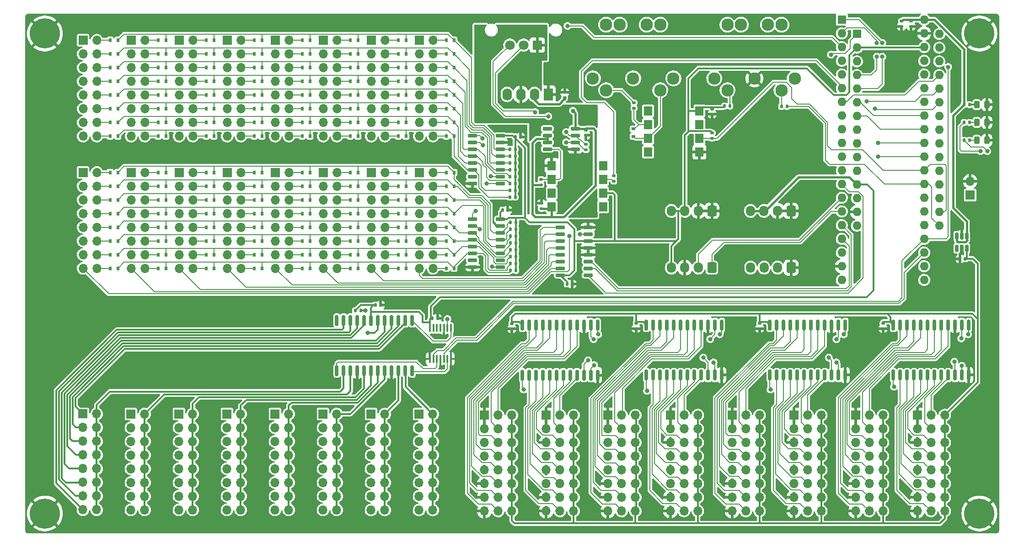
<source format=gtl>
G04 #@! TF.GenerationSoftware,KiCad,Pcbnew,6.0.4*
G04 #@! TF.CreationDate,2022-06-03T16:07:39+02:00*
G04 #@! TF.ProjectId,OpenDeck-r3.0.1,4f70656e-4465-4636-9b2d-72332e302e31,rev?*
G04 #@! TF.SameCoordinates,Original*
G04 #@! TF.FileFunction,Copper,L1,Top*
G04 #@! TF.FilePolarity,Positive*
%FSLAX46Y46*%
G04 Gerber Fmt 4.6, Leading zero omitted, Abs format (unit mm)*
G04 Created by KiCad (PCBNEW 6.0.4) date 2022-06-03 16:07:39*
%MOMM*%
%LPD*%
G01*
G04 APERTURE LIST*
G04 Aperture macros list*
%AMRoundRect*
0 Rectangle with rounded corners*
0 $1 Rounding radius*
0 $2 $3 $4 $5 $6 $7 $8 $9 X,Y pos of 4 corners*
0 Add a 4 corners polygon primitive as box body*
4,1,4,$2,$3,$4,$5,$6,$7,$8,$9,$2,$3,0*
0 Add four circle primitives for the rounded corners*
1,1,$1+$1,$2,$3*
1,1,$1+$1,$4,$5*
1,1,$1+$1,$6,$7*
1,1,$1+$1,$8,$9*
0 Add four rect primitives between the rounded corners*
20,1,$1+$1,$2,$3,$4,$5,0*
20,1,$1+$1,$4,$5,$6,$7,0*
20,1,$1+$1,$6,$7,$8,$9,0*
20,1,$1+$1,$8,$9,$2,$3,0*%
G04 Aperture macros list end*
G04 #@! TA.AperFunction,SMDPad,CuDef*
%ADD10R,0.600000X0.700000*%
G04 #@! TD*
G04 #@! TA.AperFunction,ComponentPad*
%ADD11R,1.700000X1.700000*%
G04 #@! TD*
G04 #@! TA.AperFunction,ComponentPad*
%ADD12O,1.700000X1.700000*%
G04 #@! TD*
G04 #@! TA.AperFunction,SMDPad,CuDef*
%ADD13RoundRect,0.243750X0.243750X0.456250X-0.243750X0.456250X-0.243750X-0.456250X0.243750X-0.456250X0*%
G04 #@! TD*
G04 #@! TA.AperFunction,SMDPad,CuDef*
%ADD14RoundRect,0.135000X-0.135000X-0.185000X0.135000X-0.185000X0.135000X0.185000X-0.135000X0.185000X0*%
G04 #@! TD*
G04 #@! TA.AperFunction,ComponentPad*
%ADD15C,5.600000*%
G04 #@! TD*
G04 #@! TA.AperFunction,SMDPad,CuDef*
%ADD16RoundRect,0.135000X-0.185000X0.135000X-0.185000X-0.135000X0.185000X-0.135000X0.185000X0.135000X0*%
G04 #@! TD*
G04 #@! TA.AperFunction,ComponentPad*
%ADD17RoundRect,0.250000X0.600000X0.725000X-0.600000X0.725000X-0.600000X-0.725000X0.600000X-0.725000X0*%
G04 #@! TD*
G04 #@! TA.AperFunction,ComponentPad*
%ADD18O,1.700000X1.950000*%
G04 #@! TD*
G04 #@! TA.AperFunction,ComponentPad*
%ADD19C,2.300000*%
G04 #@! TD*
G04 #@! TA.AperFunction,SMDPad,CuDef*
%ADD20RoundRect,0.140000X0.170000X-0.140000X0.170000X0.140000X-0.170000X0.140000X-0.170000X-0.140000X0*%
G04 #@! TD*
G04 #@! TA.AperFunction,ComponentPad*
%ADD21R,1.600000X1.600000*%
G04 #@! TD*
G04 #@! TA.AperFunction,ComponentPad*
%ADD22O,1.600000X1.600000*%
G04 #@! TD*
G04 #@! TA.AperFunction,SMDPad,CuDef*
%ADD23RoundRect,0.150000X-0.725000X-0.150000X0.725000X-0.150000X0.725000X0.150000X-0.725000X0.150000X0*%
G04 #@! TD*
G04 #@! TA.AperFunction,SMDPad,CuDef*
%ADD24RoundRect,0.140000X0.140000X0.170000X-0.140000X0.170000X-0.140000X-0.170000X0.140000X-0.170000X0*%
G04 #@! TD*
G04 #@! TA.AperFunction,ComponentPad*
%ADD25R,1.750000X2.250000*%
G04 #@! TD*
G04 #@! TA.AperFunction,ComponentPad*
%ADD26O,1.750000X2.250000*%
G04 #@! TD*
G04 #@! TA.AperFunction,SMDPad,CuDef*
%ADD27R,1.520000X1.780000*%
G04 #@! TD*
G04 #@! TA.AperFunction,SMDPad,CuDef*
%ADD28R,1.520000X1.750000*%
G04 #@! TD*
G04 #@! TA.AperFunction,SMDPad,CuDef*
%ADD29RoundRect,0.140000X-0.170000X0.140000X-0.170000X-0.140000X0.170000X-0.140000X0.170000X0.140000X0*%
G04 #@! TD*
G04 #@! TA.AperFunction,SMDPad,CuDef*
%ADD30RoundRect,0.150000X-0.150000X0.512500X-0.150000X-0.512500X0.150000X-0.512500X0.150000X0.512500X0*%
G04 #@! TD*
G04 #@! TA.AperFunction,SMDPad,CuDef*
%ADD31R,0.700000X0.600000*%
G04 #@! TD*
G04 #@! TA.AperFunction,SMDPad,CuDef*
%ADD32RoundRect,0.100000X0.100000X-0.637500X0.100000X0.637500X-0.100000X0.637500X-0.100000X-0.637500X0*%
G04 #@! TD*
G04 #@! TA.AperFunction,SMDPad,CuDef*
%ADD33RoundRect,0.150000X0.150000X-0.875000X0.150000X0.875000X-0.150000X0.875000X-0.150000X-0.875000X0*%
G04 #@! TD*
G04 #@! TA.AperFunction,SMDPad,CuDef*
%ADD34RoundRect,0.135000X0.185000X-0.135000X0.185000X0.135000X-0.185000X0.135000X-0.185000X-0.135000X0*%
G04 #@! TD*
G04 #@! TA.AperFunction,SMDPad,CuDef*
%ADD35RoundRect,0.150000X0.725000X0.150000X-0.725000X0.150000X-0.725000X-0.150000X0.725000X-0.150000X0*%
G04 #@! TD*
G04 #@! TA.AperFunction,ComponentPad*
%ADD36R,1.800000X1.800000*%
G04 #@! TD*
G04 #@! TA.AperFunction,ComponentPad*
%ADD37C,1.800000*%
G04 #@! TD*
G04 #@! TA.AperFunction,SMDPad,CuDef*
%ADD38RoundRect,0.135000X0.135000X0.185000X-0.135000X0.185000X-0.135000X-0.185000X0.135000X-0.185000X0*%
G04 #@! TD*
G04 #@! TA.AperFunction,SMDPad,CuDef*
%ADD39RoundRect,0.140000X-0.140000X-0.170000X0.140000X-0.170000X0.140000X0.170000X-0.140000X0.170000X0*%
G04 #@! TD*
G04 #@! TA.AperFunction,ViaPad*
%ADD40C,0.800000*%
G04 #@! TD*
G04 #@! TA.AperFunction,Conductor*
%ADD41C,0.406400*%
G04 #@! TD*
G04 #@! TA.AperFunction,Conductor*
%ADD42C,0.304800*%
G04 #@! TD*
G04 #@! TA.AperFunction,Conductor*
%ADD43C,0.203200*%
G04 #@! TD*
G04 #@! TA.AperFunction,Conductor*
%ADD44C,0.200000*%
G04 #@! TD*
G04 APERTURE END LIST*
D10*
X141540000Y-36322000D03*
X142940000Y-36322000D03*
X132650000Y-36322000D03*
X134050000Y-36322000D03*
X123760000Y-46482000D03*
X125160000Y-46482000D03*
X114870000Y-46482000D03*
X116270000Y-46482000D03*
D11*
X166365000Y-100775000D03*
D12*
X166365000Y-103315000D03*
X166365000Y-105855000D03*
X166365000Y-108395000D03*
X166365000Y-110935000D03*
X166365000Y-113475000D03*
X166365000Y-116015000D03*
X166365000Y-118555000D03*
X168905000Y-100775000D03*
X168905000Y-103315000D03*
X168905000Y-105855000D03*
X168905000Y-108395000D03*
X168905000Y-110935000D03*
X168905000Y-113475000D03*
X168905000Y-116015000D03*
X168905000Y-118555000D03*
X171445000Y-100775000D03*
X171445000Y-103315000D03*
X171445000Y-105855000D03*
X171445000Y-108395000D03*
X171445000Y-110935000D03*
X171445000Y-113475000D03*
X171445000Y-116015000D03*
X171445000Y-118555000D03*
D10*
X132650000Y-65913000D03*
X134050000Y-65913000D03*
D13*
X259382500Y-43180000D03*
X257507500Y-43180000D03*
D14*
X171194000Y-68834000D03*
X172214000Y-68834000D03*
D15*
X258000000Y-30000000D03*
D10*
X141540000Y-31242000D03*
X142940000Y-31242000D03*
X105980000Y-46482000D03*
X107380000Y-46482000D03*
X159320000Y-33782000D03*
X160720000Y-33782000D03*
D16*
X185166000Y-50544000D03*
X185166000Y-51564000D03*
D17*
X208474000Y-73406000D03*
D18*
X205974000Y-73406000D03*
X203474000Y-73406000D03*
X200974000Y-73406000D03*
D14*
X171194000Y-67564000D03*
X172214000Y-67564000D03*
D11*
X256286000Y-59944000D03*
D12*
X256286000Y-57404000D03*
D14*
X171067000Y-59065640D03*
X172087000Y-59065640D03*
D10*
X159320000Y-38862000D03*
X160720000Y-38862000D03*
X123760000Y-36322000D03*
X125160000Y-36322000D03*
D14*
X171067000Y-57795640D03*
X172087000Y-57795640D03*
D10*
X97090000Y-73533000D03*
X98490000Y-73533000D03*
D16*
X208534000Y-48398000D03*
X208534000Y-49418000D03*
D10*
X105980000Y-31242000D03*
X107380000Y-31242000D03*
D17*
X223123000Y-62882000D03*
D18*
X220623000Y-62882000D03*
X218123000Y-62882000D03*
X215623000Y-62882000D03*
D10*
X105980000Y-70993000D03*
X107380000Y-70993000D03*
D19*
X208908000Y-38313000D03*
X216358000Y-38313000D03*
X223808000Y-38313000D03*
X211358000Y-40513000D03*
X221358000Y-40513000D03*
X221358000Y-28363000D03*
X211358000Y-28363000D03*
X213858000Y-28363000D03*
X218858000Y-28363000D03*
D10*
X97090000Y-70993000D03*
X98490000Y-70993000D03*
X159320000Y-65913000D03*
X160720000Y-65913000D03*
X105980000Y-43942000D03*
X107380000Y-43942000D03*
X105980000Y-36322000D03*
X107380000Y-36322000D03*
D20*
X243586000Y-28674000D03*
X243586000Y-27714000D03*
D10*
X132650000Y-41402000D03*
X134050000Y-41402000D03*
D21*
X235331000Y-30084000D03*
D22*
X235331000Y-32624000D03*
X235331000Y-35164000D03*
X235331000Y-37704000D03*
X235331000Y-40244000D03*
X235331000Y-42784000D03*
X235331000Y-45324000D03*
X235331000Y-47864000D03*
X235331000Y-50404000D03*
X235331000Y-52944000D03*
X235331000Y-55484000D03*
X235331000Y-58024000D03*
X235331000Y-60564000D03*
X235331000Y-63104000D03*
X235331000Y-65644000D03*
X250571000Y-65644000D03*
X250571000Y-63104000D03*
X250571000Y-60564000D03*
X250571000Y-58024000D03*
X250571000Y-55484000D03*
X250571000Y-52944000D03*
X250571000Y-50404000D03*
X250571000Y-47864000D03*
X250571000Y-45324000D03*
X250571000Y-42784000D03*
X250571000Y-40244000D03*
X250571000Y-37704000D03*
X250571000Y-35164000D03*
X250571000Y-32624000D03*
X250571000Y-30084000D03*
D11*
X223652000Y-100745000D03*
D12*
X223652000Y-103285000D03*
X223652000Y-105825000D03*
X223652000Y-108365000D03*
X223652000Y-110905000D03*
X223652000Y-113445000D03*
X223652000Y-115985000D03*
X223652000Y-118525000D03*
X226192000Y-100745000D03*
X226192000Y-103285000D03*
X226192000Y-105825000D03*
X226192000Y-108365000D03*
X226192000Y-110905000D03*
X226192000Y-113445000D03*
X226192000Y-115985000D03*
X226192000Y-118525000D03*
X228732000Y-100745000D03*
X228732000Y-103285000D03*
X228732000Y-105825000D03*
X228732000Y-108365000D03*
X228732000Y-110905000D03*
X228732000Y-113445000D03*
X228732000Y-115985000D03*
X228732000Y-118525000D03*
D11*
X100930596Y-100545916D03*
D12*
X103470596Y-100545916D03*
X100930596Y-103085916D03*
X103470596Y-103085916D03*
X100930596Y-105625916D03*
X103470596Y-105625916D03*
X100930596Y-108165916D03*
X103470596Y-108165916D03*
X100930596Y-110705916D03*
X103470596Y-110705916D03*
X100930596Y-113245916D03*
X103470596Y-113245916D03*
X100930596Y-115785916D03*
X103470596Y-115785916D03*
X100930596Y-118325916D03*
X103470596Y-118325916D03*
D14*
X171067000Y-53985640D03*
X172087000Y-53985640D03*
D10*
X123760000Y-33782000D03*
X125160000Y-33782000D03*
D17*
X223139000Y-73406000D03*
D18*
X220639000Y-73406000D03*
X218139000Y-73406000D03*
X215639000Y-73406000D03*
D23*
X178019000Y-47625000D03*
X178019000Y-48895000D03*
X178019000Y-50165000D03*
X178019000Y-51435000D03*
X183169000Y-51435000D03*
X183169000Y-50165000D03*
X183169000Y-48895000D03*
X183169000Y-47625000D03*
D10*
X150430000Y-68453000D03*
X151830000Y-68453000D03*
D24*
X173073000Y-49159640D03*
X172113000Y-49159640D03*
D25*
X178181000Y-41275000D03*
D26*
X175641000Y-41275000D03*
X173101000Y-41275000D03*
X170561000Y-41275000D03*
D11*
X92075000Y-55753000D03*
D12*
X94615000Y-55753000D03*
X92075000Y-58293000D03*
X94615000Y-58293000D03*
X92075000Y-60833000D03*
X94615000Y-60833000D03*
X92075000Y-63373000D03*
X94615000Y-63373000D03*
X92075000Y-65913000D03*
X94615000Y-65913000D03*
X92075000Y-68453000D03*
X94615000Y-68453000D03*
X92075000Y-70993000D03*
X94615000Y-70993000D03*
X92075000Y-73533000D03*
X94615000Y-73533000D03*
D10*
X132650000Y-58293000D03*
X134050000Y-58293000D03*
D14*
X171067000Y-55255640D03*
X172087000Y-55255640D03*
D11*
X109855000Y-55753000D03*
D12*
X112395000Y-55753000D03*
X109855000Y-58293000D03*
X112395000Y-58293000D03*
X109855000Y-60833000D03*
X112395000Y-60833000D03*
X109855000Y-63373000D03*
X112395000Y-63373000D03*
X109855000Y-65913000D03*
X112395000Y-65913000D03*
X109855000Y-68453000D03*
X112395000Y-68453000D03*
X109855000Y-70993000D03*
X112395000Y-70993000D03*
X109855000Y-73533000D03*
X112395000Y-73533000D03*
D10*
X132650000Y-55753000D03*
X134050000Y-55753000D03*
D14*
X171067000Y-52715640D03*
X172087000Y-52715640D03*
D10*
X150430000Y-36322000D03*
X151830000Y-36322000D03*
X97090000Y-49022000D03*
X98490000Y-49022000D03*
X97090000Y-31242000D03*
X98490000Y-31242000D03*
D27*
X188340989Y-62103000D03*
D28*
X188340989Y-59563000D03*
D27*
X188340989Y-57023000D03*
X188340989Y-54483000D03*
X178820989Y-54483000D03*
X178820989Y-57023000D03*
X178820989Y-59563000D03*
X178820989Y-62103000D03*
D10*
X114870000Y-70993000D03*
X116270000Y-70993000D03*
D11*
X136525000Y-31242000D03*
D12*
X139065000Y-31242000D03*
X136525000Y-33782000D03*
X139065000Y-33782000D03*
X136525000Y-36322000D03*
X139065000Y-36322000D03*
X136525000Y-38862000D03*
X139065000Y-38862000D03*
X136525000Y-41402000D03*
X139065000Y-41402000D03*
X136525000Y-43942000D03*
X139065000Y-43942000D03*
X136525000Y-46482000D03*
X139065000Y-46482000D03*
X136525000Y-49022000D03*
X139065000Y-49022000D03*
D14*
X171194000Y-70104000D03*
X172214000Y-70104000D03*
D29*
X176911000Y-61496000D03*
X176911000Y-62456000D03*
D11*
X109855000Y-31242000D03*
D12*
X112395000Y-31242000D03*
X109855000Y-33782000D03*
X112395000Y-33782000D03*
X109855000Y-36322000D03*
X112395000Y-36322000D03*
X109855000Y-38862000D03*
X112395000Y-38862000D03*
X109855000Y-41402000D03*
X112395000Y-41402000D03*
X109855000Y-43942000D03*
X112395000Y-43942000D03*
X109855000Y-46482000D03*
X112395000Y-46482000D03*
X109855000Y-49022000D03*
X112395000Y-49022000D03*
D15*
X258000000Y-119000000D03*
D10*
X97090000Y-41402000D03*
X98490000Y-41402000D03*
X159320000Y-63373000D03*
X160720000Y-63373000D03*
D13*
X259382500Y-49784000D03*
X257507500Y-49784000D03*
D10*
X105980000Y-73533000D03*
X107380000Y-73533000D03*
X114870000Y-73533000D03*
X116270000Y-73533000D03*
X123760000Y-60833000D03*
X125160000Y-60833000D03*
X159320000Y-60833000D03*
X160720000Y-60833000D03*
D11*
X100965000Y-55753000D03*
D12*
X103505000Y-55753000D03*
X100965000Y-58293000D03*
X103505000Y-58293000D03*
X100965000Y-60833000D03*
X103505000Y-60833000D03*
X100965000Y-63373000D03*
X103505000Y-63373000D03*
X100965000Y-65913000D03*
X103505000Y-65913000D03*
X100965000Y-68453000D03*
X103505000Y-68453000D03*
X100965000Y-70993000D03*
X103505000Y-70993000D03*
X100965000Y-73533000D03*
X103505000Y-73533000D03*
D23*
X164176000Y-64389000D03*
X164176000Y-65659000D03*
X164176000Y-66929000D03*
X164176000Y-68199000D03*
X164176000Y-69469000D03*
X164176000Y-70739000D03*
X164176000Y-72009000D03*
X164176000Y-73279000D03*
X169326000Y-73279000D03*
X169326000Y-72009000D03*
X169326000Y-70739000D03*
X169326000Y-69469000D03*
X169326000Y-68199000D03*
X169326000Y-66929000D03*
X169326000Y-65659000D03*
X169326000Y-64389000D03*
D14*
X171067000Y-51445640D03*
X172087000Y-51445640D03*
D10*
X150430000Y-41402000D03*
X151830000Y-41402000D03*
X123760000Y-55753000D03*
X125160000Y-55753000D03*
D30*
X255699000Y-67564000D03*
X254749000Y-67564000D03*
X253799000Y-67564000D03*
X253799000Y-69839000D03*
X255699000Y-69839000D03*
D24*
X182598000Y-76454000D03*
X181638000Y-76454000D03*
D10*
X105980000Y-33782000D03*
X107380000Y-33782000D03*
D11*
X136490596Y-100545916D03*
D12*
X139030596Y-100545916D03*
X136490596Y-103085916D03*
X139030596Y-103085916D03*
X136490596Y-105625916D03*
X139030596Y-105625916D03*
X136490596Y-108165916D03*
X139030596Y-108165916D03*
X136490596Y-110705916D03*
X139030596Y-110705916D03*
X136490596Y-113245916D03*
X139030596Y-113245916D03*
X136490596Y-115785916D03*
X139030596Y-115785916D03*
X136490596Y-118325916D03*
X139030596Y-118325916D03*
D24*
X157676000Y-82765916D03*
X156716000Y-82765916D03*
D10*
X123760000Y-41402000D03*
X125160000Y-41402000D03*
D11*
X92075000Y-31242000D03*
D12*
X94615000Y-31242000D03*
X92075000Y-33782000D03*
X94615000Y-33782000D03*
X92075000Y-36322000D03*
X94615000Y-36322000D03*
X92075000Y-38862000D03*
X94615000Y-38862000D03*
X92075000Y-41402000D03*
X94615000Y-41402000D03*
X92075000Y-43942000D03*
X94615000Y-43942000D03*
X92075000Y-46482000D03*
X94615000Y-46482000D03*
X92075000Y-49022000D03*
X94615000Y-49022000D03*
D11*
X92040596Y-100530916D03*
D12*
X94580596Y-100530916D03*
X92040596Y-103070916D03*
X94580596Y-103070916D03*
X92040596Y-105610916D03*
X94580596Y-105610916D03*
X92040596Y-108150916D03*
X94580596Y-108150916D03*
X92040596Y-110690916D03*
X94580596Y-110690916D03*
X92040596Y-113230916D03*
X94580596Y-113230916D03*
X92040596Y-115770916D03*
X94580596Y-115770916D03*
X92040596Y-118310916D03*
X94580596Y-118310916D03*
D14*
X171194000Y-66294000D03*
X172214000Y-66294000D03*
D10*
X132650000Y-73533000D03*
X134050000Y-73533000D03*
D14*
X171194000Y-73914000D03*
X172214000Y-73914000D03*
D13*
X259382500Y-46482000D03*
X257507500Y-46482000D03*
D10*
X114870000Y-65913000D03*
X116270000Y-65913000D03*
X159320000Y-41402000D03*
X160720000Y-41402000D03*
D31*
X193929000Y-47687000D03*
X193929000Y-49087000D03*
D14*
X171194000Y-71374000D03*
X172214000Y-71374000D03*
D32*
X156262000Y-90327416D03*
X156912000Y-90327416D03*
X157562000Y-90327416D03*
X158212000Y-90327416D03*
X158862000Y-90327416D03*
X159512000Y-90327416D03*
X160162000Y-90327416D03*
X160162000Y-84602416D03*
X159512000Y-84602416D03*
X158862000Y-84602416D03*
X158212000Y-84602416D03*
X157562000Y-84602416D03*
X156912000Y-84602416D03*
X156262000Y-84602416D03*
D10*
X97090000Y-63373000D03*
X98490000Y-63373000D03*
X150430000Y-60833000D03*
X151830000Y-60833000D03*
X105980000Y-38862000D03*
X107380000Y-38862000D03*
X150430000Y-58293000D03*
X151830000Y-58293000D03*
X159320000Y-58293000D03*
X160720000Y-58293000D03*
X114870000Y-33782000D03*
X116270000Y-33782000D03*
X159320000Y-36322000D03*
X160720000Y-36322000D03*
D21*
X232537000Y-27432000D03*
D22*
X232537000Y-29972000D03*
X232537000Y-32512000D03*
X232537000Y-35052000D03*
X232537000Y-37592000D03*
X232537000Y-40132000D03*
X232537000Y-42672000D03*
X232537000Y-45212000D03*
X232537000Y-47752000D03*
X232537000Y-50292000D03*
X232537000Y-52832000D03*
X232537000Y-55372000D03*
X232537000Y-57912000D03*
X232537000Y-60452000D03*
X232537000Y-62992000D03*
X232537000Y-65532000D03*
X232537000Y-68072000D03*
X232537000Y-70612000D03*
X232537000Y-73152000D03*
X232537000Y-75692000D03*
X247777000Y-75692000D03*
X247777000Y-73152000D03*
X247777000Y-70612000D03*
X247777000Y-68072000D03*
X247777000Y-65532000D03*
X247777000Y-62992000D03*
X247777000Y-60452000D03*
X247777000Y-57912000D03*
X247777000Y-55372000D03*
X247777000Y-52832000D03*
X247777000Y-50292000D03*
X247777000Y-47752000D03*
X247777000Y-45212000D03*
X247777000Y-42672000D03*
X247777000Y-40132000D03*
X247777000Y-37592000D03*
X247777000Y-35052000D03*
X247777000Y-32512000D03*
X247777000Y-29972000D03*
X247777000Y-27432000D03*
D10*
X123760000Y-43942000D03*
X125160000Y-43942000D03*
X105980000Y-63373000D03*
X107380000Y-63373000D03*
D20*
X185166000Y-48867000D03*
X185166000Y-47907000D03*
D10*
X132650000Y-43942000D03*
X134050000Y-43942000D03*
X159320000Y-55753000D03*
X160720000Y-55753000D03*
D33*
X242062000Y-93330000D03*
X243332000Y-93330000D03*
X244602000Y-93330000D03*
X245872000Y-93330000D03*
X247142000Y-93330000D03*
X248412000Y-93330000D03*
X249682000Y-93330000D03*
X250952000Y-93330000D03*
X252222000Y-93330000D03*
X253492000Y-93330000D03*
X254762000Y-93330000D03*
X256032000Y-93330000D03*
X256032000Y-84030000D03*
X254762000Y-84030000D03*
X253492000Y-84030000D03*
X252222000Y-84030000D03*
X250952000Y-84030000D03*
X249682000Y-84030000D03*
X248412000Y-84030000D03*
X247142000Y-84030000D03*
X245872000Y-84030000D03*
X244602000Y-84030000D03*
X243332000Y-84030000D03*
X242062000Y-84030000D03*
X139035000Y-92495916D03*
X140305000Y-92495916D03*
X141575000Y-92495916D03*
X142845000Y-92495916D03*
X144115000Y-92495916D03*
X145385000Y-92495916D03*
X146655000Y-92495916D03*
X147925000Y-92495916D03*
X149195000Y-92495916D03*
X150465000Y-92495916D03*
X151735000Y-92495916D03*
X153005000Y-92495916D03*
X153005000Y-83195916D03*
X151735000Y-83195916D03*
X150465000Y-83195916D03*
X149195000Y-83195916D03*
X147925000Y-83195916D03*
X146655000Y-83195916D03*
X145385000Y-83195916D03*
X144115000Y-83195916D03*
X142845000Y-83195916D03*
X141575000Y-83195916D03*
X140305000Y-83195916D03*
X139035000Y-83195916D03*
D10*
X141540000Y-38862000D03*
X142940000Y-38862000D03*
D17*
X208474000Y-62882000D03*
D18*
X205974000Y-62882000D03*
X203474000Y-62882000D03*
X200974000Y-62882000D03*
D10*
X114870000Y-68453000D03*
X116270000Y-68453000D03*
D14*
X221352000Y-43520000D03*
X222372000Y-43520000D03*
D20*
X240157000Y-84715000D03*
X240157000Y-83755000D03*
D11*
X246507000Y-100745000D03*
D12*
X246507000Y-103285000D03*
X246507000Y-105825000D03*
X246507000Y-108365000D03*
X246507000Y-110905000D03*
X246507000Y-113445000D03*
X246507000Y-115985000D03*
X246507000Y-118525000D03*
X249047000Y-100745000D03*
X249047000Y-103285000D03*
X249047000Y-105825000D03*
X249047000Y-108365000D03*
X249047000Y-110905000D03*
X249047000Y-113445000D03*
X249047000Y-115985000D03*
X249047000Y-118525000D03*
X251587000Y-100745000D03*
X251587000Y-103285000D03*
X251587000Y-105825000D03*
X251587000Y-108365000D03*
X251587000Y-110905000D03*
X251587000Y-113445000D03*
X251587000Y-115985000D03*
X251587000Y-118525000D03*
D10*
X114870000Y-31242000D03*
X116270000Y-31242000D03*
X150430000Y-31242000D03*
X151830000Y-31242000D03*
X114870000Y-55753000D03*
X116270000Y-55753000D03*
X105980000Y-55753000D03*
X107380000Y-55753000D03*
X132650000Y-70993000D03*
X134050000Y-70993000D03*
D33*
X196347000Y-93330000D03*
X197617000Y-93330000D03*
X198887000Y-93330000D03*
X200157000Y-93330000D03*
X201427000Y-93330000D03*
X202697000Y-93330000D03*
X203967000Y-93330000D03*
X205237000Y-93330000D03*
X206507000Y-93330000D03*
X207777000Y-93330000D03*
X209047000Y-93330000D03*
X210317000Y-93330000D03*
X210317000Y-84030000D03*
X209047000Y-84030000D03*
X207777000Y-84030000D03*
X206507000Y-84030000D03*
X205237000Y-84030000D03*
X203967000Y-84030000D03*
X202697000Y-84030000D03*
X201427000Y-84030000D03*
X200157000Y-84030000D03*
X198887000Y-84030000D03*
X197617000Y-84030000D03*
X196347000Y-84030000D03*
D11*
X136525000Y-55753000D03*
D12*
X139065000Y-55753000D03*
X136525000Y-58293000D03*
X139065000Y-58293000D03*
X136525000Y-60833000D03*
X139065000Y-60833000D03*
X136525000Y-63373000D03*
X139065000Y-63373000D03*
X136525000Y-65913000D03*
X139065000Y-65913000D03*
X136525000Y-68453000D03*
X139065000Y-68453000D03*
X136525000Y-70993000D03*
X139065000Y-70993000D03*
X136525000Y-73533000D03*
X139065000Y-73533000D03*
D10*
X150430000Y-38862000D03*
X151830000Y-38862000D03*
X114870000Y-38862000D03*
X116270000Y-38862000D03*
X141540000Y-49022000D03*
X142940000Y-49022000D03*
X141540000Y-41402000D03*
X142940000Y-41402000D03*
X132650000Y-60833000D03*
X134050000Y-60833000D03*
X150430000Y-73533000D03*
X151830000Y-73533000D03*
X123760000Y-31242000D03*
X125160000Y-31242000D03*
D11*
X145415000Y-31242000D03*
D12*
X147955000Y-31242000D03*
X145415000Y-33782000D03*
X147955000Y-33782000D03*
X145415000Y-36322000D03*
X147955000Y-36322000D03*
X145415000Y-38862000D03*
X147955000Y-38862000D03*
X145415000Y-41402000D03*
X147955000Y-41402000D03*
X145415000Y-43942000D03*
X147955000Y-43942000D03*
X145415000Y-46482000D03*
X147955000Y-46482000D03*
X145415000Y-49022000D03*
X147955000Y-49022000D03*
D33*
X219207000Y-93330000D03*
X220477000Y-93330000D03*
X221747000Y-93330000D03*
X223017000Y-93330000D03*
X224287000Y-93330000D03*
X225557000Y-93330000D03*
X226827000Y-93330000D03*
X228097000Y-93330000D03*
X229367000Y-93330000D03*
X230637000Y-93330000D03*
X231907000Y-93330000D03*
X233177000Y-93330000D03*
X233177000Y-84030000D03*
X231907000Y-84030000D03*
X230637000Y-84030000D03*
X229367000Y-84030000D03*
X228097000Y-84030000D03*
X226827000Y-84030000D03*
X225557000Y-84030000D03*
X224287000Y-84030000D03*
X223017000Y-84030000D03*
X221747000Y-84030000D03*
X220477000Y-84030000D03*
X219207000Y-84030000D03*
D10*
X159320000Y-46482000D03*
X160720000Y-46482000D03*
X141540000Y-70993000D03*
X142940000Y-70993000D03*
X114870000Y-49022000D03*
X116270000Y-49022000D03*
X97090000Y-46482000D03*
X98490000Y-46482000D03*
D20*
X208534000Y-44943000D03*
X208534000Y-43983000D03*
D34*
X176850000Y-58041000D03*
X176850000Y-57021000D03*
D11*
X127635000Y-31242000D03*
D12*
X130175000Y-31242000D03*
X127635000Y-33782000D03*
X130175000Y-33782000D03*
X127635000Y-36322000D03*
X130175000Y-36322000D03*
X127635000Y-38862000D03*
X130175000Y-38862000D03*
X127635000Y-41402000D03*
X130175000Y-41402000D03*
X127635000Y-43942000D03*
X130175000Y-43942000D03*
X127635000Y-46482000D03*
X130175000Y-46482000D03*
X127635000Y-49022000D03*
X130175000Y-49022000D03*
D19*
X186458000Y-38313000D03*
X193908000Y-38313000D03*
X201358000Y-38313000D03*
X188908000Y-40513000D03*
X198908000Y-40513000D03*
X198908000Y-28363000D03*
X188908000Y-28363000D03*
X191408000Y-28363000D03*
X196408000Y-28363000D03*
D23*
X164176000Y-48905640D03*
X164176000Y-50175640D03*
X164176000Y-51445640D03*
X164176000Y-52715640D03*
X164176000Y-53985640D03*
X164176000Y-55255640D03*
X164176000Y-56525640D03*
X164176000Y-57795640D03*
X169326000Y-57795640D03*
X169326000Y-56525640D03*
X169326000Y-55255640D03*
X169326000Y-53985640D03*
X169326000Y-52715640D03*
X169326000Y-51445640D03*
X169326000Y-50175640D03*
X169326000Y-48905640D03*
D10*
X132650000Y-68453000D03*
X134050000Y-68453000D03*
X97090000Y-60833000D03*
X98490000Y-60833000D03*
D16*
X190312000Y-56386000D03*
X190312000Y-57406000D03*
D10*
X132650000Y-38862000D03*
X134050000Y-38862000D03*
X141540000Y-33782000D03*
X142940000Y-33782000D03*
D11*
X145415000Y-55753000D03*
D12*
X147955000Y-55753000D03*
X145415000Y-58293000D03*
X147955000Y-58293000D03*
X145415000Y-60833000D03*
X147955000Y-60833000D03*
X145415000Y-63373000D03*
X147955000Y-63373000D03*
X145415000Y-65913000D03*
X147955000Y-65913000D03*
X145415000Y-68453000D03*
X147955000Y-68453000D03*
X145415000Y-70993000D03*
X147955000Y-70993000D03*
X145415000Y-73533000D03*
X147955000Y-73533000D03*
D10*
X123760000Y-49022000D03*
X125160000Y-49022000D03*
X141540000Y-46482000D03*
X142940000Y-46482000D03*
D11*
X109820596Y-100545916D03*
D12*
X112360596Y-100545916D03*
X109820596Y-103085916D03*
X112360596Y-103085916D03*
X109820596Y-105625916D03*
X112360596Y-105625916D03*
X109820596Y-108165916D03*
X112360596Y-108165916D03*
X109820596Y-110705916D03*
X112360596Y-110705916D03*
X109820596Y-113245916D03*
X112360596Y-113245916D03*
X109820596Y-115785916D03*
X112360596Y-115785916D03*
X109820596Y-118325916D03*
X112360596Y-118325916D03*
D33*
X173355000Y-93345000D03*
X174625000Y-93345000D03*
X175895000Y-93345000D03*
X177165000Y-93345000D03*
X178435000Y-93345000D03*
X179705000Y-93345000D03*
X180975000Y-93345000D03*
X182245000Y-93345000D03*
X183515000Y-93345000D03*
X184785000Y-93345000D03*
X186055000Y-93345000D03*
X187325000Y-93345000D03*
X187325000Y-84045000D03*
X186055000Y-84045000D03*
X184785000Y-84045000D03*
X183515000Y-84045000D03*
X182245000Y-84045000D03*
X180975000Y-84045000D03*
X179705000Y-84045000D03*
X178435000Y-84045000D03*
X177165000Y-84045000D03*
X175895000Y-84045000D03*
X174625000Y-84045000D03*
X173355000Y-84045000D03*
D10*
X150430000Y-49022000D03*
X151830000Y-49022000D03*
D14*
X142464000Y-81353916D03*
X143484000Y-81353916D03*
D11*
X118745000Y-31242000D03*
D12*
X121285000Y-31242000D03*
X118745000Y-33782000D03*
X121285000Y-33782000D03*
X118745000Y-36322000D03*
X121285000Y-36322000D03*
X118745000Y-38862000D03*
X121285000Y-38862000D03*
X118745000Y-41402000D03*
X121285000Y-41402000D03*
X118745000Y-43942000D03*
X121285000Y-43942000D03*
X118745000Y-46482000D03*
X121285000Y-46482000D03*
X118745000Y-49022000D03*
X121285000Y-49022000D03*
D10*
X141540000Y-68453000D03*
X142940000Y-68453000D03*
D14*
X255141000Y-49784000D03*
X256161000Y-49784000D03*
D10*
X123760000Y-70993000D03*
X125160000Y-70993000D03*
X97090000Y-33782000D03*
X98490000Y-33782000D03*
X132650000Y-33782000D03*
X134050000Y-33782000D03*
X150430000Y-33782000D03*
X151830000Y-33782000D03*
D14*
X255141000Y-46482000D03*
X256161000Y-46482000D03*
D10*
X150430000Y-65913000D03*
X151830000Y-65913000D03*
X105980000Y-60833000D03*
X107380000Y-60833000D03*
X114870000Y-60833000D03*
X116270000Y-60833000D03*
X97090000Y-38862000D03*
X98490000Y-38862000D03*
D14*
X255141000Y-43180000D03*
X256161000Y-43180000D03*
D35*
X185582000Y-74803000D03*
X185582000Y-73533000D03*
X185582000Y-72263000D03*
X185582000Y-70993000D03*
X185582000Y-69723000D03*
X185582000Y-68453000D03*
X185582000Y-67183000D03*
X185582000Y-65913000D03*
X180432000Y-65913000D03*
X180432000Y-67183000D03*
X180432000Y-68453000D03*
X180432000Y-69723000D03*
X180432000Y-70993000D03*
X180432000Y-72263000D03*
X180432000Y-73533000D03*
X180432000Y-74803000D03*
D10*
X132650000Y-31242000D03*
X134050000Y-31242000D03*
X150430000Y-46482000D03*
X151830000Y-46482000D03*
D11*
X127635000Y-55753000D03*
D12*
X130175000Y-55753000D03*
X127635000Y-58293000D03*
X130175000Y-58293000D03*
X127635000Y-60833000D03*
X130175000Y-60833000D03*
X127635000Y-63373000D03*
X130175000Y-63373000D03*
X127635000Y-65913000D03*
X130175000Y-65913000D03*
X127635000Y-68453000D03*
X130175000Y-68453000D03*
X127635000Y-70993000D03*
X130175000Y-70993000D03*
X127635000Y-73533000D03*
X130175000Y-73533000D03*
D11*
X127600596Y-100545916D03*
D12*
X130140596Y-100545916D03*
X127600596Y-103085916D03*
X130140596Y-103085916D03*
X127600596Y-105625916D03*
X130140596Y-105625916D03*
X127600596Y-108165916D03*
X130140596Y-108165916D03*
X127600596Y-110705916D03*
X130140596Y-110705916D03*
X127600596Y-113245916D03*
X130140596Y-113245916D03*
X127600596Y-115785916D03*
X130140596Y-115785916D03*
X127600596Y-118325916D03*
X130140596Y-118325916D03*
D10*
X141540000Y-63373000D03*
X142940000Y-63373000D03*
X159320000Y-70993000D03*
X160720000Y-70993000D03*
D11*
X200792000Y-100745000D03*
D12*
X200792000Y-103285000D03*
X200792000Y-105825000D03*
X200792000Y-108365000D03*
X200792000Y-110905000D03*
X200792000Y-113445000D03*
X200792000Y-115985000D03*
X200792000Y-118525000D03*
X203332000Y-100745000D03*
X203332000Y-103285000D03*
X203332000Y-105825000D03*
X203332000Y-108365000D03*
X203332000Y-110905000D03*
X203332000Y-113445000D03*
X203332000Y-115985000D03*
X203332000Y-118525000D03*
X205872000Y-100745000D03*
X205872000Y-103285000D03*
X205872000Y-105825000D03*
X205872000Y-108365000D03*
X205872000Y-110905000D03*
X205872000Y-113445000D03*
X205872000Y-115985000D03*
X205872000Y-118525000D03*
D10*
X150430000Y-63373000D03*
X151830000Y-63373000D03*
D15*
X85000000Y-119000000D03*
D10*
X141540000Y-43942000D03*
X142940000Y-43942000D03*
D14*
X171194000Y-72644000D03*
X172214000Y-72644000D03*
D11*
X177800000Y-100760000D03*
D12*
X177800000Y-103300000D03*
X177800000Y-105840000D03*
X177800000Y-108380000D03*
X177800000Y-110920000D03*
X177800000Y-113460000D03*
X177800000Y-116000000D03*
X177800000Y-118540000D03*
X180340000Y-100760000D03*
X180340000Y-103300000D03*
X180340000Y-105840000D03*
X180340000Y-108380000D03*
X180340000Y-110920000D03*
X180340000Y-113460000D03*
X180340000Y-116000000D03*
X180340000Y-118540000D03*
X182880000Y-100760000D03*
X182880000Y-103300000D03*
X182880000Y-105840000D03*
X182880000Y-108380000D03*
X182880000Y-110920000D03*
X182880000Y-113460000D03*
X182880000Y-116000000D03*
X182880000Y-118540000D03*
D10*
X141540000Y-65913000D03*
X142940000Y-65913000D03*
X132650000Y-49022000D03*
X134050000Y-49022000D03*
X123760000Y-73533000D03*
X125160000Y-73533000D03*
X123760000Y-38862000D03*
X125160000Y-38862000D03*
X150430000Y-43942000D03*
X151830000Y-43942000D03*
D15*
X85000000Y-30000000D03*
D10*
X97090000Y-58293000D03*
X98490000Y-58293000D03*
X105980000Y-58293000D03*
X107380000Y-58293000D03*
X97090000Y-43942000D03*
X98490000Y-43942000D03*
X150430000Y-55753000D03*
X151830000Y-55753000D03*
D14*
X171067000Y-56525640D03*
X172087000Y-56525640D03*
D10*
X159320000Y-43942000D03*
X160720000Y-43942000D03*
X150430000Y-70993000D03*
X151830000Y-70993000D03*
X114870000Y-41402000D03*
X116270000Y-41402000D03*
D11*
X154305000Y-55753000D03*
D12*
X156845000Y-55753000D03*
X154305000Y-58293000D03*
X156845000Y-58293000D03*
X154305000Y-60833000D03*
X156845000Y-60833000D03*
X154305000Y-63373000D03*
X156845000Y-63373000D03*
X154305000Y-65913000D03*
X156845000Y-65913000D03*
X154305000Y-68453000D03*
X156845000Y-68453000D03*
X154305000Y-70993000D03*
X156845000Y-70993000D03*
X154305000Y-73533000D03*
X156845000Y-73533000D03*
D16*
X194056000Y-42810000D03*
X194056000Y-43830000D03*
D11*
X189230000Y-100760000D03*
D12*
X189230000Y-103300000D03*
X189230000Y-105840000D03*
X189230000Y-108380000D03*
X189230000Y-110920000D03*
X189230000Y-113460000D03*
X189230000Y-116000000D03*
X189230000Y-118540000D03*
X191770000Y-100760000D03*
X191770000Y-103300000D03*
X191770000Y-105840000D03*
X191770000Y-108380000D03*
X191770000Y-110920000D03*
X191770000Y-113460000D03*
X191770000Y-116000000D03*
X191770000Y-118540000D03*
X194310000Y-100760000D03*
X194310000Y-103300000D03*
X194310000Y-105840000D03*
X194310000Y-108380000D03*
X194310000Y-110920000D03*
X194310000Y-113460000D03*
X194310000Y-116000000D03*
X194310000Y-118540000D03*
D14*
X171067000Y-60335640D03*
X172087000Y-60335640D03*
D10*
X123760000Y-63373000D03*
X125160000Y-63373000D03*
D36*
X176149000Y-32131000D03*
D37*
X173609000Y-32131000D03*
X171069000Y-32131000D03*
D10*
X141540000Y-73533000D03*
X142940000Y-73533000D03*
D20*
X217302000Y-84715000D03*
X217302000Y-83755000D03*
D29*
X181229000Y-40922000D03*
X181229000Y-41882000D03*
D10*
X105980000Y-49022000D03*
X107380000Y-49022000D03*
D20*
X245364000Y-28674000D03*
X245364000Y-27714000D03*
D10*
X123760000Y-65913000D03*
X125160000Y-65913000D03*
X132650000Y-46482000D03*
X134050000Y-46482000D03*
D11*
X154265596Y-100560916D03*
D12*
X156805596Y-100560916D03*
X154265596Y-103100916D03*
X156805596Y-103100916D03*
X154265596Y-105640916D03*
X156805596Y-105640916D03*
X154265596Y-108180916D03*
X156805596Y-108180916D03*
X154265596Y-110720916D03*
X156805596Y-110720916D03*
X154265596Y-113260916D03*
X156805596Y-113260916D03*
X154265596Y-115800916D03*
X156805596Y-115800916D03*
X154265596Y-118340916D03*
X156805596Y-118340916D03*
D10*
X123760000Y-58293000D03*
X125160000Y-58293000D03*
D20*
X194442000Y-84715000D03*
X194442000Y-83755000D03*
D11*
X154305000Y-31242000D03*
D12*
X156845000Y-31242000D03*
X154305000Y-33782000D03*
X156845000Y-33782000D03*
X154305000Y-36322000D03*
X156845000Y-36322000D03*
X154305000Y-38862000D03*
X156845000Y-38862000D03*
X154305000Y-41402000D03*
X156845000Y-41402000D03*
X154305000Y-43942000D03*
X156845000Y-43942000D03*
X154305000Y-46482000D03*
X156845000Y-46482000D03*
X154305000Y-49022000D03*
X156845000Y-49022000D03*
D10*
X105980000Y-41402000D03*
X107380000Y-41402000D03*
D11*
X212217000Y-100760000D03*
D12*
X212217000Y-103300000D03*
X212217000Y-105840000D03*
X212217000Y-108380000D03*
X212217000Y-110920000D03*
X212217000Y-113460000D03*
X212217000Y-116000000D03*
X212217000Y-118540000D03*
X214757000Y-100760000D03*
X214757000Y-103300000D03*
X214757000Y-105840000D03*
X214757000Y-108380000D03*
X214757000Y-110920000D03*
X214757000Y-113460000D03*
X214757000Y-116000000D03*
X214757000Y-118540000D03*
X217297000Y-100760000D03*
X217297000Y-103300000D03*
X217297000Y-105840000D03*
X217297000Y-108380000D03*
X217297000Y-110920000D03*
X217297000Y-113460000D03*
X217297000Y-116000000D03*
X217297000Y-118540000D03*
D10*
X141540000Y-55753000D03*
X142940000Y-55753000D03*
D24*
X170660000Y-62738000D03*
X169700000Y-62738000D03*
D11*
X145380596Y-100560916D03*
D12*
X147920596Y-100560916D03*
X145380596Y-103100916D03*
X147920596Y-103100916D03*
X145380596Y-105640916D03*
X147920596Y-105640916D03*
X145380596Y-108180916D03*
X147920596Y-108180916D03*
X145380596Y-110720916D03*
X147920596Y-110720916D03*
X145380596Y-113260916D03*
X147920596Y-113260916D03*
X145380596Y-115800916D03*
X147920596Y-115800916D03*
X145380596Y-118340916D03*
X147920596Y-118340916D03*
D10*
X97090000Y-65913000D03*
X98490000Y-65913000D03*
X114870000Y-58293000D03*
X116270000Y-58293000D03*
X132650000Y-63373000D03*
X134050000Y-63373000D03*
X114870000Y-43942000D03*
X116270000Y-43942000D03*
D20*
X171450000Y-84730000D03*
X171450000Y-83770000D03*
D11*
X118710596Y-100545916D03*
D12*
X121250596Y-100545916D03*
X118710596Y-103085916D03*
X121250596Y-103085916D03*
X118710596Y-105625916D03*
X121250596Y-105625916D03*
X118710596Y-108165916D03*
X121250596Y-108165916D03*
X118710596Y-110705916D03*
X121250596Y-110705916D03*
X118710596Y-113245916D03*
X121250596Y-113245916D03*
X118710596Y-115785916D03*
X121250596Y-115785916D03*
X118710596Y-118325916D03*
X121250596Y-118325916D03*
D24*
X147135000Y-80337916D03*
X146175000Y-80337916D03*
D10*
X159320000Y-73533000D03*
X160720000Y-73533000D03*
D11*
X100965000Y-31242000D03*
D12*
X103505000Y-31242000D03*
X100965000Y-33782000D03*
X103505000Y-33782000D03*
X100965000Y-36322000D03*
X103505000Y-36322000D03*
X100965000Y-38862000D03*
X103505000Y-38862000D03*
X100965000Y-41402000D03*
X103505000Y-41402000D03*
X100965000Y-43942000D03*
X103505000Y-43942000D03*
X100965000Y-46482000D03*
X103505000Y-46482000D03*
X100965000Y-49022000D03*
X103505000Y-49022000D03*
D10*
X114870000Y-63373000D03*
X116270000Y-63373000D03*
D38*
X211838000Y-43434000D03*
X210818000Y-43434000D03*
D10*
X105980000Y-68453000D03*
X107380000Y-68453000D03*
D11*
X235072000Y-100760000D03*
D12*
X235072000Y-103300000D03*
X235072000Y-105840000D03*
X235072000Y-108380000D03*
X235072000Y-110920000D03*
X235072000Y-113460000D03*
X235072000Y-116000000D03*
X235072000Y-118540000D03*
X237612000Y-100760000D03*
X237612000Y-103300000D03*
X237612000Y-105840000D03*
X237612000Y-108380000D03*
X237612000Y-110920000D03*
X237612000Y-113460000D03*
X237612000Y-116000000D03*
X237612000Y-118540000D03*
X240152000Y-100760000D03*
X240152000Y-103300000D03*
X240152000Y-105840000D03*
X240152000Y-108380000D03*
X240152000Y-110920000D03*
X240152000Y-113460000D03*
X240152000Y-116000000D03*
X240152000Y-118540000D03*
D10*
X97090000Y-36322000D03*
X98490000Y-36322000D03*
X114870000Y-36322000D03*
X116270000Y-36322000D03*
X97090000Y-55753000D03*
X98490000Y-55753000D03*
X105980000Y-65913000D03*
X107380000Y-65913000D03*
X141540000Y-60833000D03*
X142940000Y-60833000D03*
X141540000Y-58293000D03*
X142940000Y-58293000D03*
X97090000Y-68453000D03*
X98490000Y-68453000D03*
D11*
X118745000Y-55753000D03*
D12*
X121285000Y-55753000D03*
X118745000Y-58293000D03*
X121285000Y-58293000D03*
X118745000Y-60833000D03*
X121285000Y-60833000D03*
X118745000Y-63373000D03*
X121285000Y-63373000D03*
X118745000Y-65913000D03*
X121285000Y-65913000D03*
X118745000Y-68453000D03*
X121285000Y-68453000D03*
X118745000Y-70993000D03*
X121285000Y-70993000D03*
X118745000Y-73533000D03*
X121285000Y-73533000D03*
D39*
X254409000Y-71755000D03*
X255369000Y-71755000D03*
D14*
X171194000Y-65024000D03*
X172214000Y-65024000D03*
D10*
X159320000Y-49022000D03*
X160720000Y-49022000D03*
D27*
X196662000Y-44336000D03*
D28*
X196662000Y-46876000D03*
D27*
X196662000Y-49416000D03*
X196662000Y-51956000D03*
X206182000Y-51956000D03*
X206182000Y-49416000D03*
X206182000Y-46876000D03*
X206182000Y-44336000D03*
D10*
X159320000Y-31242000D03*
X160720000Y-31242000D03*
X123760000Y-68453000D03*
X125160000Y-68453000D03*
X159320000Y-68453000D03*
X160720000Y-68453000D03*
D40*
X215138000Y-84836000D03*
X171826000Y-97077000D03*
X259842000Y-48133000D03*
X190119000Y-72136000D03*
X192659000Y-34036000D03*
X125857000Y-27432000D03*
X135860000Y-92910916D03*
X192532000Y-84836000D03*
X158623000Y-82042000D03*
X98171000Y-52451000D03*
X182626000Y-98298000D03*
X87884000Y-51435000D03*
X196850000Y-71120000D03*
X149195000Y-96266000D03*
X259080000Y-69723000D03*
X107442000Y-27686000D03*
X134112000Y-52451000D03*
X193929000Y-61341000D03*
X162433000Y-84582000D03*
X254000000Y-43180000D03*
X187579000Y-65913000D03*
X213863000Y-88441000D03*
X164211000Y-59182000D03*
X254762000Y-65913000D03*
X170307000Y-85979000D03*
X210312000Y-91694000D03*
X205867000Y-98171000D03*
X158847000Y-86179916D03*
X187452000Y-32639000D03*
X86741000Y-77597000D03*
X115824000Y-52451000D03*
X125222000Y-52705000D03*
X184912000Y-76454000D03*
X252603000Y-71755000D03*
X177927000Y-77216000D03*
X220599000Y-32893000D03*
X188971000Y-93140000D03*
X158496000Y-52578000D03*
X162306000Y-73279000D03*
X257937000Y-65024000D03*
X199898000Y-33274000D03*
X173736000Y-48133000D03*
X236850000Y-88187000D03*
X212471000Y-56769000D03*
X171704000Y-62738000D03*
X190876000Y-88314000D03*
X150495000Y-52451000D03*
X254000000Y-38354000D03*
X251714000Y-98298000D03*
X233167000Y-91694000D03*
X148941000Y-80337916D03*
X218821000Y-98171000D03*
X142367000Y-96266000D03*
X230251000Y-98171000D03*
X212471000Y-33401000D03*
X241554000Y-98298000D03*
X171196000Y-50419000D03*
X175387000Y-66294000D03*
X106553000Y-52578000D03*
X160401000Y-110109000D03*
X238125000Y-84963000D03*
X259842000Y-44831000D03*
X260731000Y-54864000D03*
X158369000Y-91948000D03*
X142113000Y-52451000D03*
X254635000Y-89408000D03*
X132080000Y-27813000D03*
X86233000Y-39624000D03*
X167767000Y-80518000D03*
X86741000Y-62230000D03*
X196215000Y-98552000D03*
X166878000Y-44958000D03*
X183388000Y-54610000D03*
X177000000Y-53594000D03*
X185166000Y-62103000D03*
X176784000Y-59944000D03*
X182753000Y-44323000D03*
X159512000Y-82931000D03*
X239014000Y-31750000D03*
X165481000Y-66294000D03*
X239014000Y-34290000D03*
X166055100Y-50673000D03*
X173609000Y-96012000D03*
X239268000Y-52832000D03*
X144369000Y-81353916D03*
X144750000Y-85544916D03*
X175768000Y-44577000D03*
X181483000Y-48260000D03*
X181483000Y-50165000D03*
X178181000Y-45339000D03*
X184023000Y-67183000D03*
X182118000Y-67564000D03*
X167564253Y-56463747D03*
X167767000Y-73212900D03*
X239268000Y-50292000D03*
X196469000Y-96266000D03*
X242189000Y-95504000D03*
X219329000Y-96012000D03*
X253360000Y-90854000D03*
X206878000Y-90092000D03*
X185542000Y-90600000D03*
X230119000Y-90092000D03*
X186685000Y-91489000D03*
X254757000Y-91616000D03*
X208783000Y-90981000D03*
X231516000Y-90981000D03*
X255900000Y-85774000D03*
X187447000Y-85774000D03*
X209926000Y-85774000D03*
X232913000Y-85774000D03*
X231516000Y-86663000D03*
X208148000Y-86663000D03*
X186558000Y-86663000D03*
X254630000Y-86536000D03*
X237109000Y-42545000D03*
X166756200Y-57785000D03*
X181737000Y-28575000D03*
X238633000Y-43942000D03*
X240030000Y-31750000D03*
X240030000Y-34290000D03*
X165989000Y-49403000D03*
X164719000Y-62865000D03*
X230505000Y-33909000D03*
X252222000Y-36195000D03*
X258191000Y-51816000D03*
X259461000Y-51816000D03*
D41*
X169326000Y-65659000D02*
X168656000Y-65659000D01*
X168656000Y-65659000D02*
X168021000Y-65024000D01*
D42*
X171564000Y-48905640D02*
X169326000Y-48905640D01*
X206182000Y-44336000D02*
X204116000Y-44336000D01*
X233934000Y-40894000D02*
X233934000Y-34021000D01*
X190500000Y-59944000D02*
X190119000Y-59563000D01*
X190119000Y-59563000D02*
X188340989Y-59563000D01*
X208253911Y-48117911D02*
X204231089Y-48117911D01*
X204109000Y-48240000D02*
X204109000Y-44343000D01*
X206830000Y-43688000D02*
X206182000Y-44336000D01*
X172212000Y-64135000D02*
X172214000Y-64137000D01*
X170561000Y-64389000D02*
X169326000Y-64389000D01*
X208534000Y-48398000D02*
X208253911Y-48117911D01*
X169326000Y-63112000D02*
X169700000Y-62738000D01*
X202201000Y-62882000D02*
X203474000Y-62882000D01*
X204109000Y-44343000D02*
X204109000Y-38334000D01*
X208534000Y-43688000D02*
X206830000Y-43688000D01*
X173863000Y-51204640D02*
X173863000Y-64135000D01*
X201930000Y-68453000D02*
X202120500Y-68262500D01*
X204231089Y-48117911D02*
X204109000Y-48240000D01*
X235331000Y-32624000D02*
X247665000Y-32624000D01*
X171818000Y-49159640D02*
X173863000Y-51204640D01*
X203474000Y-48875000D02*
X203474000Y-62882000D01*
X233426000Y-41402000D02*
X233934000Y-40894000D01*
X185582000Y-68453000D02*
X183007000Y-68453000D01*
X172087000Y-53985640D02*
X172087000Y-51445640D01*
X210564000Y-43688000D02*
X210818000Y-43434000D01*
X205994000Y-36449000D02*
X226060000Y-36449000D01*
X171818000Y-49159640D02*
X171564000Y-48905640D01*
X183007000Y-66294000D02*
X183007000Y-68453000D01*
X170815000Y-64135000D02*
X172212000Y-64135000D01*
X172087000Y-51445640D02*
X172087000Y-49428640D01*
X247665000Y-32624000D02*
X247777000Y-32512000D01*
X173861000Y-64137000D02*
X173863000Y-64135000D01*
X204109000Y-38334000D02*
X205994000Y-36449000D01*
X185582000Y-68453000D02*
X190500000Y-68453000D01*
X231013000Y-41402000D02*
X233426000Y-41402000D01*
X233934000Y-34021000D02*
X235331000Y-32624000D01*
X173863000Y-64135000D02*
X174752000Y-65024000D01*
X200974000Y-69409000D02*
X202120500Y-68262500D01*
X208534000Y-43688000D02*
X210564000Y-43688000D01*
X190500000Y-67691000D02*
X190500000Y-59944000D01*
X204109000Y-48240000D02*
X203474000Y-48875000D01*
X172214000Y-73914000D02*
X172214000Y-67564000D01*
X170561000Y-64389000D02*
X170815000Y-64135000D01*
X202120500Y-68262500D02*
X202265000Y-68118000D01*
X172214000Y-64137000D02*
X172214000Y-65024000D01*
X181638000Y-76009000D02*
X180432000Y-74803000D01*
X181638000Y-76454000D02*
X181638000Y-76009000D01*
X174752000Y-65024000D02*
X181737000Y-65024000D01*
X200974000Y-62882000D02*
X202201000Y-62882000D01*
X172087000Y-49428640D02*
X171818000Y-49159640D01*
X204116000Y-44336000D02*
X204109000Y-44343000D01*
X172087000Y-60335640D02*
X172087000Y-53985640D01*
X180432000Y-74803000D02*
X182118000Y-74803000D01*
X190500000Y-68453000D02*
X201930000Y-68453000D01*
X202265000Y-68118000D02*
X202265000Y-62946000D01*
X202265000Y-62946000D02*
X202201000Y-62882000D01*
X181737000Y-65024000D02*
X183007000Y-66294000D01*
X172214000Y-64137000D02*
X173861000Y-64137000D01*
X190500000Y-67691000D02*
X190500000Y-68453000D01*
X183007000Y-73914000D02*
X183007000Y-68453000D01*
X169326000Y-64389000D02*
X169326000Y-63112000D01*
X200974000Y-73406000D02*
X200974000Y-69409000D01*
X226060000Y-36449000D02*
X231013000Y-41402000D01*
X182118000Y-74803000D02*
X183007000Y-73914000D01*
X172214000Y-67564000D02*
X172214000Y-65024000D01*
X156262000Y-83572916D02*
X156262000Y-82924916D01*
X145385000Y-81622916D02*
X145385000Y-80832916D01*
D41*
X255734500Y-68326000D02*
X255431280Y-68629220D01*
X176403000Y-43053000D02*
X180226000Y-43053000D01*
X180226000Y-43053000D02*
X181102000Y-42177000D01*
D42*
X145385000Y-81622916D02*
X154275000Y-81622916D01*
X156262000Y-82924916D02*
X156421000Y-82765916D01*
D41*
X253799000Y-68427500D02*
X254000720Y-68629220D01*
X255699000Y-67564000D02*
X255699000Y-64881500D01*
D42*
X143480000Y-80337916D02*
X142464000Y-81353916D01*
X154910000Y-82257916D02*
X154910000Y-83527916D01*
X156421000Y-80561000D02*
X158115000Y-78867000D01*
X154955000Y-83572916D02*
X156262000Y-83572916D01*
D41*
X255431280Y-68629220D02*
X255699000Y-68361500D01*
X255699000Y-64881500D02*
X253111000Y-62293500D01*
X243868000Y-27432000D02*
X243586000Y-27714000D01*
X254000720Y-68629220D02*
X255431280Y-68629220D01*
X255699000Y-68361500D02*
X255699000Y-67564000D01*
D42*
X238379000Y-77597000D02*
X238379000Y-59182000D01*
X158115000Y-78867000D02*
X237109000Y-78867000D01*
D41*
X235331000Y-58024000D02*
X233949000Y-56642000D01*
D42*
X237109000Y-78867000D02*
X238379000Y-77597000D01*
X237221000Y-58024000D02*
X235331000Y-58024000D01*
D41*
X253799000Y-67564000D02*
X253799000Y-68427500D01*
D42*
X154275000Y-81622916D02*
X154910000Y-82257916D01*
X156421000Y-82765916D02*
X156421000Y-80561000D01*
D41*
X249682000Y-27432000D02*
X247777000Y-27432000D01*
X175641000Y-42291000D02*
X176403000Y-43053000D01*
X224536000Y-56642000D02*
X218296000Y-62882000D01*
X218296000Y-62882000D02*
X215623000Y-62882000D01*
X255141000Y-43180000D02*
X255141000Y-32891000D01*
D42*
X145880000Y-80337916D02*
X143480000Y-80337916D01*
X154910000Y-83527916D02*
X154955000Y-83572916D01*
D41*
X175641000Y-41275000D02*
X175641000Y-42291000D01*
X253111000Y-62293500D02*
X253111000Y-45210000D01*
X247777000Y-27432000D02*
X243868000Y-27432000D01*
D42*
X238379000Y-59182000D02*
X237221000Y-58024000D01*
D41*
X255141000Y-32891000D02*
X249682000Y-27432000D01*
X253111000Y-45210000D02*
X255141000Y-43180000D01*
D42*
X156262000Y-84602416D02*
X156262000Y-83572916D01*
D41*
X233949000Y-56642000D02*
X224536000Y-56642000D01*
D42*
X145385000Y-83195916D02*
X145385000Y-81622916D01*
X145385000Y-80832916D02*
X145880000Y-80337916D01*
D41*
X181102000Y-42177000D02*
X181229000Y-42177000D01*
D43*
X94615000Y-33782000D02*
X97090000Y-33782000D01*
X211838000Y-42547000D02*
X211836000Y-42545000D01*
X211836000Y-42545000D02*
X211836000Y-40991000D01*
X211838000Y-43434000D02*
X211838000Y-42547000D01*
X211836000Y-40991000D02*
X211358000Y-40513000D01*
X221352000Y-43520000D02*
X221358000Y-43514000D01*
X221358000Y-43514000D02*
X221358000Y-40513000D01*
X188908000Y-40513000D02*
X191759000Y-40513000D01*
X194056000Y-42810000D02*
X191759000Y-40513000D01*
X94615000Y-38862000D02*
X97090000Y-38862000D01*
X94615000Y-43942000D02*
X97090000Y-43942000D01*
X94615000Y-49022000D02*
X97090000Y-49022000D01*
X105980000Y-43942000D02*
X103505000Y-43942000D01*
X105980000Y-49022000D02*
X103505000Y-49022000D01*
X130175000Y-33782000D02*
X132650000Y-33782000D01*
X130175000Y-38862000D02*
X132650000Y-38862000D01*
X130175000Y-43942000D02*
X132650000Y-43942000D01*
X105980000Y-46482000D02*
X103505000Y-46482000D01*
X94615000Y-31242000D02*
X97090000Y-31242000D01*
X94615000Y-36322000D02*
X97090000Y-36322000D01*
D44*
X94615000Y-41402000D02*
X97090000Y-41402000D01*
D43*
X94615000Y-46482000D02*
X97090000Y-46482000D01*
X130175000Y-31242000D02*
X132650000Y-31242000D01*
X130175000Y-36322000D02*
X132650000Y-36322000D01*
X130175000Y-41402000D02*
X132650000Y-41402000D01*
X130175000Y-46482000D02*
X132650000Y-46482000D01*
X112395000Y-33782000D02*
X114870000Y-33782000D01*
X105980000Y-33782000D02*
X103505000Y-33782000D01*
X105980000Y-38862000D02*
X103505000Y-38862000D01*
X139065000Y-43942000D02*
X141540000Y-43942000D01*
X139065000Y-49022000D02*
X141540000Y-49022000D01*
X105980000Y-31242000D02*
X103505000Y-31242000D01*
X105980000Y-36322000D02*
X103505000Y-36322000D01*
X105980000Y-41402000D02*
X103505000Y-41402000D01*
X121285000Y-33782000D02*
X123760000Y-33782000D01*
X121285000Y-38862000D02*
X123760000Y-38862000D01*
X121285000Y-43942000D02*
X123760000Y-43942000D01*
X121285000Y-49022000D02*
X123760000Y-49022000D01*
X139065000Y-31242000D02*
X141540000Y-31242000D01*
X139065000Y-36322000D02*
X141540000Y-36322000D01*
X139065000Y-41402000D02*
X141540000Y-41402000D01*
X139065000Y-46482000D02*
X141540000Y-46482000D01*
D44*
X194134000Y-47687000D02*
X194945000Y-46876000D01*
D43*
X194945000Y-46876000D02*
X196662000Y-46876000D01*
X194056000Y-45987000D02*
X194945000Y-46876000D01*
D44*
X193929000Y-47687000D02*
X194134000Y-47687000D01*
D43*
X194056000Y-43830000D02*
X194056000Y-45987000D01*
X112395000Y-38862000D02*
X114870000Y-38862000D01*
X130175000Y-49022000D02*
X132650000Y-49022000D01*
X112395000Y-43942000D02*
X114870000Y-43942000D01*
X112395000Y-49022000D02*
X114870000Y-49022000D01*
X147955000Y-33782000D02*
X150430000Y-33782000D01*
X147955000Y-38862000D02*
X150430000Y-38862000D01*
X139065000Y-33782000D02*
X141540000Y-33782000D01*
X139065000Y-38862000D02*
X141540000Y-38862000D01*
X147955000Y-43942000D02*
X150430000Y-43942000D01*
X147955000Y-49022000D02*
X150430000Y-49022000D01*
X112395000Y-31242000D02*
X114870000Y-31242000D01*
X112395000Y-36322000D02*
X114870000Y-36322000D01*
X112395000Y-41402000D02*
X114870000Y-41402000D01*
X112395000Y-46482000D02*
X114870000Y-46482000D01*
X147955000Y-31242000D02*
X150430000Y-31242000D01*
X147955000Y-36322000D02*
X150430000Y-36322000D01*
X147955000Y-41402000D02*
X150430000Y-41402000D01*
X147955000Y-46482000D02*
X150430000Y-46482000D01*
X156845000Y-33782000D02*
X159320000Y-33782000D01*
X156845000Y-38862000D02*
X159320000Y-38862000D01*
X156845000Y-43942000D02*
X159320000Y-43942000D01*
X156845000Y-49022000D02*
X159320000Y-49022000D01*
X121285000Y-31242000D02*
X123760000Y-31242000D01*
X121285000Y-36322000D02*
X123760000Y-36322000D01*
X121285000Y-41402000D02*
X123760000Y-41402000D01*
X121285000Y-46482000D02*
X123760000Y-46482000D01*
X156845000Y-31242000D02*
X159320000Y-31242000D01*
X156845000Y-36322000D02*
X159320000Y-36322000D01*
X156845000Y-41402000D02*
X159320000Y-41402000D01*
X156845000Y-46482000D02*
X159320000Y-46482000D01*
X94615000Y-55753000D02*
X97090000Y-55753000D01*
X94615000Y-60833000D02*
X97090000Y-60833000D01*
D44*
X94615000Y-65913000D02*
X97090000Y-65913000D01*
D43*
X94615000Y-70993000D02*
X97090000Y-70993000D01*
X130175000Y-55753000D02*
X132650000Y-55753000D01*
X130175000Y-60833000D02*
X132650000Y-60833000D01*
X130175000Y-65913000D02*
X132650000Y-65913000D01*
X130175000Y-70993000D02*
X132650000Y-70993000D01*
X94615000Y-58293000D02*
X97090000Y-58293000D01*
X94615000Y-63373000D02*
X97090000Y-63373000D01*
X94615000Y-68453000D02*
X97090000Y-68453000D01*
X94615000Y-73533000D02*
X97090000Y-73533000D01*
X130175000Y-58293000D02*
X132650000Y-58293000D01*
X130175000Y-63373000D02*
X132650000Y-63373000D01*
X130175000Y-68453000D02*
X132650000Y-68453000D01*
X130175000Y-73533000D02*
X132650000Y-73533000D01*
X105980000Y-55753000D02*
X103505000Y-55753000D01*
X105980000Y-60833000D02*
X103505000Y-60833000D01*
X105980000Y-65913000D02*
X103505000Y-65913000D01*
X105980000Y-70993000D02*
X103505000Y-70993000D01*
X139065000Y-55753000D02*
X141540000Y-55753000D01*
X139065000Y-60833000D02*
X141540000Y-60833000D01*
X139065000Y-65913000D02*
X141540000Y-65913000D01*
X139065000Y-70993000D02*
X141540000Y-70993000D01*
X105980000Y-58293000D02*
X103505000Y-58293000D01*
X105980000Y-63373000D02*
X103505000Y-63373000D01*
X105980000Y-68453000D02*
X103505000Y-68453000D01*
X105980000Y-73533000D02*
X103505000Y-73533000D01*
X139065000Y-58293000D02*
X141540000Y-58293000D01*
X139065000Y-63373000D02*
X141540000Y-63373000D01*
X139065000Y-68453000D02*
X141540000Y-68453000D01*
X139065000Y-73533000D02*
X141540000Y-73533000D01*
X112395000Y-55753000D02*
X114870000Y-55753000D01*
X112395000Y-60833000D02*
X114870000Y-60833000D01*
X112395000Y-65913000D02*
X114870000Y-65913000D01*
X112395000Y-70993000D02*
X114870000Y-70993000D01*
X147955000Y-55753000D02*
X150430000Y-55753000D01*
X147955000Y-60833000D02*
X150430000Y-60833000D01*
X147955000Y-65913000D02*
X150430000Y-65913000D01*
X147955000Y-70993000D02*
X150430000Y-70993000D01*
X112395000Y-58293000D02*
X114870000Y-58293000D01*
X112395000Y-63373000D02*
X114870000Y-63373000D01*
X112395000Y-68453000D02*
X114870000Y-68453000D01*
X112395000Y-73533000D02*
X114870000Y-73533000D01*
X147955000Y-58293000D02*
X150430000Y-58293000D01*
X147955000Y-63373000D02*
X150430000Y-63373000D01*
X147955000Y-68453000D02*
X150430000Y-68453000D01*
X147955000Y-73533000D02*
X150430000Y-73533000D01*
X123760000Y-55753000D02*
X121285000Y-55753000D01*
X121285000Y-60833000D02*
X123760000Y-60833000D01*
X121285000Y-65913000D02*
X123760000Y-65913000D01*
X121285000Y-70993000D02*
X123760000Y-70993000D01*
X156845000Y-55753000D02*
X159320000Y-55753000D01*
X156845000Y-60833000D02*
X159320000Y-60833000D01*
X156845000Y-65913000D02*
X159320000Y-65913000D01*
X156845000Y-70993000D02*
X159320000Y-70993000D01*
X121285000Y-58293000D02*
X123760000Y-58293000D01*
X121285000Y-63373000D02*
X123760000Y-63373000D01*
X121285000Y-68453000D02*
X123760000Y-68453000D01*
X121285000Y-73533000D02*
X123760000Y-73533000D01*
X156845000Y-58293000D02*
X159320000Y-58293000D01*
X156845000Y-63373000D02*
X159320000Y-63373000D01*
X156845000Y-68453000D02*
X159320000Y-68453000D01*
X156845000Y-73533000D02*
X159320000Y-73533000D01*
X180467000Y-51816000D02*
X180467000Y-56769000D01*
X180467000Y-56769000D02*
X180213000Y-57023000D01*
X180086000Y-51435000D02*
X180467000Y-51816000D01*
X178819000Y-57021000D02*
X178821000Y-57023000D01*
X176850000Y-57021000D02*
X178819000Y-57021000D01*
X178019000Y-51435000D02*
X180086000Y-51435000D01*
X180213000Y-57023000D02*
X178821000Y-57023000D01*
D41*
X175768000Y-64008000D02*
X175260000Y-63500000D01*
X183169000Y-47625000D02*
X185153000Y-47625000D01*
X183169000Y-44739000D02*
X182753000Y-44323000D01*
X176850000Y-58041000D02*
X175260000Y-58041000D01*
X176911000Y-62456000D02*
X178467989Y-62456000D01*
X185153000Y-47625000D02*
X185166000Y-47612000D01*
X186944000Y-58166000D02*
X181102000Y-64008000D01*
X185166000Y-47612000D02*
X186550000Y-47612000D01*
X176000000Y-49519000D02*
X178019000Y-49519000D01*
X175260000Y-63500000D02*
X175260000Y-58240000D01*
X178816000Y-64008000D02*
X175768000Y-64008000D01*
X178019000Y-50165000D02*
X178019000Y-49519000D01*
X175260000Y-58240000D02*
X175260000Y-50259000D01*
X186944000Y-48006000D02*
X186944000Y-58166000D01*
X186550000Y-47612000D02*
X186944000Y-48006000D01*
X183169000Y-47625000D02*
X183169000Y-44739000D01*
X178019000Y-49519000D02*
X178019000Y-48895000D01*
X181102000Y-64008000D02*
X178816000Y-64008000D01*
X178467989Y-62456000D02*
X178820989Y-62103000D01*
X175260000Y-58041000D02*
X175260000Y-58240000D01*
X178820989Y-64003011D02*
X178816000Y-64008000D01*
X178820989Y-62103000D02*
X178820989Y-64003011D01*
X175260000Y-50259000D02*
X176000000Y-49519000D01*
D43*
X249174000Y-64247000D02*
X250571000Y-65644000D01*
X230251000Y-54229000D02*
X236728000Y-54229000D01*
X236728000Y-54229000D02*
X240411000Y-57912000D01*
X249174000Y-58420000D02*
X249174000Y-64247000D01*
X226400000Y-43520000D02*
X229489000Y-46609000D01*
X229489000Y-53467000D02*
X230251000Y-54229000D01*
X247777000Y-57912000D02*
X248666000Y-57912000D01*
X240411000Y-57912000D02*
X247777000Y-57912000D01*
X229489000Y-46609000D02*
X229489000Y-53467000D01*
X248666000Y-57912000D02*
X249174000Y-58420000D01*
X222372000Y-43520000D02*
X226400000Y-43520000D01*
X250571000Y-63104000D02*
X251475000Y-63104000D01*
X226566812Y-43117280D02*
X229891720Y-46442188D01*
X222250000Y-38989000D02*
X223266000Y-40005000D01*
X251475000Y-63104000D02*
X251841000Y-62738000D01*
X208532000Y-49416000D02*
X208534000Y-49418000D01*
X230632000Y-51562000D02*
X236379734Y-51562000D01*
X248920000Y-54229000D02*
X247777000Y-55372000D01*
X229891720Y-50821720D02*
X230632000Y-51562000D01*
X208534000Y-49418000D02*
X209471500Y-49418000D01*
X251587000Y-54229000D02*
X248920000Y-54229000D01*
X236379734Y-51562000D02*
X240189734Y-55372000D01*
X251841000Y-62738000D02*
X251841000Y-54483000D01*
X206182000Y-49416000D02*
X208532000Y-49416000D01*
X240189734Y-55372000D02*
X247777000Y-55372000D01*
X209471500Y-49418000D02*
X219900500Y-38989000D01*
X224282000Y-43117280D02*
X226566812Y-43117280D01*
X229891720Y-46442188D02*
X229891720Y-50821720D01*
X251841000Y-54483000D02*
X251587000Y-54229000D01*
X223266000Y-40005000D02*
X223266000Y-42101280D01*
X219900500Y-38989000D02*
X222250000Y-38989000D01*
X223266000Y-42101280D02*
X224282000Y-43117280D01*
X189929000Y-57023000D02*
X190312000Y-57406000D01*
X188340989Y-57023000D02*
X189929000Y-57023000D01*
D42*
X150822902Y-84572836D02*
X150797728Y-84572836D01*
X151735000Y-83660738D02*
X150822902Y-84572836D01*
X99772596Y-88480916D02*
X90639916Y-97613596D01*
X90639916Y-97613596D02*
X90639916Y-99130236D01*
X146889648Y-88480916D02*
X99772596Y-88480916D01*
X151735000Y-83195916D02*
X151735000Y-83660738D01*
X90639916Y-99130236D02*
X92040596Y-100530916D01*
X150797728Y-84572836D02*
X146889648Y-88480916D01*
X94580596Y-100530916D02*
X94580596Y-98840404D01*
X140305000Y-95788000D02*
X140305000Y-92495916D01*
X94580596Y-98840404D02*
X97016960Y-96404040D01*
X139688960Y-96404040D02*
X140305000Y-95788000D01*
X94580596Y-118310916D02*
X94580596Y-100530916D01*
X97016960Y-96404040D02*
X139688960Y-96404040D01*
X90755596Y-103070916D02*
X92040596Y-103070916D01*
X99563700Y-87976596D02*
X90135596Y-97404700D01*
X90135596Y-97404700D02*
X90135596Y-102450916D01*
X150465000Y-84192348D02*
X146680752Y-87976596D01*
X150465000Y-83195916D02*
X150465000Y-84192348D01*
X90135596Y-102450916D02*
X90755596Y-103070916D01*
X146680752Y-87976596D02*
X99563700Y-87976596D01*
X149195000Y-83195916D02*
X149195000Y-84749132D01*
X146471856Y-87472276D02*
X99354804Y-87472276D01*
X89631276Y-105121596D02*
X90120596Y-105610916D01*
X149195000Y-84749132D02*
X146471856Y-87472276D01*
X90120596Y-105610916D02*
X92040596Y-105610916D01*
X89631276Y-97195804D02*
X89631276Y-105121596D01*
X99354804Y-87472276D02*
X89631276Y-97195804D01*
X147925000Y-85305916D02*
X146262960Y-86967956D01*
X89126956Y-96986908D02*
X89126956Y-106522276D01*
X99145908Y-86967956D02*
X89126956Y-96986908D01*
X146262960Y-86967956D02*
X99145908Y-86967956D01*
X147925000Y-83195916D02*
X147925000Y-85305916D01*
X89126956Y-106522276D02*
X90755596Y-108150916D01*
X90755596Y-108150916D02*
X92040596Y-108150916D01*
X144115000Y-84075024D02*
X141726388Y-86463636D01*
X89485596Y-110690916D02*
X92040596Y-110690916D01*
X141726388Y-86463636D02*
X98937012Y-86463636D01*
X144115000Y-83195916D02*
X144115000Y-84075024D01*
X88622636Y-96778012D02*
X88622636Y-109827956D01*
X88622636Y-109827956D02*
X89485596Y-110690916D01*
X98937012Y-86463636D02*
X88622636Y-96778012D01*
X88118316Y-112498636D02*
X88865596Y-113245916D01*
X142845000Y-84631808D02*
X141517492Y-85959316D01*
X98728116Y-85959316D02*
X88118316Y-96569116D01*
X92025596Y-113245916D02*
X92040596Y-113230916D01*
X141517492Y-85959316D02*
X98728116Y-85959316D01*
X88865596Y-113245916D02*
X92025596Y-113245916D01*
X88118316Y-96569116D02*
X88118316Y-112498636D01*
X142845000Y-83195916D02*
X142845000Y-84631808D01*
X98519220Y-85454996D02*
X87613996Y-96360220D01*
X141575000Y-85188592D02*
X141308596Y-85454996D01*
X90677380Y-115770916D02*
X92040596Y-115770916D01*
X141308596Y-85454996D02*
X98519220Y-85454996D01*
X87613996Y-96360220D02*
X87613996Y-112707532D01*
X141575000Y-83195916D02*
X141575000Y-85188592D01*
X87613996Y-112707532D02*
X90677380Y-115770916D01*
X140305000Y-84670916D02*
X140025240Y-84950676D01*
X87109676Y-96151324D02*
X87109676Y-113379996D01*
X87109676Y-113379996D02*
X92040596Y-118310916D01*
X140305000Y-83195916D02*
X140305000Y-84670916D01*
X140025240Y-84950676D02*
X98310324Y-84950676D01*
X98310324Y-84950676D02*
X87109676Y-96151324D01*
X107108152Y-96908360D02*
X140962640Y-96908360D01*
X140962640Y-96908360D02*
X141575000Y-96296000D01*
X103470596Y-100545916D02*
X107108152Y-96908360D01*
X141575000Y-96296000D02*
X141575000Y-92495916D01*
X103470596Y-118325916D02*
X103470596Y-100545916D01*
X140458320Y-97412680D02*
X140462000Y-97416360D01*
X112360596Y-100545916D02*
X112360596Y-98586404D01*
X112360596Y-118325916D02*
X112360596Y-100545916D01*
X144115000Y-95807352D02*
X144115000Y-92495916D01*
X142505992Y-97416360D02*
X144115000Y-95807352D01*
X113534320Y-97412680D02*
X140458320Y-97412680D01*
X112360596Y-98586404D02*
X113534320Y-97412680D01*
X140462000Y-97416360D02*
X142505992Y-97416360D01*
X121250596Y-98967404D02*
X122301000Y-97917000D01*
X142714888Y-97920680D02*
X145385000Y-95250568D01*
X121250596Y-100545916D02*
X121250596Y-98967404D01*
X145385000Y-95250568D02*
X145385000Y-92495916D01*
X122304680Y-97920680D02*
X142714888Y-97920680D01*
X121250596Y-118325916D02*
X121250596Y-100545916D01*
X122301000Y-97917000D02*
X122304680Y-97920680D01*
X130140596Y-98967404D02*
X130683000Y-98425000D01*
X130683000Y-98425000D02*
X142923784Y-98425000D01*
X146655000Y-94693784D02*
X146655000Y-92495916D01*
X142923784Y-98425000D02*
X146655000Y-94693784D01*
X130140596Y-118325916D02*
X130140596Y-100545916D01*
X130140596Y-100545916D02*
X130140596Y-98967404D01*
X147925000Y-94137000D02*
X147925000Y-92495916D01*
X141516084Y-100545916D02*
X147925000Y-94137000D01*
X139030596Y-100545916D02*
X141516084Y-100545916D01*
X139030596Y-118325916D02*
X139030596Y-100545916D01*
X147920596Y-100560916D02*
X150465000Y-98016512D01*
X147920596Y-118340916D02*
X147920596Y-100560916D01*
X150465000Y-98016512D02*
X150465000Y-92495916D01*
X156805596Y-118340916D02*
X156805596Y-100560916D01*
X156805596Y-100560916D02*
X151765000Y-95520320D01*
X151765000Y-95520320D02*
X151765000Y-92525916D01*
X151765000Y-92525916D02*
X151735000Y-92495916D01*
D43*
X134050000Y-33782000D02*
X134050000Y-32687778D01*
X151830000Y-32687778D02*
X151773111Y-32630889D01*
X107380000Y-33782000D02*
X107380000Y-32684778D01*
X142940000Y-33782000D02*
X142940000Y-32687778D01*
X125160000Y-32701000D02*
X125230111Y-32630889D01*
X163557600Y-36619600D02*
X160720000Y-33782000D01*
X116196889Y-32630889D02*
X125230111Y-32630889D01*
X151773111Y-32630889D02*
X159568889Y-32630889D01*
X159568889Y-32630889D02*
X160720000Y-33782000D01*
X133993111Y-32630889D02*
X142883111Y-32630889D01*
X116270000Y-33782000D02*
X116270000Y-32704000D01*
X168275000Y-52715640D02*
X167747160Y-52187800D01*
X164323580Y-47499080D02*
X163557600Y-46733100D01*
X142883111Y-32630889D02*
X151773111Y-32630889D01*
X167747160Y-49030574D02*
X166215666Y-47499080D01*
X107380000Y-32684778D02*
X107433889Y-32630889D01*
X98490000Y-33782000D02*
X99641111Y-32630889D01*
X99641111Y-32630889D02*
X107433889Y-32630889D01*
X125230111Y-32630889D02*
X133993111Y-32630889D01*
X169326000Y-52715640D02*
X168275000Y-52715640D01*
X151830000Y-33782000D02*
X151830000Y-32687778D01*
X134050000Y-32687778D02*
X133993111Y-32630889D01*
X163557600Y-46733100D02*
X163557600Y-36619600D01*
X166215666Y-47499080D02*
X164323580Y-47499080D01*
X169326000Y-52715640D02*
X171067000Y-52715640D01*
X125160000Y-33782000D02*
X125160000Y-32701000D01*
X142940000Y-32687778D02*
X142883111Y-32630889D01*
X167747160Y-52187800D02*
X167747160Y-49030574D01*
X116270000Y-32704000D02*
X116196889Y-32630889D01*
X107433889Y-32630889D02*
X116196889Y-32630889D01*
X134050000Y-38862000D02*
X134050000Y-37764778D01*
X134103889Y-37710889D02*
X142993889Y-37710889D01*
X166941720Y-49364198D02*
X165882042Y-48304520D01*
X134050000Y-37764778D02*
X134103889Y-37710889D01*
X169326000Y-55255640D02*
X171067000Y-55255640D01*
X163874520Y-48304520D02*
X162752160Y-47182160D01*
X162752160Y-40894160D02*
X160720000Y-38862000D01*
X142940000Y-37764778D02*
X142993889Y-37710889D01*
X125160000Y-37767778D02*
X125103111Y-37710889D01*
X142993889Y-37710889D02*
X151773111Y-37710889D01*
X107323111Y-37710889D02*
X116213111Y-37710889D01*
X116270000Y-38862000D02*
X116270000Y-37767778D01*
X151773111Y-37710889D02*
X159568889Y-37710889D01*
X107380000Y-37767778D02*
X107323111Y-37710889D01*
X125160000Y-38862000D02*
X125160000Y-37767778D01*
X162752160Y-47182160D02*
X162752160Y-40894160D01*
X168209532Y-55255640D02*
X166941720Y-53987828D01*
X166941720Y-53987828D02*
X166941720Y-49364198D01*
X116213111Y-37710889D02*
X125103111Y-37710889D01*
X151830000Y-38862000D02*
X151830000Y-37767778D01*
X165882042Y-48304520D02*
X163874520Y-48304520D01*
X159568889Y-37710889D02*
X160720000Y-38862000D01*
X169326000Y-55255640D02*
X168209532Y-55255640D01*
X107380000Y-38862000D02*
X107380000Y-37767778D01*
X142940000Y-38862000D02*
X142940000Y-37764778D01*
X99641111Y-37710889D02*
X107323111Y-37710889D01*
X98490000Y-38862000D02*
X99641111Y-37710889D01*
X116270000Y-37767778D02*
X116213111Y-37710889D01*
X151830000Y-37767778D02*
X151773111Y-37710889D01*
X125103111Y-37710889D02*
X134103889Y-37710889D01*
X170465880Y-57194520D02*
X167303520Y-57194520D01*
X125160000Y-42844778D02*
X125213889Y-42790889D01*
X98490000Y-43942000D02*
X99641111Y-42790889D01*
X151883889Y-42790889D02*
X159568889Y-42790889D01*
X107380000Y-43942000D02*
X107380000Y-42864000D01*
X142993889Y-42790889D02*
X151883889Y-42790889D01*
X164176000Y-52715640D02*
X162824640Y-52715640D01*
X161946720Y-51837720D02*
X161946720Y-45168720D01*
X99641111Y-42790889D02*
X107306889Y-42790889D01*
X134050000Y-43942000D02*
X134050000Y-42844778D01*
X107380000Y-42864000D02*
X107306889Y-42790889D01*
X166136280Y-53878920D02*
X164973000Y-52715640D01*
X164973000Y-52715640D02*
X164176000Y-52715640D01*
X116340111Y-42790889D02*
X125213889Y-42790889D01*
X125160000Y-43942000D02*
X125160000Y-42844778D01*
X142940000Y-42844778D02*
X142993889Y-42790889D01*
X171067000Y-57795640D02*
X170465880Y-57194520D01*
X116270000Y-42861000D02*
X116340111Y-42790889D01*
X162824640Y-52715640D02*
X161946720Y-51837720D01*
X142940000Y-43942000D02*
X142940000Y-42844778D01*
X125213889Y-42790889D02*
X134103889Y-42790889D01*
X134103889Y-42790889D02*
X142993889Y-42790889D01*
X161946720Y-45168720D02*
X160720000Y-43942000D01*
X134050000Y-42844778D02*
X134103889Y-42790889D01*
X116270000Y-43942000D02*
X116270000Y-42861000D01*
X167303520Y-57194520D02*
X166751000Y-56642000D01*
X166751000Y-56642000D02*
X166751000Y-54936172D01*
X107306889Y-42790889D02*
X116340111Y-42790889D01*
X166136280Y-54321452D02*
X166136280Y-53878920D01*
X159568889Y-42790889D02*
X160720000Y-43942000D01*
X166751000Y-54936172D02*
X166136280Y-54321452D01*
X151830000Y-43942000D02*
X151830000Y-42844778D01*
X151830000Y-42844778D02*
X151883889Y-42790889D01*
X142866889Y-47870889D02*
X151900111Y-47870889D01*
X116196889Y-47870889D02*
X125103111Y-47870889D01*
X151830000Y-49022000D02*
X151830000Y-47941000D01*
X134050000Y-49022000D02*
X134050000Y-47924778D01*
X125160000Y-47927778D02*
X125103111Y-47870889D01*
X160720000Y-52770000D02*
X160720000Y-49022000D01*
X116270000Y-49022000D02*
X116270000Y-47944000D01*
X151900111Y-47870889D02*
X159568889Y-47870889D01*
X125160000Y-49022000D02*
X125160000Y-47927778D01*
X159568889Y-47870889D02*
X160720000Y-49022000D01*
X134103889Y-47870889D02*
X142866889Y-47870889D01*
X167142640Y-60335640D02*
X165352120Y-58545120D01*
X99641111Y-47870889D02*
X107433889Y-47870889D01*
X134050000Y-47924778D02*
X134103889Y-47870889D01*
X142940000Y-49022000D02*
X142940000Y-47944000D01*
X163205640Y-55255640D02*
X160720000Y-52770000D01*
X107433889Y-47870889D02*
X116196889Y-47870889D01*
X164418980Y-55255640D02*
X164176000Y-55255640D01*
X164176000Y-55255640D02*
X163205640Y-55255640D01*
X107380000Y-49022000D02*
X107380000Y-47924778D01*
X116270000Y-47944000D02*
X116196889Y-47870889D01*
X142940000Y-47944000D02*
X142866889Y-47870889D01*
X165352120Y-56188780D02*
X164418980Y-55255640D01*
X107380000Y-47924778D02*
X107433889Y-47870889D01*
X125103111Y-47870889D02*
X134103889Y-47870889D01*
X98490000Y-49022000D02*
X99641111Y-47870889D01*
X165352120Y-58545120D02*
X165352120Y-56188780D01*
X171067000Y-60335640D02*
X167142640Y-60335640D01*
X151830000Y-47941000D02*
X151900111Y-47870889D01*
X168149880Y-48863762D02*
X166382478Y-47096360D01*
X151830000Y-30147778D02*
X151773111Y-30090889D01*
X159568889Y-30090889D02*
X160720000Y-31242000D01*
X163960320Y-34482320D02*
X160720000Y-31242000D01*
X98490000Y-31242000D02*
X99641111Y-30090889D01*
X116213111Y-30090889D02*
X125103111Y-30090889D01*
X151773111Y-30090889D02*
X159568889Y-30090889D01*
X107380000Y-30147778D02*
X107323111Y-30090889D01*
X133993111Y-30090889D02*
X142883111Y-30090889D01*
X134050000Y-31242000D02*
X134050000Y-30147778D01*
X99641111Y-30090889D02*
X107323111Y-30090889D01*
X142883111Y-30090889D02*
X151773111Y-30090889D01*
X134050000Y-30147778D02*
X133993111Y-30090889D01*
X168275000Y-51445640D02*
X168149880Y-51320520D01*
X142940000Y-31242000D02*
X142940000Y-30147778D01*
X107323111Y-30090889D02*
X116213111Y-30090889D01*
X125160000Y-30147778D02*
X125103111Y-30090889D01*
X125160000Y-31242000D02*
X125160000Y-30147778D01*
X125103111Y-30090889D02*
X133993111Y-30090889D01*
X151830000Y-31242000D02*
X151830000Y-30147778D01*
X169326000Y-51445640D02*
X168275000Y-51445640D01*
X164571360Y-47096360D02*
X163960320Y-46485320D01*
X166382478Y-47096360D02*
X164571360Y-47096360D01*
X107380000Y-31242000D02*
X107380000Y-30147778D01*
X168149880Y-51320520D02*
X168149880Y-48863762D01*
X116270000Y-31242000D02*
X116270000Y-30147778D01*
X116270000Y-30147778D02*
X116213111Y-30090889D01*
X163960320Y-46485320D02*
X163960320Y-34482320D01*
X142940000Y-30147778D02*
X142883111Y-30090889D01*
X169326000Y-51445640D02*
X171067000Y-51445640D01*
X151900111Y-35170889D02*
X159568889Y-35170889D01*
X142940000Y-35224778D02*
X142993889Y-35170889D01*
X107380000Y-35244000D02*
X107306889Y-35170889D01*
X163154880Y-38756880D02*
X160720000Y-36322000D01*
X142940000Y-36322000D02*
X142940000Y-35224778D01*
X163154880Y-46949880D02*
X163154880Y-38756880D01*
X116323889Y-35170889D02*
X125086889Y-35170889D01*
X167344440Y-53817080D02*
X167344440Y-49197386D01*
X125160000Y-35244000D02*
X125086889Y-35170889D01*
X142993889Y-35170889D02*
X151900111Y-35170889D01*
X167344440Y-49197386D02*
X166048854Y-47901800D01*
X169326000Y-53985640D02*
X167513000Y-53985640D01*
X134050000Y-36322000D02*
X134050000Y-35227778D01*
X151830000Y-36322000D02*
X151830000Y-35241000D01*
X159568889Y-35170889D02*
X160720000Y-36322000D01*
X133993111Y-35170889D02*
X142993889Y-35170889D01*
X125160000Y-36322000D02*
X125160000Y-35244000D01*
X134050000Y-35227778D02*
X133993111Y-35170889D01*
X116270000Y-35224778D02*
X116323889Y-35170889D01*
X169326000Y-53985640D02*
X171067000Y-53985640D01*
X99641111Y-35170889D02*
X107306889Y-35170889D01*
X116270000Y-36322000D02*
X116270000Y-35224778D01*
X166048854Y-47901800D02*
X164106800Y-47901800D01*
X107380000Y-36322000D02*
X107380000Y-35244000D01*
X151830000Y-35241000D02*
X151900111Y-35170889D01*
X125086889Y-35170889D02*
X133993111Y-35170889D01*
X164106800Y-47901800D02*
X163154880Y-46949880D01*
X98490000Y-36322000D02*
X99641111Y-35170889D01*
X167513000Y-53985640D02*
X167344440Y-53817080D01*
X107306889Y-35170889D02*
X116323889Y-35170889D01*
X164176000Y-51445640D02*
X162570640Y-51445640D01*
X107380000Y-41402000D02*
X107380000Y-40321000D01*
X162570640Y-51445640D02*
X162349440Y-51224440D01*
X116270000Y-41402000D02*
X116270000Y-40307778D01*
X142993889Y-40250889D02*
X151883889Y-40250889D01*
X107380000Y-40321000D02*
X107450111Y-40250889D01*
X107450111Y-40250889D02*
X116213111Y-40250889D01*
X165205280Y-51445640D02*
X164176000Y-51445640D01*
X125103111Y-40250889D02*
X134103889Y-40250889D01*
X162349440Y-51224440D02*
X162349440Y-43031440D01*
X168308880Y-55924520D02*
X166539000Y-54154640D01*
X171067000Y-56525640D02*
X170465880Y-55924520D01*
X151830000Y-40304778D02*
X151883889Y-40250889D01*
X99641111Y-40250889D02*
X107450111Y-40250889D01*
X166539000Y-54154640D02*
X166539000Y-52779360D01*
X166539000Y-52779360D02*
X165205280Y-51445640D01*
X98490000Y-41402000D02*
X99641111Y-40250889D01*
X125160000Y-40307778D02*
X125103111Y-40250889D01*
X151830000Y-41402000D02*
X151830000Y-40304778D01*
X142940000Y-41402000D02*
X142940000Y-40304778D01*
X116270000Y-40307778D02*
X116213111Y-40250889D01*
X134103889Y-40250889D02*
X142993889Y-40250889D01*
X125160000Y-41402000D02*
X125160000Y-40307778D01*
X134050000Y-40304778D02*
X134103889Y-40250889D01*
X151883889Y-40250889D02*
X159568889Y-40250889D01*
X159568889Y-40250889D02*
X160720000Y-41402000D01*
X142940000Y-40304778D02*
X142993889Y-40250889D01*
X134050000Y-41402000D02*
X134050000Y-40304778D01*
X170465880Y-55924520D02*
X168308880Y-55924520D01*
X162349440Y-43031440D02*
X160720000Y-41402000D01*
X116213111Y-40250889D02*
X125103111Y-40250889D01*
X171067000Y-59065640D02*
X166507640Y-59065640D01*
X151830000Y-46482000D02*
X151830000Y-45387778D01*
X133993111Y-45330889D02*
X143010111Y-45330889D01*
X161544000Y-52705000D02*
X161544000Y-47306000D01*
X125160000Y-46482000D02*
X125160000Y-45387778D01*
X116323889Y-45330889D02*
X125103111Y-45330889D01*
X159568889Y-45330889D02*
X160720000Y-46482000D01*
X116270000Y-45384778D02*
X116323889Y-45330889D01*
X142940000Y-45401000D02*
X143010111Y-45330889D01*
X125103111Y-45330889D02*
X133993111Y-45330889D01*
X165754840Y-54502840D02*
X165237640Y-53985640D01*
X98490000Y-46482000D02*
X99641111Y-45330889D01*
X107380000Y-46482000D02*
X107380000Y-45404000D01*
X162824640Y-53985640D02*
X161544000Y-52705000D01*
X107306889Y-45330889D02*
X116323889Y-45330889D01*
X99641111Y-45330889D02*
X107306889Y-45330889D01*
X165237640Y-53985640D02*
X164176000Y-53985640D01*
X116270000Y-46482000D02*
X116270000Y-45384778D01*
X107380000Y-45404000D02*
X107306889Y-45330889D01*
X143010111Y-45330889D02*
X151773111Y-45330889D01*
X165754840Y-58312840D02*
X165754840Y-54502840D01*
X151773111Y-45330889D02*
X159568889Y-45330889D01*
X134050000Y-46482000D02*
X134050000Y-45387778D01*
X151830000Y-45387778D02*
X151773111Y-45330889D01*
X161544000Y-47306000D02*
X160720000Y-46482000D01*
X164176000Y-53985640D02*
X162824640Y-53985640D01*
X134050000Y-45387778D02*
X133993111Y-45330889D01*
X142940000Y-46482000D02*
X142940000Y-45401000D01*
X166507640Y-59065640D02*
X165754840Y-58312840D01*
X125160000Y-45387778D02*
X125103111Y-45330889D01*
X167451160Y-66359160D02*
X168021000Y-66929000D01*
X134050000Y-54658778D02*
X133993111Y-54601889D01*
X151830000Y-54658778D02*
X151773111Y-54601889D01*
X134050000Y-55753000D02*
X134050000Y-54658778D01*
X133993111Y-54601889D02*
X142883111Y-54601889D01*
X160720000Y-57088000D02*
X163659560Y-60027560D01*
X169568980Y-66929000D02*
X169326000Y-66929000D01*
X160720000Y-55753000D02*
X160720000Y-57088000D01*
X171194000Y-65024000D02*
X170942000Y-65024000D01*
X142883111Y-54601889D02*
X151773111Y-54601889D01*
X165876156Y-60027560D02*
X167451160Y-61602564D01*
X116270000Y-54658778D02*
X116213111Y-54601889D01*
X125160000Y-55753000D02*
X125160000Y-54658778D01*
X170561000Y-65936980D02*
X169568980Y-66929000D01*
X107380000Y-54658778D02*
X107323111Y-54601889D01*
X163659560Y-60027560D02*
X165876156Y-60027560D01*
X142940000Y-55753000D02*
X142940000Y-54658778D01*
X98490000Y-55753000D02*
X99641111Y-54601889D01*
X107380000Y-55753000D02*
X107380000Y-54658778D01*
X116270000Y-55753000D02*
X116270000Y-54658778D01*
X125160000Y-54658778D02*
X125103111Y-54601889D01*
X116213111Y-54601889D02*
X125103111Y-54601889D01*
X142940000Y-54658778D02*
X142883111Y-54601889D01*
X170942000Y-65024000D02*
X170561000Y-65405000D01*
X167451160Y-61602564D02*
X167451160Y-66359160D01*
X159568889Y-54601889D02*
X160720000Y-55753000D01*
X125103111Y-54601889D02*
X133993111Y-54601889D01*
X151773111Y-54601889D02*
X159568889Y-54601889D01*
X99641111Y-54601889D02*
X107323111Y-54601889D01*
X107323111Y-54601889D02*
X116213111Y-54601889D01*
X170561000Y-65405000D02*
X170561000Y-65936980D01*
X168021000Y-66929000D02*
X169326000Y-66929000D01*
X151830000Y-55753000D02*
X151830000Y-54658778D01*
X171194000Y-67564000D02*
X171194000Y-67897234D01*
X125160000Y-60833000D02*
X125160000Y-59755000D01*
X169326000Y-69469000D02*
X167682084Y-69469000D01*
X116270000Y-60833000D02*
X116270000Y-59735778D01*
X125160000Y-59755000D02*
X125086889Y-59681889D01*
X166645720Y-61936188D02*
X165542532Y-60833000D01*
X133993111Y-59681889D02*
X142993889Y-59681889D01*
X151900111Y-59681889D02*
X159568889Y-59681889D01*
X171194000Y-67897234D02*
X170622880Y-68468354D01*
X98490000Y-60833000D02*
X99641111Y-59681889D01*
X165542532Y-60833000D02*
X160720000Y-60833000D01*
X134050000Y-60833000D02*
X134050000Y-59738778D01*
X142940000Y-60833000D02*
X142940000Y-59735778D01*
X166645720Y-68432636D02*
X166645720Y-61936188D01*
X170053000Y-69469000D02*
X169326000Y-69469000D01*
X170622880Y-68468354D02*
X170622880Y-68899120D01*
X151830000Y-60833000D02*
X151830000Y-59752000D01*
X125086889Y-59681889D02*
X133993111Y-59681889D01*
X107306889Y-59681889D02*
X116323889Y-59681889D01*
X107380000Y-59755000D02*
X107306889Y-59681889D01*
X159568889Y-59681889D02*
X160720000Y-60833000D01*
X116270000Y-59735778D02*
X116323889Y-59681889D01*
X151830000Y-59752000D02*
X151900111Y-59681889D01*
X167682084Y-69469000D02*
X166645720Y-68432636D01*
X142993889Y-59681889D02*
X151900111Y-59681889D01*
X107380000Y-60833000D02*
X107380000Y-59755000D01*
X142940000Y-59735778D02*
X142993889Y-59681889D01*
X116323889Y-59681889D02*
X125086889Y-59681889D01*
X170622880Y-68899120D02*
X170053000Y-69469000D01*
X134050000Y-59738778D02*
X133993111Y-59681889D01*
X99641111Y-59681889D02*
X107306889Y-59681889D01*
X107450111Y-64761889D02*
X116213111Y-64761889D01*
X151883889Y-64761889D02*
X159568889Y-64761889D01*
X142940000Y-64815778D02*
X142993889Y-64761889D01*
X142940000Y-65913000D02*
X142940000Y-64815778D01*
X161736000Y-66929000D02*
X160720000Y-65913000D01*
X165352120Y-68278100D02*
X165352120Y-67862140D01*
X125103111Y-64761889D02*
X134103889Y-64761889D01*
X171194000Y-70104000D02*
X171194000Y-70360000D01*
X171194000Y-70360000D02*
X170561000Y-70993000D01*
X134050000Y-65913000D02*
X134050000Y-64815778D01*
X165352120Y-67862140D02*
X164418980Y-66929000D01*
X142993889Y-64761889D02*
X151883889Y-64761889D01*
X159568889Y-64761889D02*
X160720000Y-65913000D01*
X170561000Y-71016980D02*
X170170100Y-71407880D01*
X164418980Y-66929000D02*
X164176000Y-66929000D01*
X170561000Y-70993000D02*
X170561000Y-71016980D01*
X134103889Y-64761889D02*
X142993889Y-64761889D01*
X99641111Y-64761889D02*
X107450111Y-64761889D01*
X164176000Y-66929000D02*
X161736000Y-66929000D01*
X107380000Y-65913000D02*
X107380000Y-64832000D01*
X125160000Y-64818778D02*
X125103111Y-64761889D01*
X151830000Y-64815778D02*
X151883889Y-64761889D01*
X151830000Y-65913000D02*
X151830000Y-64815778D01*
X170170100Y-71407880D02*
X168481900Y-71407880D01*
X168481900Y-71407880D02*
X165352120Y-68278100D01*
X98490000Y-65913000D02*
X99641111Y-64761889D01*
X116270000Y-65913000D02*
X116270000Y-64818778D01*
X107380000Y-64832000D02*
X107450111Y-64761889D01*
X116213111Y-64761889D02*
X125103111Y-64761889D01*
X125160000Y-65913000D02*
X125160000Y-64818778D01*
X134050000Y-64815778D02*
X134103889Y-64761889D01*
X116270000Y-64818778D02*
X116213111Y-64761889D01*
X151830000Y-70993000D02*
X151830000Y-69898778D01*
X116270000Y-69895778D02*
X116323889Y-69841889D01*
X107306889Y-69841889D02*
X116323889Y-69841889D01*
X167026720Y-71091764D02*
X165403956Y-69469000D01*
X116270000Y-70993000D02*
X116270000Y-69895778D01*
X142940000Y-70993000D02*
X142940000Y-69912000D01*
X164176000Y-69469000D02*
X162244000Y-69469000D01*
X134050000Y-69898778D02*
X133993111Y-69841889D01*
X167026720Y-73554720D02*
X167026720Y-71091764D01*
X107380000Y-70993000D02*
X107380000Y-69915000D01*
X142940000Y-69912000D02*
X143010111Y-69841889D01*
X125103111Y-69841889D02*
X133993111Y-69841889D01*
X170561000Y-73406000D02*
X170561000Y-73914000D01*
X151773111Y-69841889D02*
X159568889Y-69841889D01*
X143010111Y-69841889D02*
X151773111Y-69841889D01*
X107380000Y-69915000D02*
X107306889Y-69841889D01*
X98490000Y-70993000D02*
X99641111Y-69841889D01*
X125160000Y-70993000D02*
X125160000Y-69898778D01*
X171194000Y-72773000D02*
X170561000Y-73406000D01*
X167386000Y-73914000D02*
X167026720Y-73554720D01*
X165403956Y-69469000D02*
X164176000Y-69469000D01*
X171194000Y-72644000D02*
X171194000Y-72773000D01*
X125160000Y-69898778D02*
X125103111Y-69841889D01*
X159568889Y-69841889D02*
X160720000Y-70993000D01*
X133993111Y-69841889D02*
X143010111Y-69841889D01*
X162244000Y-69469000D02*
X160720000Y-70993000D01*
X116323889Y-69841889D02*
X125103111Y-69841889D01*
X170561000Y-73914000D02*
X167386000Y-73914000D01*
X151830000Y-69898778D02*
X151773111Y-69841889D01*
X134050000Y-70993000D02*
X134050000Y-69898778D01*
X99641111Y-69841889D02*
X107306889Y-69841889D01*
X98490000Y-58293000D02*
X99641111Y-57141889D01*
X170307000Y-68199000D02*
X169326000Y-68199000D01*
X133993111Y-57141889D02*
X142883111Y-57141889D01*
X167048440Y-67861440D02*
X167048440Y-61769376D01*
X142940000Y-57198778D02*
X142883111Y-57141889D01*
X116196889Y-57141889D02*
X125230111Y-57141889D01*
X134050000Y-57198778D02*
X133993111Y-57141889D01*
X151830000Y-57198778D02*
X151773111Y-57141889D01*
X107380000Y-57195778D02*
X107433889Y-57141889D01*
X116270000Y-57215000D02*
X116196889Y-57141889D01*
X161355468Y-58293000D02*
X160720000Y-58293000D01*
X107380000Y-58293000D02*
X107380000Y-57195778D01*
X170502120Y-68003880D02*
X170307000Y-68199000D01*
X167048440Y-61769376D02*
X165709344Y-60430280D01*
X163492748Y-60430280D02*
X161355468Y-58293000D01*
X116270000Y-58293000D02*
X116270000Y-57215000D01*
X142883111Y-57141889D02*
X151773111Y-57141889D01*
X167386000Y-68199000D02*
X167048440Y-67861440D01*
X125160000Y-57212000D02*
X125230111Y-57141889D01*
X125160000Y-58293000D02*
X125160000Y-57212000D01*
X142940000Y-58293000D02*
X142940000Y-57198778D01*
X134050000Y-58293000D02*
X134050000Y-57198778D01*
X171194000Y-66294000D02*
X170502120Y-66985880D01*
X107433889Y-57141889D02*
X116196889Y-57141889D01*
X165709344Y-60430280D02*
X163492748Y-60430280D01*
X170502120Y-66985880D02*
X170502120Y-68003880D01*
X169326000Y-68199000D02*
X167386000Y-68199000D01*
X159568889Y-57141889D02*
X160720000Y-58293000D01*
X99641111Y-57141889D02*
X107433889Y-57141889D01*
X151830000Y-58293000D02*
X151830000Y-57198778D01*
X125230111Y-57141889D02*
X133993111Y-57141889D01*
X151773111Y-57141889D02*
X159568889Y-57141889D01*
X169326000Y-70739000D02*
X168382552Y-70739000D01*
X166243000Y-62103000D02*
X165989000Y-61849000D01*
X125160000Y-63373000D02*
X125160000Y-62278778D01*
X107323111Y-62221889D02*
X116213111Y-62221889D01*
X142940000Y-62275778D02*
X142993889Y-62221889D01*
X98490000Y-63373000D02*
X99641111Y-62221889D01*
X162244000Y-61849000D02*
X160720000Y-63373000D01*
X142993889Y-62221889D02*
X151773111Y-62221889D01*
X125103111Y-62221889D02*
X134103889Y-62221889D01*
X159568889Y-62221889D02*
X160720000Y-63373000D01*
X134050000Y-63373000D02*
X134050000Y-62275778D01*
X168382552Y-70739000D02*
X166243000Y-68599448D01*
X107380000Y-63373000D02*
X107380000Y-62278778D01*
X107380000Y-62278778D02*
X107323111Y-62221889D01*
X99641111Y-62221889D02*
X107323111Y-62221889D01*
X171194000Y-69167234D02*
X169622234Y-70739000D01*
X171194000Y-68834000D02*
X171194000Y-69167234D01*
X116270000Y-63373000D02*
X116270000Y-62278778D01*
X169622234Y-70739000D02*
X169326000Y-70739000D01*
X125160000Y-62278778D02*
X125103111Y-62221889D01*
X151830000Y-63373000D02*
X151830000Y-62278778D01*
X142940000Y-63373000D02*
X142940000Y-62275778D01*
X134103889Y-62221889D02*
X142993889Y-62221889D01*
X166243000Y-68599448D02*
X166243000Y-62103000D01*
X116213111Y-62221889D02*
X125103111Y-62221889D01*
X116270000Y-62278778D02*
X116213111Y-62221889D01*
X151830000Y-62278778D02*
X151773111Y-62221889D01*
X165989000Y-61849000D02*
X162244000Y-61849000D01*
X134050000Y-62275778D02*
X134103889Y-62221889D01*
X151773111Y-62221889D02*
X159568889Y-62221889D01*
X99641111Y-67301889D02*
X107306889Y-67301889D01*
X125160000Y-68453000D02*
X125160000Y-67355778D01*
X170400120Y-72677880D02*
X168481900Y-72677880D01*
X98490000Y-68453000D02*
X99641111Y-67301889D01*
X151830000Y-67355778D02*
X151883889Y-67301889D01*
X159568889Y-67301889D02*
X160720000Y-68453000D01*
X134050000Y-67355778D02*
X134103889Y-67301889D01*
X164703488Y-68199000D02*
X164176000Y-68199000D01*
X116270000Y-67372000D02*
X116340111Y-67301889D01*
X134050000Y-68453000D02*
X134050000Y-67355778D01*
X151830000Y-68453000D02*
X151830000Y-67355778D01*
X107380000Y-67375000D02*
X107306889Y-67301889D01*
X168149880Y-72345860D02*
X168149880Y-71645392D01*
X170622880Y-71945120D02*
X170622880Y-72455120D01*
X125160000Y-67355778D02*
X125213889Y-67301889D01*
X168481900Y-72677880D02*
X168149880Y-72345860D01*
X142940000Y-68453000D02*
X142940000Y-67355778D01*
X116270000Y-68453000D02*
X116270000Y-67372000D01*
X163922000Y-68453000D02*
X160720000Y-68453000D01*
X151883889Y-67301889D02*
X159568889Y-67301889D01*
X170622880Y-72455120D02*
X170400120Y-72677880D01*
X142940000Y-67355778D02*
X142993889Y-67301889D01*
X142993889Y-67301889D02*
X151883889Y-67301889D01*
X134103889Y-67301889D02*
X142993889Y-67301889D01*
X171194000Y-71374000D02*
X170622880Y-71945120D01*
X168149880Y-71645392D02*
X164703488Y-68199000D01*
X107380000Y-68453000D02*
X107380000Y-67375000D01*
X116340111Y-67301889D02*
X125213889Y-67301889D01*
X107306889Y-67301889D02*
X116340111Y-67301889D01*
X164176000Y-68199000D02*
X163922000Y-68453000D01*
X125213889Y-67301889D02*
X134103889Y-67301889D01*
X170981812Y-74316720D02*
X167153720Y-74316720D01*
X166624000Y-73787000D02*
X166624000Y-71268720D01*
X107380000Y-72435778D02*
X107433889Y-72381889D01*
X98490000Y-73533000D02*
X99641111Y-72381889D01*
X134050000Y-72435778D02*
X134103889Y-72381889D01*
X164176000Y-70739000D02*
X163195000Y-70739000D01*
X166094280Y-70739000D02*
X164176000Y-70739000D01*
X142866889Y-72381889D02*
X151900111Y-72381889D01*
X125160000Y-72438778D02*
X125103111Y-72381889D01*
X171194000Y-73914000D02*
X171194000Y-74104532D01*
X99641111Y-72381889D02*
X107433889Y-72381889D01*
X163195000Y-70739000D02*
X160720000Y-73214000D01*
X142940000Y-72455000D02*
X142866889Y-72381889D01*
X160720000Y-73214000D02*
X160720000Y-73533000D01*
X125160000Y-73533000D02*
X125160000Y-72438778D01*
X116270000Y-72455000D02*
X116196889Y-72381889D01*
X125103111Y-72381889D02*
X134103889Y-72381889D01*
X107433889Y-72381889D02*
X116196889Y-72381889D01*
X166624000Y-71268720D02*
X166094280Y-70739000D01*
X134103889Y-72381889D02*
X142866889Y-72381889D01*
X151900111Y-72381889D02*
X159568889Y-72381889D01*
X171194000Y-74104532D02*
X170981812Y-74316720D01*
X116270000Y-73533000D02*
X116270000Y-72455000D01*
X151830000Y-73533000D02*
X151830000Y-72452000D01*
X107380000Y-73533000D02*
X107380000Y-72435778D01*
X142940000Y-73533000D02*
X142940000Y-72455000D01*
X159568889Y-72381889D02*
X160720000Y-73533000D01*
X151830000Y-72452000D02*
X151900111Y-72381889D01*
X167153720Y-74316720D02*
X166624000Y-73787000D01*
X116196889Y-72381889D02*
X125103111Y-72381889D01*
X134050000Y-73533000D02*
X134050000Y-72435778D01*
D42*
X240152000Y-118540000D02*
X240152000Y-120699000D01*
X194559000Y-81964000D02*
X217292000Y-81964000D01*
X240157000Y-83460000D02*
X241492000Y-83460000D01*
X241492000Y-82542000D02*
X241492000Y-83460000D01*
X205872000Y-120709000D02*
X205989000Y-120826000D01*
X217302000Y-81974000D02*
X217292000Y-81964000D01*
X194442000Y-83460000D02*
X195777000Y-83460000D01*
X171450000Y-83475000D02*
X172785000Y-83475000D01*
X251587000Y-118525000D02*
X251587000Y-100745000D01*
X250693000Y-120826000D02*
X251587000Y-119932000D01*
X240152000Y-120699000D02*
X240025000Y-120826000D01*
X257338500Y-82640500D02*
X257678000Y-82980000D01*
X194442000Y-82081000D02*
X194559000Y-81964000D01*
X194437000Y-118540000D02*
X194437000Y-100760000D01*
X217302000Y-83460000D02*
X218637000Y-83460000D01*
X217302000Y-83460000D02*
X217302000Y-81974000D01*
X182880000Y-120821000D02*
X182875000Y-120826000D01*
X257678000Y-94654000D02*
X251587000Y-100745000D01*
X171445000Y-120318000D02*
X171953000Y-120826000D01*
X217165000Y-120826000D02*
X228595000Y-120826000D01*
X255664000Y-71755000D02*
X256794000Y-71755000D01*
X182880000Y-118540000D02*
X182880000Y-100760000D01*
X194310000Y-118540000D02*
X194310000Y-120694000D01*
X194178000Y-120826000D02*
X205989000Y-120826000D01*
X240914000Y-81964000D02*
X256662000Y-81964000D01*
X217297000Y-120694000D02*
X217165000Y-120826000D01*
X240914000Y-81964000D02*
X241492000Y-82542000D01*
X217297000Y-118540000D02*
X217297000Y-120694000D01*
X228732000Y-120689000D02*
X228595000Y-120826000D01*
X182875000Y-120826000D02*
X194178000Y-120826000D01*
X172080000Y-81964000D02*
X194559000Y-81964000D01*
X182880000Y-118540000D02*
X182880000Y-120821000D01*
X205989000Y-120826000D02*
X217165000Y-120826000D01*
X255664000Y-71755000D02*
X255664000Y-69874000D01*
X255664000Y-69874000D02*
X255699000Y-69839000D01*
X171953000Y-120826000D02*
X182875000Y-120826000D01*
X171445000Y-118555000D02*
X171445000Y-120318000D01*
X205872000Y-118525000D02*
X205872000Y-120709000D01*
X171450000Y-82594000D02*
X172080000Y-81964000D01*
X256794000Y-71755000D02*
X257678000Y-72639000D01*
X171450000Y-83475000D02*
X171450000Y-82594000D01*
X228595000Y-120826000D02*
X240025000Y-120826000D01*
X228732000Y-118525000D02*
X228732000Y-100745000D01*
X218637000Y-83460000D02*
X219207000Y-84030000D01*
X205872000Y-118525000D02*
X205872000Y-100745000D01*
X251587000Y-119932000D02*
X251587000Y-118525000D01*
X240152000Y-118540000D02*
X240152000Y-100760000D01*
X257678000Y-82980000D02*
X257678000Y-94654000D01*
X195777000Y-83460000D02*
X196347000Y-84030000D01*
X194442000Y-83460000D02*
X194442000Y-82081000D01*
X217297000Y-118540000D02*
X217297000Y-100760000D01*
X256662000Y-81964000D02*
X257338500Y-82640500D01*
X257678000Y-72639000D02*
X257678000Y-82980000D01*
X241492000Y-83460000D02*
X242062000Y-84030000D01*
X172785000Y-83475000D02*
X173355000Y-84045000D01*
X194310000Y-120694000D02*
X194178000Y-120826000D01*
X228732000Y-118525000D02*
X228732000Y-120689000D01*
X171445000Y-118555000D02*
X171445000Y-100775000D01*
X240025000Y-120826000D02*
X250693000Y-120826000D01*
X217292000Y-81964000D02*
X240914000Y-81964000D01*
D43*
X164176000Y-50175640D02*
X165491640Y-50175640D01*
X236693357Y-28982889D02*
X233526111Y-28982889D01*
X165989000Y-50673000D02*
X166055100Y-50673000D01*
X233526111Y-28982889D02*
X232537000Y-29972000D01*
X239014000Y-31303532D02*
X236693357Y-28982889D01*
X164846000Y-65659000D02*
X164176000Y-65659000D01*
X235331000Y-37704000D02*
X238013000Y-37704000D01*
X159512000Y-82931000D02*
X159512000Y-84602416D01*
X165491640Y-50175640D02*
X165989000Y-50673000D01*
X165481000Y-66294000D02*
X164846000Y-65659000D01*
X239014000Y-36703000D02*
X239014000Y-34290000D01*
X238013000Y-37704000D02*
X239014000Y-36703000D01*
X239014000Y-31750000D02*
X239014000Y-31303532D01*
X256161000Y-46482000D02*
X257507500Y-46482000D01*
X247777000Y-52832000D02*
X239268000Y-52832000D01*
X173355000Y-93345000D02*
X173355000Y-95758000D01*
X173355000Y-95758000D02*
X173609000Y-96012000D01*
D42*
X146655000Y-83195916D02*
X146655000Y-84909916D01*
X146020000Y-85544916D02*
X144750000Y-85544916D01*
X143484000Y-81353916D02*
X144369000Y-81353916D01*
X146655000Y-84909916D02*
X146020000Y-85544916D01*
D43*
X168402000Y-42926000D02*
X169799000Y-44323000D01*
X183169000Y-48895000D02*
X182118000Y-48895000D01*
X185166000Y-50544000D02*
X185060980Y-50544000D01*
X168402000Y-37338000D02*
X168402000Y-42926000D01*
X184080860Y-49563880D02*
X183837880Y-49563880D01*
X182118000Y-48895000D02*
X181483000Y-48260000D01*
X169799000Y-44323000D02*
X175514000Y-44323000D01*
X175514000Y-44323000D02*
X175768000Y-44577000D01*
X185060980Y-50544000D02*
X184080860Y-49563880D01*
X183837880Y-49563880D02*
X183169000Y-48895000D01*
X168402000Y-37338000D02*
X173609000Y-32131000D01*
X168910000Y-34290000D02*
X167999280Y-35200720D01*
X181483000Y-50165000D02*
X183169000Y-50165000D01*
X167999280Y-43092812D02*
X170245468Y-45339000D01*
X184914000Y-51564000D02*
X183515000Y-50165000D01*
X167999280Y-35200720D02*
X167999280Y-43092812D01*
X185166000Y-51564000D02*
X184914000Y-51564000D01*
X170245468Y-45339000D02*
X178181000Y-45339000D01*
D44*
X168910000Y-34290000D02*
X171069000Y-32131000D01*
D43*
X183515000Y-50165000D02*
X183169000Y-50165000D01*
X153767000Y-90893916D02*
X154966280Y-92093196D01*
X139035000Y-91147916D02*
X139289000Y-90893916D01*
X139289000Y-90893916D02*
X153767000Y-90893916D01*
X157562000Y-91797916D02*
X157562000Y-90327416D01*
X157266720Y-92093196D02*
X157562000Y-91797916D01*
X154966280Y-92093196D02*
X157266720Y-92093196D01*
X139035000Y-92495916D02*
X139035000Y-91147916D01*
X159004000Y-92710000D02*
X159512000Y-92202000D01*
X159512000Y-92202000D02*
X159512000Y-90327416D01*
X153005000Y-92495916D02*
X153219084Y-92710000D01*
X153219084Y-92710000D02*
X159004000Y-92710000D01*
X156878000Y-87068916D02*
X159482000Y-87068916D01*
X159482000Y-87068916D02*
X160162000Y-86388916D01*
X160162000Y-86388916D02*
X160162000Y-84602416D01*
X153005000Y-83195916D02*
X156878000Y-87068916D01*
X96799040Y-78257040D02*
X174522684Y-78257040D01*
X185582000Y-67183000D02*
X184023000Y-67183000D01*
X174522684Y-78257040D02*
X178645604Y-74134120D01*
X181770880Y-74134120D02*
X182118000Y-73787000D01*
X92075000Y-73533000D02*
X96799040Y-78257040D01*
X178645604Y-74134120D02*
X181770880Y-74134120D01*
X182118000Y-73787000D02*
X182118000Y-67564000D01*
X174355872Y-77854320D02*
X178683096Y-73527096D01*
X105286320Y-77854320D02*
X174355872Y-77854320D01*
X180426096Y-73527096D02*
X180432000Y-73533000D01*
X100965000Y-73533000D02*
X105286320Y-77854320D01*
X178683096Y-73527096D02*
X180426096Y-73527096D01*
X178670600Y-72517000D02*
X178924600Y-72263000D01*
X109855000Y-73533000D02*
X113773600Y-77451600D01*
X178924600Y-72263000D02*
X180432000Y-72263000D01*
X174189060Y-77451600D02*
X178670600Y-72970060D01*
X178670600Y-72970060D02*
X178670600Y-72517000D01*
X113773600Y-77451600D02*
X174189060Y-77451600D01*
X118745000Y-73533000D02*
X122260880Y-77048880D01*
X178267880Y-71160120D02*
X178435000Y-70993000D01*
X122260880Y-77048880D02*
X174022248Y-77048880D01*
X178435000Y-70993000D02*
X180432000Y-70993000D01*
X178267880Y-72803248D02*
X178267880Y-71160120D01*
X174022248Y-77048880D02*
X178267880Y-72803248D01*
X130748160Y-76646160D02*
X173855436Y-76646160D01*
X177865160Y-72636436D02*
X177865160Y-70165840D01*
X177865160Y-70165840D02*
X178308000Y-69723000D01*
X127635000Y-73533000D02*
X130748160Y-76646160D01*
X178308000Y-69723000D02*
X180432000Y-69723000D01*
X173855436Y-76646160D02*
X177865160Y-72636436D01*
X139235440Y-76243440D02*
X136525000Y-73533000D01*
D44*
X180432000Y-68453000D02*
X177800000Y-68453000D01*
X177462440Y-68790560D02*
X177462440Y-70231000D01*
D43*
X177462440Y-70231000D02*
X177462440Y-72469624D01*
D44*
X177800000Y-68453000D02*
X177462440Y-68790560D01*
D43*
X173688624Y-76243440D02*
X139235440Y-76243440D01*
X177462440Y-72469624D02*
X173688624Y-76243440D01*
X177292000Y-67564000D02*
X177598640Y-67257360D01*
X147722720Y-75840720D02*
X145415000Y-73533000D01*
X177292000Y-67564000D02*
X177059720Y-67796280D01*
D44*
X180432000Y-67183000D02*
X177673000Y-67183000D01*
D43*
X173521812Y-75840720D02*
X147722720Y-75840720D01*
X177059720Y-67796280D02*
X177059720Y-72302812D01*
X177059720Y-72302812D02*
X173521812Y-75840720D01*
D44*
X177673000Y-67183000D02*
X177292000Y-67564000D01*
D43*
X154305000Y-74803000D02*
X154940000Y-75438000D01*
X173355000Y-75438000D02*
X176657000Y-72136000D01*
X154305000Y-73533000D02*
X154305000Y-74803000D01*
X176657000Y-72136000D02*
X176657000Y-66548000D01*
X177292000Y-65913000D02*
X180432000Y-65913000D01*
X176657000Y-66548000D02*
X177292000Y-65913000D01*
X154940000Y-75438000D02*
X173355000Y-75438000D01*
D44*
X167767000Y-73212900D02*
X167833100Y-73279000D01*
X167626146Y-56525640D02*
X169326000Y-56525640D01*
X167564253Y-56463747D02*
X167626146Y-56525640D01*
X167833100Y-73279000D02*
X169326000Y-73279000D01*
D42*
X257507500Y-43180000D02*
X256161000Y-43180000D01*
D43*
X208474000Y-70926000D02*
X208474000Y-73406000D01*
X224851532Y-68707000D02*
X210693000Y-68707000D01*
X232537000Y-62992000D02*
X230566532Y-62992000D01*
X210693000Y-68707000D02*
X208474000Y-70926000D01*
X230566532Y-62992000D02*
X224851532Y-68707000D01*
X205974000Y-70906000D02*
X205974000Y-73406000D01*
X224684720Y-68304280D02*
X232537000Y-60452000D01*
X208575720Y-68304280D02*
X224684720Y-68304280D01*
X208575720Y-68304280D02*
X205974000Y-70906000D01*
X247777000Y-50292000D02*
X239268000Y-50292000D01*
X196347000Y-96144000D02*
X196469000Y-96266000D01*
X196347000Y-93330000D02*
X196347000Y-96144000D01*
X235951000Y-42784000D02*
X238379000Y-45212000D01*
X242062000Y-95377000D02*
X242189000Y-95504000D01*
X242062000Y-93330000D02*
X242062000Y-95377000D01*
X235331000Y-42784000D02*
X235951000Y-42784000D01*
X238379000Y-45212000D02*
X247777000Y-45212000D01*
X219207000Y-93330000D02*
X219207000Y-95890000D01*
X219207000Y-95890000D02*
X219329000Y-96012000D01*
X239649000Y-47752000D02*
X237221000Y-45324000D01*
X237221000Y-45324000D02*
X235331000Y-45324000D01*
X247777000Y-47752000D02*
X239649000Y-47752000D01*
D44*
X230637000Y-90610000D02*
X230119000Y-90092000D01*
X184785000Y-91357000D02*
X185542000Y-90600000D01*
X253492000Y-93330000D02*
X253492000Y-90986000D01*
X184785000Y-93345000D02*
X184785000Y-91357000D01*
X230637000Y-93330000D02*
X230637000Y-90610000D01*
X207777000Y-90991000D02*
X206878000Y-90092000D01*
X207777000Y-93330000D02*
X207777000Y-90991000D01*
X253492000Y-90986000D02*
X253360000Y-90854000D01*
X231907000Y-93330000D02*
X231907000Y-91372000D01*
X254762000Y-93330000D02*
X254762000Y-91621000D01*
X186055000Y-92119000D02*
X186685000Y-91489000D01*
X209047000Y-91245000D02*
X208783000Y-90981000D01*
X209047000Y-93330000D02*
X209047000Y-91245000D01*
X186055000Y-93345000D02*
X186055000Y-92119000D01*
X231907000Y-91372000D02*
X231516000Y-90981000D01*
X254762000Y-91621000D02*
X254757000Y-91616000D01*
X255900000Y-85774000D02*
X256032000Y-85642000D01*
X210317000Y-84030000D02*
X210317000Y-85383000D01*
X233177000Y-85510000D02*
X232913000Y-85774000D01*
X210317000Y-85383000D02*
X209926000Y-85774000D01*
X233177000Y-84030000D02*
X233177000Y-85510000D01*
X187325000Y-84045000D02*
X187325000Y-85652000D01*
X187325000Y-85652000D02*
X187447000Y-85774000D01*
X256032000Y-85642000D02*
X256032000Y-84030000D01*
X186055000Y-84045000D02*
X186055000Y-86160000D01*
X254762000Y-86404000D02*
X254630000Y-86536000D01*
X231907000Y-84030000D02*
X231907000Y-86272000D01*
X209047000Y-84030000D02*
X209047000Y-85764000D01*
X254762000Y-84030000D02*
X254762000Y-86404000D01*
X186055000Y-86160000D02*
X186558000Y-86663000D01*
X231907000Y-86272000D02*
X231516000Y-86663000D01*
X209047000Y-85764000D02*
X208148000Y-86663000D01*
D43*
X256161000Y-49784000D02*
X257507500Y-49784000D01*
X246761000Y-38862000D02*
X249413000Y-38862000D01*
X234696000Y-41402000D02*
X244221000Y-41402000D01*
X249413000Y-38862000D02*
X250571000Y-37704000D01*
X244221000Y-41402000D02*
X246761000Y-38862000D01*
X232537000Y-42672000D02*
X233426000Y-42672000D01*
X233426000Y-42672000D02*
X234696000Y-41402000D01*
X185293000Y-42799000D02*
X184277000Y-41783000D01*
X247269000Y-41402000D02*
X249413000Y-41402000D01*
X184277000Y-41783000D02*
X184277000Y-37084000D01*
X227838000Y-35052000D02*
X232537000Y-39751000D01*
X232537000Y-39751000D02*
X232537000Y-40132000D01*
X190312000Y-44516000D02*
X188595000Y-42799000D01*
X237109000Y-42545000D02*
X246126000Y-42545000D01*
X188595000Y-42799000D02*
X185293000Y-42799000D01*
X249413000Y-41402000D02*
X250571000Y-40244000D01*
X186309000Y-35052000D02*
X227838000Y-35052000D01*
X184277000Y-37084000D02*
X186309000Y-35052000D01*
X190312000Y-56386000D02*
X190312000Y-44516000D01*
X246126000Y-42545000D02*
X247269000Y-41402000D01*
X166756200Y-57785000D02*
X166766840Y-57795640D01*
X238633000Y-43942000D02*
X238760000Y-44069000D01*
X166766840Y-57795640D02*
X169326000Y-57795640D01*
X186690000Y-30734000D02*
X230759000Y-30734000D01*
X238760000Y-44069000D02*
X249286000Y-44069000D01*
X181737000Y-28575000D02*
X184531000Y-28575000D01*
X230759000Y-30734000D02*
X232537000Y-32512000D01*
X184531000Y-28575000D02*
X186690000Y-30734000D01*
X249286000Y-44069000D02*
X250571000Y-42784000D01*
X165989000Y-49403000D02*
X165491640Y-48905640D01*
X240030000Y-31750000D02*
X235712000Y-27432000D01*
X164176000Y-63408000D02*
X164719000Y-62865000D01*
X235331000Y-40244000D02*
X239156000Y-40244000D01*
X165491640Y-48905640D02*
X164176000Y-48905640D01*
X239156000Y-40244000D02*
X240030000Y-39370000D01*
X235712000Y-27432000D02*
X232537000Y-27432000D01*
X240030000Y-39370000D02*
X240030000Y-34290000D01*
X164176000Y-64389000D02*
X164176000Y-63408000D01*
X236474000Y-60149793D02*
X236474000Y-75350812D01*
X233934000Y-59309000D02*
X235633207Y-59309000D01*
X236474000Y-75350812D02*
X233719812Y-78105000D01*
X235633207Y-59309000D02*
X236474000Y-60149793D01*
X230505000Y-33909000D02*
X230759000Y-33655000D01*
X233719812Y-78105000D02*
X188884000Y-78105000D01*
X230759000Y-33655000D02*
X233172000Y-33655000D01*
X232537000Y-57912000D02*
X233934000Y-59309000D01*
X233172000Y-33655000D02*
X234061000Y-32766000D01*
X234061000Y-32766000D02*
X234061000Y-31354000D01*
X234061000Y-31354000D02*
X235331000Y-30084000D01*
X188884000Y-78105000D02*
X185582000Y-74803000D01*
X186841478Y-73533000D02*
X191010758Y-77702280D01*
X191010758Y-77702280D02*
X233553000Y-77702280D01*
X234293280Y-76962000D02*
X234293280Y-67288280D01*
X233553000Y-77702280D02*
X234293280Y-76962000D01*
X185582000Y-73533000D02*
X186841478Y-73533000D01*
X234293280Y-67288280D02*
X232537000Y-65532000D01*
X191177570Y-77299560D02*
X233342440Y-77299560D01*
X233890560Y-69425560D02*
X232537000Y-68072000D01*
X233890560Y-76751440D02*
X233890560Y-69425560D01*
X186141010Y-72263000D02*
X191177570Y-77299560D01*
X185582000Y-72263000D02*
X186141010Y-72263000D01*
X233342440Y-77299560D02*
X233890560Y-76751440D01*
X164973000Y-86868000D02*
X171809280Y-80031720D01*
X161290000Y-86868000D02*
X164973000Y-86868000D01*
X244094000Y-74295000D02*
X247777000Y-70612000D01*
X244094000Y-79121000D02*
X244094000Y-74295000D01*
X171809280Y-80031720D02*
X243183280Y-80031720D01*
X158862000Y-90327416D02*
X158862000Y-89296000D01*
X243183280Y-80031720D02*
X244094000Y-79121000D01*
X158862000Y-89296000D02*
X161290000Y-86868000D01*
X164806188Y-86465280D02*
X171642468Y-79629000D01*
X161123188Y-86465280D02*
X164806188Y-86465280D01*
X171642468Y-79629000D02*
X243016468Y-79629000D01*
X251841000Y-68072000D02*
X252243720Y-67669280D01*
X252243720Y-36216720D02*
X252222000Y-36195000D01*
X243691280Y-72157720D02*
X247777000Y-68072000D01*
X243691280Y-78954188D02*
X243691280Y-72157720D01*
X243016468Y-79629000D02*
X243691280Y-78954188D01*
X252243720Y-67669280D02*
X252243720Y-36216720D01*
X156912000Y-90327416D02*
X156912000Y-89468000D01*
X157607000Y-88773000D02*
X158815468Y-88773000D01*
X158815468Y-88773000D02*
X161123188Y-86465280D01*
X156912000Y-89468000D02*
X157607000Y-88773000D01*
X247777000Y-68072000D02*
X251841000Y-68072000D01*
X258191000Y-51816000D02*
X254635000Y-51816000D01*
X254381000Y-51562000D02*
X254381000Y-47242000D01*
X254381000Y-47242000D02*
X255141000Y-46482000D01*
X254635000Y-51816000D02*
X254381000Y-51562000D01*
X258699000Y-51054000D02*
X256411000Y-51054000D01*
X256411000Y-51054000D02*
X255141000Y-49784000D01*
X259461000Y-51816000D02*
X258699000Y-51054000D01*
X183515000Y-87963490D02*
X183515000Y-84045000D01*
X168905000Y-100775000D02*
X168905000Y-95812000D01*
X181132490Y-90346000D02*
X183515000Y-87963490D01*
X174371000Y-90346000D02*
X181132490Y-90346000D01*
X168905000Y-95812000D02*
X174371000Y-90346000D01*
X168905000Y-103315000D02*
X167640000Y-102050000D01*
X174204188Y-89943280D02*
X180965678Y-89943280D01*
X167640000Y-96507468D02*
X174204188Y-89943280D01*
X182245000Y-88663958D02*
X182245000Y-84045000D01*
X167640000Y-102050000D02*
X167640000Y-96507468D01*
X180965678Y-89943280D02*
X182245000Y-88663958D01*
X165213889Y-104175889D02*
X165213889Y-98364047D01*
X168905000Y-105855000D02*
X167620000Y-104570000D01*
X180383440Y-89540560D02*
X180975000Y-88949000D01*
X174037376Y-89540560D02*
X180383440Y-89540560D01*
X180975000Y-88949000D02*
X180975000Y-84045000D01*
X167620000Y-104570000D02*
X165608000Y-104570000D01*
X165608000Y-104570000D02*
X165213889Y-104175889D01*
X165213889Y-98364047D02*
X174037376Y-89540560D01*
X164811169Y-106186169D02*
X164811169Y-98197235D01*
X179135160Y-89137840D02*
X179705000Y-88568000D01*
X179705000Y-88568000D02*
X179705000Y-84045000D01*
X173870564Y-89137840D02*
X179135160Y-89137840D01*
X167620000Y-107110000D02*
X165735000Y-107110000D01*
X164811169Y-98197235D02*
X173870564Y-89137840D01*
X168905000Y-108395000D02*
X167620000Y-107110000D01*
X165735000Y-107110000D02*
X164811169Y-106186169D01*
X178435000Y-86449120D02*
X178435000Y-84045000D01*
X176149000Y-88735120D02*
X178435000Y-86449120D01*
X165885111Y-109546111D02*
X164408449Y-108069449D01*
X164408449Y-108069449D02*
X164408449Y-98030423D01*
X164408449Y-98030423D02*
X173703752Y-88735120D01*
X167516111Y-109546111D02*
X165885111Y-109546111D01*
X173703752Y-88735120D02*
X176149000Y-88735120D01*
X168905000Y-110935000D02*
X167516111Y-109546111D01*
X177165000Y-87149588D02*
X177165000Y-84045000D01*
X173536940Y-88332400D02*
X175982188Y-88332400D01*
X167516111Y-112086111D02*
X165885111Y-112086111D01*
X175982188Y-88332400D02*
X177165000Y-87149588D01*
X165885111Y-112086111D02*
X164005729Y-110206729D01*
X164005729Y-110206729D02*
X164005729Y-97863611D01*
X164005729Y-97863611D02*
X173536940Y-88332400D01*
X168905000Y-113475000D02*
X167516111Y-112086111D01*
X175895000Y-86151680D02*
X175895000Y-84045000D01*
X164973000Y-114730000D02*
X163603009Y-113360009D01*
X174117000Y-87929680D02*
X175895000Y-86151680D01*
X168905000Y-116015000D02*
X167620000Y-114730000D01*
X167620000Y-114730000D02*
X164973000Y-114730000D01*
X163603009Y-113360009D02*
X163603009Y-97696799D01*
X173370128Y-87929680D02*
X174117000Y-87929680D01*
X163603009Y-97696799D02*
X173370128Y-87929680D01*
X163200289Y-115243289D02*
X163200289Y-97529987D01*
X168905000Y-118555000D02*
X167620000Y-117270000D01*
X163200289Y-97529987D02*
X173203316Y-87526960D01*
X165227000Y-117270000D02*
X163200289Y-115243289D01*
X173950188Y-87526960D02*
X174625000Y-86852148D01*
X167620000Y-117270000D02*
X165227000Y-117270000D01*
X173203316Y-87526960D02*
X173950188Y-87526960D01*
X174625000Y-86852148D02*
X174625000Y-84045000D01*
X183515000Y-93898064D02*
X183515000Y-93345000D01*
X180340000Y-100760000D02*
X180340000Y-97073064D01*
X180340000Y-97073064D02*
X183515000Y-93898064D01*
X179188889Y-102148889D02*
X179188889Y-97654643D01*
X180340000Y-103300000D02*
X179188889Y-102148889D01*
X182245000Y-94598532D02*
X182245000Y-93345000D01*
X179188889Y-97654643D02*
X182245000Y-94598532D01*
X178951111Y-104451111D02*
X177173111Y-104451111D01*
X180340000Y-105840000D02*
X178951111Y-104451111D01*
X180975000Y-95299000D02*
X180975000Y-93345000D01*
X176022000Y-100252000D02*
X180975000Y-95299000D01*
X177173111Y-104451111D02*
X176022000Y-103300000D01*
X176022000Y-103300000D02*
X176022000Y-100252000D01*
X175619280Y-100085188D02*
X179705000Y-95999468D01*
X179705000Y-95999468D02*
X179705000Y-93345000D01*
X176792111Y-106991111D02*
X175619280Y-105818280D01*
X180340000Y-108380000D02*
X178951111Y-106991111D01*
X175619280Y-105818280D02*
X175619280Y-100085188D01*
X178951111Y-106991111D02*
X176792111Y-106991111D01*
X175216560Y-107828560D02*
X175216560Y-99918376D01*
X180340000Y-110920000D02*
X178951111Y-109531111D01*
X178435000Y-96699936D02*
X178435000Y-93345000D01*
X176919111Y-109531111D02*
X175216560Y-107828560D01*
X175216560Y-99918376D02*
X178435000Y-96699936D01*
X178951111Y-109531111D02*
X176919111Y-109531111D01*
X179188889Y-112308889D02*
X177419000Y-112308889D01*
X174813840Y-99751564D02*
X177165000Y-97400404D01*
X174813840Y-109703729D02*
X174813840Y-99751564D01*
X177165000Y-97400404D02*
X177165000Y-93345000D01*
X177419000Y-112308889D02*
X174813840Y-109703729D01*
X180340000Y-113460000D02*
X179188889Y-112308889D01*
X174411120Y-99584752D02*
X175895000Y-98100872D01*
X177300111Y-114611111D02*
X174411120Y-111722120D01*
X180340000Y-116000000D02*
X178951111Y-114611111D01*
X174411120Y-111722120D02*
X174411120Y-99584752D01*
X178951111Y-114611111D02*
X177300111Y-114611111D01*
X175895000Y-98100872D02*
X175895000Y-93345000D01*
X174625000Y-98801340D02*
X174625000Y-93345000D01*
X178951111Y-117151111D02*
X176411111Y-117151111D01*
X180340000Y-118540000D02*
X178951111Y-117151111D01*
X174008400Y-114748400D02*
X174008400Y-99417940D01*
X174008400Y-99417940D02*
X174625000Y-98801340D01*
X176411111Y-117151111D02*
X174008400Y-114748400D01*
X204124490Y-90331000D02*
X206507000Y-87948490D01*
X197363000Y-90331000D02*
X204124490Y-90331000D01*
X206507000Y-87948490D02*
X206507000Y-84030000D01*
X191897000Y-95797000D02*
X197363000Y-90331000D01*
X191897000Y-100760000D02*
X191897000Y-95797000D01*
X203957678Y-89928280D02*
X205237000Y-88648958D01*
X205237000Y-88648958D02*
X205237000Y-84030000D01*
X197196188Y-89928280D02*
X203957678Y-89928280D01*
X190495000Y-96629468D02*
X197196188Y-89928280D01*
X190495000Y-101898000D02*
X190495000Y-96629468D01*
X191897000Y-103300000D02*
X190495000Y-101898000D01*
X188078889Y-104439889D02*
X188078889Y-98476047D01*
X203375440Y-89525560D02*
X203967000Y-88934000D01*
X188078889Y-98476047D02*
X197029376Y-89525560D01*
X197029376Y-89525560D02*
X203375440Y-89525560D01*
X188194000Y-104555000D02*
X188078889Y-104439889D01*
X190612000Y-104555000D02*
X188194000Y-104555000D01*
X191897000Y-105840000D02*
X190612000Y-104555000D01*
X203967000Y-88934000D02*
X203967000Y-84030000D01*
X188727000Y-107095000D02*
X187676169Y-106044169D01*
X190612000Y-107095000D02*
X188727000Y-107095000D01*
X187676169Y-106044169D02*
X187676169Y-98309235D01*
X202127160Y-89122840D02*
X202697000Y-88553000D01*
X191897000Y-108380000D02*
X190612000Y-107095000D01*
X202697000Y-88553000D02*
X202697000Y-84030000D01*
X196862564Y-89122840D02*
X202127160Y-89122840D01*
X187676169Y-98309235D02*
X196862564Y-89122840D01*
X187273449Y-98142423D02*
X196695752Y-88720120D01*
X199141000Y-88720120D02*
X201427000Y-86434120D01*
X196695752Y-88720120D02*
X199141000Y-88720120D01*
X191897000Y-110920000D02*
X190627000Y-109650000D01*
X188717000Y-109650000D02*
X187273449Y-108206449D01*
X201427000Y-86434120D02*
X201427000Y-84030000D01*
X187273449Y-108206449D02*
X187273449Y-98142423D01*
X190627000Y-109650000D02*
X188717000Y-109650000D01*
X200157000Y-87134588D02*
X200157000Y-84030000D01*
X188794541Y-112190000D02*
X186870729Y-110266188D01*
X186870729Y-97975611D02*
X196528940Y-88317400D01*
X198974188Y-88317400D02*
X200157000Y-87134588D01*
X186870729Y-110266188D02*
X186870729Y-97975611D01*
X196528940Y-88317400D02*
X198974188Y-88317400D01*
X190627000Y-112190000D02*
X188794541Y-112190000D01*
X191897000Y-113460000D02*
X190627000Y-112190000D01*
X197109000Y-87914680D02*
X198887000Y-86136680D01*
X186468009Y-97808799D02*
X196362128Y-87914680D01*
X190612000Y-114715000D02*
X187965000Y-114715000D01*
X196362128Y-87914680D02*
X197109000Y-87914680D01*
X186468009Y-113218009D02*
X186468009Y-97808799D01*
X191897000Y-116000000D02*
X190612000Y-114715000D01*
X198887000Y-86136680D02*
X198887000Y-84030000D01*
X187965000Y-114715000D02*
X186468009Y-113218009D01*
X191897000Y-118540000D02*
X190612000Y-117255000D01*
X196942188Y-87511960D02*
X197617000Y-86837148D01*
X190612000Y-117255000D02*
X188219000Y-117255000D01*
X196195316Y-87511960D02*
X196942188Y-87511960D01*
X186065289Y-97641987D02*
X196195316Y-87511960D01*
X197617000Y-86837148D02*
X197617000Y-84030000D01*
X186065289Y-115101289D02*
X186065289Y-97641987D01*
X188219000Y-117255000D02*
X186065289Y-115101289D01*
X203332000Y-97058064D02*
X206507000Y-93883064D01*
X206507000Y-93883064D02*
X206507000Y-93330000D01*
X203332000Y-100745000D02*
X203332000Y-97058064D01*
X205237000Y-94583532D02*
X205237000Y-93330000D01*
X202180889Y-102133889D02*
X202180889Y-97639643D01*
X202180889Y-97639643D02*
X205237000Y-94583532D01*
X203332000Y-103285000D02*
X202180889Y-102133889D01*
X199014000Y-103285000D02*
X199014000Y-100237000D01*
X203967000Y-95284000D02*
X203967000Y-93330000D01*
X199014000Y-100237000D02*
X203967000Y-95284000D01*
X200165111Y-104436111D02*
X199014000Y-103285000D01*
X201943111Y-104436111D02*
X200165111Y-104436111D01*
X203332000Y-105825000D02*
X201943111Y-104436111D01*
X202697000Y-95984468D02*
X202697000Y-93330000D01*
X199784111Y-106976111D02*
X198611280Y-105803280D01*
X203332000Y-108365000D02*
X201943111Y-106976111D01*
X198611280Y-100070188D02*
X202697000Y-95984468D01*
X198611280Y-105803280D02*
X198611280Y-100070188D01*
X201943111Y-106976111D02*
X199784111Y-106976111D01*
X201943111Y-109516111D02*
X199911111Y-109516111D01*
X198208560Y-99903376D02*
X201427000Y-96684936D01*
X199911111Y-109516111D02*
X198208560Y-107813560D01*
X201427000Y-96684936D02*
X201427000Y-93330000D01*
X198208560Y-107813560D02*
X198208560Y-99903376D01*
X203332000Y-110905000D02*
X201943111Y-109516111D01*
X197805840Y-99736564D02*
X200157000Y-97385404D01*
X197805840Y-109688729D02*
X197805840Y-99736564D01*
X202180889Y-112293889D02*
X200411000Y-112293889D01*
X200157000Y-97385404D02*
X200157000Y-93330000D01*
X200411000Y-112293889D02*
X197805840Y-109688729D01*
X203332000Y-113445000D02*
X202180889Y-112293889D01*
X197403120Y-111707120D02*
X197403120Y-99569752D01*
X197403120Y-99569752D02*
X198887000Y-98085872D01*
X200292111Y-114596111D02*
X197403120Y-111707120D01*
X198887000Y-98085872D02*
X198887000Y-93330000D01*
X201943111Y-114596111D02*
X200292111Y-114596111D01*
X203332000Y-115985000D02*
X201943111Y-114596111D01*
X199403111Y-117136111D02*
X197000400Y-114733400D01*
X203332000Y-118525000D02*
X201943111Y-117136111D01*
X197617000Y-98786340D02*
X197617000Y-93330000D01*
X197000400Y-114733400D02*
X197000400Y-99402940D01*
X201943111Y-117136111D02*
X199403111Y-117136111D01*
X197000400Y-99402940D02*
X197617000Y-98786340D01*
X229367000Y-87948490D02*
X229367000Y-84030000D01*
X226984490Y-90331000D02*
X229367000Y-87948490D01*
X220223000Y-90331000D02*
X226984490Y-90331000D01*
X214757000Y-95797000D02*
X220223000Y-90331000D01*
X214757000Y-100760000D02*
X214757000Y-95797000D01*
X226817678Y-89928280D02*
X228097000Y-88648958D01*
X220056188Y-89928280D02*
X226817678Y-89928280D01*
X228097000Y-88648958D02*
X228097000Y-84030000D01*
X214757000Y-103300000D02*
X213492000Y-102035000D01*
X213492000Y-96492468D02*
X220056188Y-89928280D01*
X213492000Y-102035000D02*
X213492000Y-96492468D01*
X226827000Y-88934000D02*
X226827000Y-84030000D01*
X226235440Y-89525560D02*
X226827000Y-88934000D01*
X211065889Y-104160889D02*
X211065889Y-98349047D01*
X214757000Y-105840000D02*
X213472000Y-104555000D01*
X213472000Y-104555000D02*
X211460000Y-104555000D01*
X211065889Y-98349047D02*
X219889376Y-89525560D01*
X219889376Y-89525560D02*
X226235440Y-89525560D01*
X211460000Y-104555000D02*
X211065889Y-104160889D01*
X219722564Y-89122840D02*
X224987160Y-89122840D01*
X210663169Y-106171169D02*
X210663169Y-98182235D01*
X213472000Y-107095000D02*
X211587000Y-107095000D01*
X211587000Y-107095000D02*
X210663169Y-106171169D01*
X214757000Y-108380000D02*
X213472000Y-107095000D01*
X210663169Y-98182235D02*
X219722564Y-89122840D01*
X225557000Y-88553000D02*
X225557000Y-84030000D01*
X224987160Y-89122840D02*
X225557000Y-88553000D01*
X219555752Y-88720120D02*
X222001000Y-88720120D01*
X224287000Y-86434120D02*
X224287000Y-84030000D01*
X210260449Y-98015423D02*
X219555752Y-88720120D01*
X210260449Y-108054449D02*
X210260449Y-98015423D01*
X222001000Y-88720120D02*
X224287000Y-86434120D01*
X213368111Y-109531111D02*
X211737111Y-109531111D01*
X211737111Y-109531111D02*
X210260449Y-108054449D01*
X214757000Y-110920000D02*
X213368111Y-109531111D01*
X209857729Y-97848611D02*
X219388940Y-88317400D01*
X213368111Y-112071111D02*
X211737111Y-112071111D01*
X209857729Y-110191729D02*
X209857729Y-97848611D01*
X214757000Y-113460000D02*
X213368111Y-112071111D01*
X211737111Y-112071111D02*
X209857729Y-110191729D01*
X219388940Y-88317400D02*
X221834188Y-88317400D01*
X221834188Y-88317400D02*
X223017000Y-87134588D01*
X223017000Y-87134588D02*
X223017000Y-84030000D01*
X214757000Y-116000000D02*
X213472000Y-114715000D01*
X209455009Y-97681799D02*
X219222128Y-87914680D01*
X213472000Y-114715000D02*
X210825000Y-114715000D01*
X221747000Y-86136680D02*
X221747000Y-84030000D01*
X219222128Y-87914680D02*
X219969000Y-87914680D01*
X219969000Y-87914680D02*
X221747000Y-86136680D01*
X210825000Y-114715000D02*
X209455009Y-113345009D01*
X209455009Y-113345009D02*
X209455009Y-97681799D01*
X219802188Y-87511960D02*
X220477000Y-86837148D01*
X220477000Y-86837148D02*
X220477000Y-84030000D01*
X209052289Y-115228289D02*
X209052289Y-97514987D01*
X211079000Y-117255000D02*
X209052289Y-115228289D01*
X209052289Y-97514987D02*
X219055316Y-87511960D01*
X214757000Y-118540000D02*
X213472000Y-117255000D01*
X219055316Y-87511960D02*
X219802188Y-87511960D01*
X213472000Y-117255000D02*
X211079000Y-117255000D01*
X226192000Y-100745000D02*
X226192000Y-97058064D01*
X226192000Y-97058064D02*
X229367000Y-93883064D01*
X229367000Y-93883064D02*
X229367000Y-93330000D01*
X228097000Y-94583532D02*
X228097000Y-93330000D01*
X226192000Y-103285000D02*
X225040889Y-102133889D01*
X225040889Y-97639643D02*
X228097000Y-94583532D01*
X225040889Y-102133889D02*
X225040889Y-97639643D01*
X226192000Y-105825000D02*
X224803111Y-104436111D01*
X221874000Y-100237000D02*
X226827000Y-95284000D01*
X224803111Y-104436111D02*
X223025111Y-104436111D01*
X226827000Y-95284000D02*
X226827000Y-93330000D01*
X223025111Y-104436111D02*
X221874000Y-103285000D01*
X221874000Y-103285000D02*
X221874000Y-100237000D01*
X225557000Y-95984468D02*
X225557000Y-93330000D01*
X224803111Y-106976111D02*
X222644111Y-106976111D01*
X226192000Y-108365000D02*
X224803111Y-106976111D01*
X221471280Y-105803280D02*
X221471280Y-100070188D01*
X221471280Y-100070188D02*
X225557000Y-95984468D01*
X222644111Y-106976111D02*
X221471280Y-105803280D01*
X221068560Y-99903376D02*
X224287000Y-96684936D01*
X222771111Y-109516111D02*
X221068560Y-107813560D01*
X224803111Y-109516111D02*
X222771111Y-109516111D01*
X226192000Y-110905000D02*
X224803111Y-109516111D01*
X221068560Y-107813560D02*
X221068560Y-99903376D01*
X224287000Y-96684936D02*
X224287000Y-93330000D01*
X220665840Y-109688729D02*
X220665840Y-99736564D01*
X226192000Y-113445000D02*
X225040889Y-112293889D01*
X223017000Y-97385404D02*
X223017000Y-93330000D01*
X220665840Y-99736564D02*
X223017000Y-97385404D01*
X225040889Y-112293889D02*
X223271000Y-112293889D01*
X223271000Y-112293889D02*
X220665840Y-109688729D01*
X224803111Y-114596111D02*
X223152111Y-114596111D01*
X226192000Y-115985000D02*
X224803111Y-114596111D01*
X220263120Y-111707120D02*
X220263120Y-99569752D01*
X221747000Y-98085872D02*
X221747000Y-93330000D01*
X223152111Y-114596111D02*
X220263120Y-111707120D01*
X220263120Y-99569752D02*
X221747000Y-98085872D01*
X219860400Y-99402940D02*
X220477000Y-98786340D01*
X224803111Y-117136111D02*
X222263111Y-117136111D01*
X220477000Y-98786340D02*
X220477000Y-93330000D01*
X219860400Y-114733400D02*
X219860400Y-99402940D01*
X222263111Y-117136111D02*
X219860400Y-114733400D01*
X226192000Y-118525000D02*
X224803111Y-117136111D01*
X243078000Y-90331000D02*
X249839490Y-90331000D01*
X249839490Y-90331000D02*
X252222000Y-87948490D01*
X252222000Y-87948490D02*
X252222000Y-84030000D01*
X237612000Y-100760000D02*
X237612000Y-95797000D01*
X237612000Y-95797000D02*
X243078000Y-90331000D01*
X237612000Y-103300000D02*
X236347000Y-102035000D01*
X242911188Y-89928280D02*
X249672678Y-89928280D01*
X236347000Y-102035000D02*
X236347000Y-96492468D01*
X250952000Y-88648958D02*
X250952000Y-84030000D01*
X249672678Y-89928280D02*
X250952000Y-88648958D01*
X236347000Y-96492468D02*
X242911188Y-89928280D01*
X249090440Y-89525560D02*
X249682000Y-88934000D01*
X233920889Y-104160889D02*
X233920889Y-98349047D01*
X236327000Y-104555000D02*
X234315000Y-104555000D01*
X234315000Y-104555000D02*
X233920889Y-104160889D01*
X237612000Y-105840000D02*
X236327000Y-104555000D01*
X233920889Y-98349047D02*
X242744376Y-89525560D01*
X249682000Y-88934000D02*
X249682000Y-84030000D01*
X242744376Y-89525560D02*
X249090440Y-89525560D01*
X247842160Y-89122840D02*
X248412000Y-88553000D01*
X236327000Y-107095000D02*
X234442000Y-107095000D01*
X242577564Y-89122840D02*
X247842160Y-89122840D01*
X234442000Y-107095000D02*
X233518169Y-106171169D01*
X233518169Y-106171169D02*
X233518169Y-98182235D01*
X237612000Y-108380000D02*
X236327000Y-107095000D01*
X248412000Y-88553000D02*
X248412000Y-84030000D01*
X233518169Y-98182235D02*
X242577564Y-89122840D01*
X242410752Y-88720120D02*
X244856000Y-88720120D01*
X233115449Y-108054449D02*
X233115449Y-98015423D01*
X234592111Y-109531111D02*
X233115449Y-108054449D01*
X247142000Y-86434120D02*
X247142000Y-84030000D01*
X237612000Y-110920000D02*
X236223111Y-109531111D01*
X236223111Y-109531111D02*
X234592111Y-109531111D01*
X233115449Y-98015423D02*
X242410752Y-88720120D01*
X244856000Y-88720120D02*
X247142000Y-86434120D01*
X242243940Y-88317400D02*
X244689188Y-88317400D01*
X234592111Y-112071111D02*
X232712729Y-110191729D01*
X245872000Y-87134588D02*
X245872000Y-84030000D01*
X232712729Y-97848611D02*
X242243940Y-88317400D01*
X244689188Y-88317400D02*
X245872000Y-87134588D01*
X236223111Y-112071111D02*
X234592111Y-112071111D01*
X237612000Y-113460000D02*
X236223111Y-112071111D01*
X232712729Y-110191729D02*
X232712729Y-97848611D01*
X237612000Y-116000000D02*
X236327000Y-114715000D01*
X233680000Y-114715000D02*
X232310009Y-113345009D01*
X242824000Y-87914680D02*
X244602000Y-86136680D01*
X242077128Y-87914680D02*
X242824000Y-87914680D01*
X244602000Y-86136680D02*
X244602000Y-84030000D01*
X232310009Y-113345009D02*
X232310009Y-97681799D01*
X236327000Y-114715000D02*
X233680000Y-114715000D01*
X232310009Y-97681799D02*
X242077128Y-87914680D01*
X231907289Y-97514987D02*
X241910316Y-87511960D01*
X243332000Y-86837148D02*
X243332000Y-84030000D01*
X231907289Y-115228289D02*
X231907289Y-97514987D01*
X233934000Y-117255000D02*
X231907289Y-115228289D01*
X242657188Y-87511960D02*
X243332000Y-86837148D01*
X237612000Y-118540000D02*
X236327000Y-117255000D01*
X236327000Y-117255000D02*
X233934000Y-117255000D01*
X241910316Y-87511960D02*
X242657188Y-87511960D01*
X249047000Y-100745000D02*
X249047000Y-97058064D01*
X249047000Y-97058064D02*
X252222000Y-93883064D01*
X252222000Y-93883064D02*
X252222000Y-93330000D01*
X247895889Y-102133889D02*
X247895889Y-97639643D01*
X249047000Y-103285000D02*
X247895889Y-102133889D01*
X250952000Y-94583532D02*
X250952000Y-93330000D01*
X247895889Y-97639643D02*
X250952000Y-94583532D01*
X245880111Y-104436111D02*
X244729000Y-103285000D01*
X249682000Y-95284000D02*
X249682000Y-93330000D01*
X244729000Y-103285000D02*
X244729000Y-100237000D01*
X244729000Y-100237000D02*
X249682000Y-95284000D01*
X247658111Y-104436111D02*
X245880111Y-104436111D01*
X249047000Y-105825000D02*
X247658111Y-104436111D01*
X244326280Y-105803280D02*
X244326280Y-100070188D01*
X247658111Y-106976111D02*
X245499111Y-106976111D01*
X244326280Y-100070188D02*
X248412000Y-95984468D01*
X249047000Y-108365000D02*
X247658111Y-106976111D01*
X248412000Y-95984468D02*
X248412000Y-93330000D01*
X245499111Y-106976111D02*
X244326280Y-105803280D01*
X243923560Y-107813560D02*
X243923560Y-99903376D01*
X249047000Y-110905000D02*
X247658111Y-109516111D01*
X247658111Y-109516111D02*
X245626111Y-109516111D01*
X245626111Y-109516111D02*
X243923560Y-107813560D01*
X247142000Y-96684936D02*
X247142000Y-93330000D01*
X243923560Y-99903376D02*
X247142000Y-96684936D01*
X246126000Y-112293889D02*
X243520840Y-109688729D01*
X245872000Y-97385404D02*
X245872000Y-93330000D01*
X249047000Y-113445000D02*
X247895889Y-112293889D01*
X247895889Y-112293889D02*
X246126000Y-112293889D01*
X243520840Y-109688729D02*
X243520840Y-99736564D01*
X243520840Y-99736564D02*
X245872000Y-97385404D01*
X246007111Y-114596111D02*
X243118120Y-111707120D01*
X243118120Y-111707120D02*
X243118120Y-99569752D01*
X244602000Y-98085872D02*
X244602000Y-93330000D01*
X243118120Y-99569752D02*
X244602000Y-98085872D01*
X247658111Y-114596111D02*
X246007111Y-114596111D01*
X249047000Y-115985000D02*
X247658111Y-114596111D01*
X245118111Y-117136111D02*
X242715400Y-114733400D01*
X249047000Y-118525000D02*
X247658111Y-117136111D01*
X242715400Y-114733400D02*
X242715400Y-99402940D01*
X243332000Y-98786340D02*
X243332000Y-93330000D01*
X242715400Y-99402940D02*
X243332000Y-98786340D01*
X247658111Y-117136111D02*
X245118111Y-117136111D01*
X198908000Y-40513000D02*
X198908000Y-47170000D01*
X196662000Y-49416000D02*
X194258000Y-49416000D01*
X198908000Y-47170000D02*
X196662000Y-49416000D01*
X194258000Y-49416000D02*
X193929000Y-49087000D01*
G04 #@! TA.AperFunction,Conductor*
G36*
X187193721Y-58739573D02*
G01*
X187250557Y-58782120D01*
X187275368Y-58848640D01*
X187275689Y-58857629D01*
X187275689Y-60483358D01*
X187276985Y-60494252D01*
X187277474Y-60498358D01*
X187278856Y-60509978D01*
X187314151Y-60589439D01*
X187325000Y-60640586D01*
X187325000Y-61010283D01*
X187314240Y-61061230D01*
X187278731Y-61141549D01*
X187275689Y-61167642D01*
X187275689Y-63038358D01*
X187276942Y-63048886D01*
X187277674Y-63055040D01*
X187278856Y-63064978D01*
X187314151Y-63144439D01*
X187325000Y-63195586D01*
X187325000Y-64008317D01*
X187304998Y-64076438D01*
X187251342Y-64122931D01*
X187199000Y-64134317D01*
X181999000Y-64134317D01*
X181930879Y-64114315D01*
X181884386Y-64060659D01*
X181874282Y-63990385D01*
X181903776Y-63925805D01*
X181909905Y-63919222D01*
X184382758Y-61446370D01*
X187060594Y-58768534D01*
X187122906Y-58734508D01*
X187193721Y-58739573D01*
G37*
G04 #@! TD.AperFunction*
G04 #@! TA.AperFunction,Conductor*
G36*
X177697810Y-57447902D02*
G01*
X177744303Y-57501558D01*
X177755689Y-57553900D01*
X177755689Y-57958358D01*
X177756985Y-57969252D01*
X177757674Y-57975040D01*
X177758856Y-57984978D01*
X177805025Y-58088919D01*
X177828533Y-58112386D01*
X177877284Y-58161052D01*
X177877286Y-58161053D01*
X177885517Y-58169270D01*
X177904798Y-58177794D01*
X177959014Y-58223634D01*
X177979840Y-58291507D01*
X177960665Y-58359865D01*
X177904998Y-58408184D01*
X177885070Y-58417036D01*
X177861807Y-58440340D01*
X177812937Y-58489295D01*
X177812936Y-58489297D01*
X177804719Y-58497528D01*
X177758731Y-58601549D01*
X177755689Y-58627642D01*
X177755689Y-60498358D01*
X177756985Y-60509252D01*
X177757674Y-60515040D01*
X177758856Y-60524978D01*
X177805025Y-60628919D01*
X177845175Y-60668998D01*
X177877284Y-60701052D01*
X177877286Y-60701053D01*
X177885517Y-60709270D01*
X177904798Y-60717794D01*
X177959014Y-60763634D01*
X177979840Y-60831507D01*
X177960665Y-60899865D01*
X177904998Y-60948184D01*
X177885070Y-60957036D01*
X177831916Y-61010283D01*
X177819596Y-61022625D01*
X177757313Y-61056705D01*
X177686493Y-61051702D01*
X177629620Y-61009205D01*
X177621968Y-60997747D01*
X177601124Y-60962500D01*
X177591484Y-60950074D01*
X177486926Y-60845516D01*
X177474499Y-60835876D01*
X177347220Y-60760604D01*
X177332784Y-60754357D01*
X177189359Y-60712688D01*
X177181391Y-60711232D01*
X177167969Y-60714052D01*
X177165000Y-60725513D01*
X177165000Y-61624000D01*
X177144998Y-61692121D01*
X177091342Y-61738614D01*
X177039000Y-61750000D01*
X176117442Y-61750000D01*
X176103911Y-61753973D01*
X176102776Y-61761871D01*
X176139357Y-61887784D01*
X176145604Y-61902220D01*
X176220876Y-62029499D01*
X176230516Y-62041926D01*
X176274189Y-62085599D01*
X176308215Y-62147911D01*
X176303976Y-62216442D01*
X176298647Y-62231617D01*
X176295700Y-62262791D01*
X176295701Y-62649208D01*
X176298647Y-62680383D01*
X176343014Y-62806723D01*
X176348606Y-62814293D01*
X176348607Y-62814296D01*
X176371906Y-62845840D01*
X176422569Y-62914431D01*
X176430140Y-62920023D01*
X176522704Y-62988393D01*
X176522707Y-62988394D01*
X176530277Y-62993986D01*
X176656617Y-63038353D01*
X176664263Y-63039076D01*
X176664264Y-63039076D01*
X176668285Y-63039456D01*
X176687791Y-63041300D01*
X176910887Y-63041300D01*
X177134208Y-63041299D01*
X177137158Y-63041020D01*
X177137163Y-63041020D01*
X177147238Y-63040068D01*
X177165383Y-63038353D01*
X177172624Y-63035810D01*
X177172625Y-63035810D01*
X177282834Y-62997108D01*
X177282836Y-62997107D01*
X177291723Y-62993986D01*
X177299302Y-62988388D01*
X177307621Y-62983983D01*
X177308396Y-62985446D01*
X177364952Y-62964766D01*
X177373131Y-62964500D01*
X177636662Y-62964500D01*
X177704783Y-62984502D01*
X177751276Y-63038158D01*
X177757804Y-63056137D01*
X177758856Y-63064978D01*
X177805025Y-63168919D01*
X177843449Y-63207276D01*
X177877284Y-63241052D01*
X177877286Y-63241053D01*
X177885517Y-63249270D01*
X177905853Y-63258261D01*
X177960067Y-63304098D01*
X177980895Y-63371971D01*
X177961721Y-63440329D01*
X177908634Y-63487470D01*
X177854904Y-63499500D01*
X176030819Y-63499500D01*
X175962698Y-63479498D01*
X175941724Y-63462596D01*
X175805405Y-63326278D01*
X175771380Y-63263966D01*
X175768500Y-63237182D01*
X175768500Y-61224605D01*
X176104381Y-61224605D01*
X176104421Y-61238705D01*
X176111691Y-61242000D01*
X176638885Y-61242000D01*
X176654124Y-61237525D01*
X176655329Y-61236135D01*
X176657000Y-61228452D01*
X176657000Y-60727576D01*
X176652656Y-60712781D01*
X176642225Y-60710937D01*
X176632641Y-60712688D01*
X176489216Y-60754357D01*
X176474780Y-60760604D01*
X176347501Y-60835876D01*
X176335074Y-60845516D01*
X176230516Y-60950074D01*
X176220876Y-60962501D01*
X176145604Y-61089780D01*
X176139357Y-61104216D01*
X176104381Y-61224605D01*
X175768500Y-61224605D01*
X175768500Y-58675500D01*
X175788502Y-58607379D01*
X175842158Y-58560886D01*
X175894500Y-58549500D01*
X176390531Y-58549500D01*
X176449309Y-58564100D01*
X176456643Y-58569517D01*
X176581564Y-58613386D01*
X176589210Y-58614109D01*
X176589211Y-58614109D01*
X176595439Y-58614698D01*
X176612391Y-58616300D01*
X176849799Y-58616300D01*
X177087608Y-58616299D01*
X177090556Y-58616020D01*
X177090565Y-58616020D01*
X177110786Y-58614109D01*
X177110787Y-58614109D01*
X177118436Y-58613386D01*
X177125682Y-58610842D01*
X177125684Y-58610841D01*
X177194339Y-58586731D01*
X177243357Y-58569517D01*
X177255043Y-58560886D01*
X177342285Y-58496448D01*
X177349856Y-58490856D01*
X177393527Y-58431730D01*
X177422923Y-58391931D01*
X177422924Y-58391930D01*
X177428517Y-58384357D01*
X177472386Y-58259436D01*
X177475300Y-58228609D01*
X177475299Y-57853392D01*
X177472386Y-57822564D01*
X177428517Y-57697643D01*
X177377639Y-57628759D01*
X177353257Y-57562080D01*
X177368794Y-57492805D01*
X177419318Y-57442926D01*
X177478991Y-57427900D01*
X177629689Y-57427900D01*
X177697810Y-57447902D01*
G37*
G04 #@! TD.AperFunction*
G04 #@! TA.AperFunction,Conductor*
G36*
X166303131Y-28320918D02*
G01*
X166664616Y-28321036D01*
X166732730Y-28341060D01*
X166779206Y-28394731D01*
X166789287Y-28465008D01*
X166757100Y-28532565D01*
X166688439Y-28606842D01*
X166571313Y-28792477D01*
X166489976Y-28996347D01*
X166488849Y-29002015D01*
X166488848Y-29002017D01*
X166456077Y-29166774D01*
X166447155Y-29211627D01*
X166447079Y-29217402D01*
X166447079Y-29217406D01*
X166446738Y-29243477D01*
X166444281Y-29431105D01*
X166481453Y-29647432D01*
X166557425Y-29853362D01*
X166560377Y-29858323D01*
X166560377Y-29858324D01*
X166570990Y-29876162D01*
X166669652Y-30041999D01*
X166814377Y-30207026D01*
X166986751Y-30342915D01*
X166991867Y-30345606D01*
X166991869Y-30345608D01*
X167023453Y-30362225D01*
X167181003Y-30445116D01*
X167390627Y-30510206D01*
X167396364Y-30510885D01*
X167565163Y-30530864D01*
X167565169Y-30530864D01*
X167568850Y-30531300D01*
X167695678Y-30531300D01*
X167783887Y-30523195D01*
X167852822Y-30516861D01*
X167852825Y-30516860D01*
X167858576Y-30516332D01*
X167864136Y-30514764D01*
X168064273Y-30458319D01*
X168064275Y-30458318D01*
X168069832Y-30456751D01*
X168075008Y-30454199D01*
X168075012Y-30454197D01*
X168261512Y-30362225D01*
X168266693Y-30359670D01*
X168285525Y-30345608D01*
X168437942Y-30231793D01*
X168437943Y-30231792D01*
X168442566Y-30228340D01*
X168591561Y-30067158D01*
X168708687Y-29881523D01*
X168790024Y-29677653D01*
X168796035Y-29647432D01*
X168831718Y-29468041D01*
X168831718Y-29468037D01*
X168832845Y-29462373D01*
X168833255Y-29431105D01*
X168835643Y-29248677D01*
X168835719Y-29242895D01*
X168834464Y-29235588D01*
X168799526Y-29032265D01*
X168799526Y-29032264D01*
X168798547Y-29026568D01*
X168722575Y-28820638D01*
X168719623Y-28815676D01*
X168613304Y-28636969D01*
X168613302Y-28636966D01*
X168610348Y-28632001D01*
X168606538Y-28627657D01*
X168606534Y-28627651D01*
X168521555Y-28530752D01*
X168491678Y-28466348D01*
X168501363Y-28396015D01*
X168547535Y-28342084D01*
X168616327Y-28321674D01*
X177874041Y-28324700D01*
X177942155Y-28344724D01*
X177988631Y-28398395D01*
X178000000Y-28450700D01*
X178000000Y-34874000D01*
X177979998Y-34942121D01*
X177926342Y-34988614D01*
X177874000Y-35000000D01*
X177000000Y-35000000D01*
X176999984Y-35013510D01*
X176993419Y-40562309D01*
X176973336Y-40630406D01*
X176919626Y-40676835D01*
X176849340Y-40686856D01*
X176784794Y-40657287D01*
X176749787Y-40607312D01*
X176749195Y-40605771D01*
X176747626Y-40600206D01*
X176651683Y-40405653D01*
X176635525Y-40384014D01*
X176525345Y-40236465D01*
X176525344Y-40236464D01*
X176521892Y-40231841D01*
X176362600Y-40084593D01*
X176179141Y-39968839D01*
X175977660Y-39888456D01*
X175870625Y-39867166D01*
X175770572Y-39847264D01*
X175770568Y-39847264D01*
X175764904Y-39846137D01*
X175759129Y-39846061D01*
X175759125Y-39846061D01*
X175650043Y-39844633D01*
X175547998Y-39843297D01*
X175542301Y-39844276D01*
X175542300Y-39844276D01*
X175521402Y-39847867D01*
X175334207Y-39880033D01*
X175130691Y-39955114D01*
X174944265Y-40066026D01*
X174781172Y-40209054D01*
X174777601Y-40213584D01*
X174666245Y-40354839D01*
X174646876Y-40379408D01*
X174644188Y-40384517D01*
X174594865Y-40478265D01*
X174545445Y-40529238D01*
X174476313Y-40545401D01*
X174409417Y-40521622D01*
X174368474Y-40471348D01*
X174315991Y-40354839D01*
X174310811Y-40345533D01*
X174185699Y-40159698D01*
X174179040Y-40151415D01*
X174024404Y-39989314D01*
X174016434Y-39982262D01*
X173836693Y-39848532D01*
X173827663Y-39842933D01*
X173627955Y-39741396D01*
X173618104Y-39737396D01*
X173404148Y-39670961D01*
X173393764Y-39668678D01*
X173372957Y-39665920D01*
X173358793Y-39668116D01*
X173355000Y-39681303D01*
X173355000Y-42866737D01*
X173358973Y-42880268D01*
X173369580Y-42881793D01*
X173494629Y-42855555D01*
X173504826Y-42852495D01*
X173713184Y-42770211D01*
X173722721Y-42765477D01*
X173914244Y-42649258D01*
X173922834Y-42642994D01*
X174092039Y-42496165D01*
X174099459Y-42488535D01*
X174241503Y-42315300D01*
X174247527Y-42306533D01*
X174358352Y-42111842D01*
X174362819Y-42102175D01*
X174366625Y-42091690D01*
X174408670Y-42034483D01*
X174474970Y-42009088D01*
X174544474Y-42023569D01*
X174598068Y-42078953D01*
X174630317Y-42144347D01*
X174633771Y-42148973D01*
X174633772Y-42148974D01*
X174696310Y-42232723D01*
X174760108Y-42318159D01*
X174919400Y-42465407D01*
X175102859Y-42581161D01*
X175252326Y-42640792D01*
X175289202Y-42667101D01*
X175290663Y-42665426D01*
X175297430Y-42671329D01*
X175303287Y-42678127D01*
X175310816Y-42683007D01*
X175317046Y-42688442D01*
X175328929Y-42698056D01*
X175993183Y-43362311D01*
X176000800Y-43371845D01*
X176001169Y-43371531D01*
X176006984Y-43378364D01*
X176011776Y-43385958D01*
X176023799Y-43396576D01*
X176052116Y-43421585D01*
X176057803Y-43426931D01*
X176069255Y-43438383D01*
X176072846Y-43441074D01*
X176072848Y-43441076D01*
X176077630Y-43444660D01*
X176085473Y-43451045D01*
X176089821Y-43454885D01*
X176120951Y-43482378D01*
X176129078Y-43486194D01*
X176131534Y-43487807D01*
X176146547Y-43496829D01*
X176149118Y-43498237D01*
X176156296Y-43503616D01*
X176164696Y-43506765D01*
X176164698Y-43506766D01*
X176200640Y-43520239D01*
X176209943Y-43524159D01*
X176252800Y-43544281D01*
X176261669Y-43545662D01*
X176264495Y-43546526D01*
X176281399Y-43550960D01*
X176284275Y-43551592D01*
X176292684Y-43554745D01*
X176301634Y-43555410D01*
X176339906Y-43558254D01*
X176349952Y-43559408D01*
X176358575Y-43560751D01*
X176358578Y-43560751D01*
X176363386Y-43561500D01*
X176378906Y-43561500D01*
X176388243Y-43561846D01*
X176437941Y-43565539D01*
X176446720Y-43563665D01*
X176454978Y-43563102D01*
X176470161Y-43561500D01*
X180154928Y-43561500D01*
X180167058Y-43562855D01*
X180167097Y-43562373D01*
X180176044Y-43563093D01*
X180184800Y-43565074D01*
X180238508Y-43561742D01*
X180246310Y-43561500D01*
X180262513Y-43561500D01*
X180271429Y-43560223D01*
X180272878Y-43560016D01*
X180282928Y-43558987D01*
X180321216Y-43556611D01*
X180330177Y-43556055D01*
X180338623Y-43553006D01*
X180341514Y-43552407D01*
X180358480Y-43548178D01*
X180361305Y-43547352D01*
X180370187Y-43546080D01*
X180413298Y-43526478D01*
X180422649Y-43522672D01*
X180424475Y-43522013D01*
X180467181Y-43506596D01*
X180474429Y-43501301D01*
X180477027Y-43499920D01*
X180492145Y-43491085D01*
X180494614Y-43489506D01*
X180502782Y-43485792D01*
X180538653Y-43454884D01*
X180546569Y-43448599D01*
X180553615Y-43443452D01*
X180553620Y-43443447D01*
X180557552Y-43440575D01*
X180568527Y-43429600D01*
X180575375Y-43423242D01*
X180606323Y-43396576D01*
X180606324Y-43396575D01*
X180613127Y-43390713D01*
X180618011Y-43383178D01*
X180623458Y-43376934D01*
X180633058Y-43365069D01*
X180782414Y-43215713D01*
X180844726Y-43181687D01*
X180871518Y-43178808D01*
X181725431Y-43178875D01*
X185114862Y-43179143D01*
X185153787Y-43185309D01*
X185156857Y-43186306D01*
X185165694Y-43190809D01*
X185187926Y-43194330D01*
X185207152Y-43198946D01*
X185228554Y-43205900D01*
X187199000Y-43205900D01*
X187267121Y-43225902D01*
X187313614Y-43279558D01*
X187325000Y-43331900D01*
X187325000Y-47363681D01*
X187304998Y-47431802D01*
X187251342Y-47478295D01*
X187181068Y-47488399D01*
X187116488Y-47458905D01*
X187109905Y-47452777D01*
X186959821Y-47302694D01*
X186952200Y-47293156D01*
X186951832Y-47293470D01*
X186946014Y-47286634D01*
X186941224Y-47279042D01*
X186900875Y-47243407D01*
X186895189Y-47238062D01*
X186883745Y-47226618D01*
X186875370Y-47220341D01*
X186867541Y-47213967D01*
X186832049Y-47182622D01*
X186823926Y-47178808D01*
X186821438Y-47177174D01*
X186806477Y-47168186D01*
X186803892Y-47166771D01*
X186796705Y-47161384D01*
X186752357Y-47144759D01*
X186743040Y-47140832D01*
X186708326Y-47124534D01*
X186700200Y-47120719D01*
X186691331Y-47119338D01*
X186688498Y-47118472D01*
X186671611Y-47114042D01*
X186668726Y-47113408D01*
X186660316Y-47110255D01*
X186631158Y-47108088D01*
X186613094Y-47106746D01*
X186603048Y-47105592D01*
X186594425Y-47104249D01*
X186594422Y-47104249D01*
X186589614Y-47103500D01*
X186574094Y-47103500D01*
X186564757Y-47103154D01*
X186547854Y-47101898D01*
X186515059Y-47099461D01*
X186506280Y-47101335D01*
X186498022Y-47101898D01*
X186482839Y-47103500D01*
X185237072Y-47103500D01*
X185224942Y-47102145D01*
X185224903Y-47102627D01*
X185215956Y-47101907D01*
X185207200Y-47099926D01*
X185163663Y-47102627D01*
X185153492Y-47103258D01*
X185145690Y-47103500D01*
X185129487Y-47103500D01*
X185120571Y-47104777D01*
X185119122Y-47104984D01*
X185109072Y-47106013D01*
X185071215Y-47108362D01*
X185061823Y-47108945D01*
X185053378Y-47111994D01*
X185044589Y-47113814D01*
X185044224Y-47112052D01*
X185018849Y-47116500D01*
X184216503Y-47116500D01*
X184148382Y-47096498D01*
X184141643Y-47091850D01*
X184117032Y-47073672D01*
X184117029Y-47073671D01*
X184109455Y-47068076D01*
X183980278Y-47022713D01*
X183972632Y-47021990D01*
X183972631Y-47021990D01*
X183966909Y-47021449D01*
X183948405Y-47019700D01*
X183803500Y-47019700D01*
X183735379Y-46999698D01*
X183688886Y-46946042D01*
X183677500Y-46893700D01*
X183677500Y-44810072D01*
X183678855Y-44797942D01*
X183678373Y-44797903D01*
X183679093Y-44788956D01*
X183681074Y-44780200D01*
X183677742Y-44726492D01*
X183677500Y-44718690D01*
X183677500Y-44702487D01*
X183676016Y-44692122D01*
X183674987Y-44682072D01*
X183672611Y-44643784D01*
X183672055Y-44634823D01*
X183669006Y-44626377D01*
X183668407Y-44623486D01*
X183664178Y-44606520D01*
X183663352Y-44603695D01*
X183662080Y-44594813D01*
X183642478Y-44551702D01*
X183638672Y-44542351D01*
X183625645Y-44506265D01*
X183622596Y-44497819D01*
X183617301Y-44490571D01*
X183615920Y-44487973D01*
X183607085Y-44472855D01*
X183605506Y-44470386D01*
X183601792Y-44462218D01*
X183570884Y-44426347D01*
X183564599Y-44418431D01*
X183559452Y-44411385D01*
X183559447Y-44411380D01*
X183556575Y-44407448D01*
X183545600Y-44396473D01*
X183539242Y-44389625D01*
X183512576Y-44358677D01*
X183512575Y-44358676D01*
X183506713Y-44351873D01*
X183499179Y-44346990D01*
X183498957Y-44346796D01*
X183460774Y-44286941D01*
X183456702Y-44266987D01*
X183443884Y-44161071D01*
X183442971Y-44153527D01*
X183382630Y-43993837D01*
X183378331Y-43987582D01*
X183378329Y-43987578D01*
X183290241Y-43859410D01*
X183290240Y-43859408D01*
X183285939Y-43853151D01*
X183279705Y-43847596D01*
X183164152Y-43744643D01*
X183158481Y-43739590D01*
X183150523Y-43735376D01*
X183014322Y-43663262D01*
X183014321Y-43663261D01*
X183007613Y-43659710D01*
X182842047Y-43618122D01*
X182834449Y-43618082D01*
X182834447Y-43618082D01*
X182760658Y-43617696D01*
X182671339Y-43617229D01*
X182663960Y-43619001D01*
X182663956Y-43619001D01*
X182512726Y-43655308D01*
X182512722Y-43655309D01*
X182505347Y-43657080D01*
X182353651Y-43735376D01*
X182225010Y-43847596D01*
X182126852Y-43987262D01*
X182124093Y-43994337D01*
X182124092Y-43994340D01*
X182077669Y-44113410D01*
X182064841Y-44146311D01*
X182063849Y-44153844D01*
X182063849Y-44153845D01*
X182046327Y-44286941D01*
X182042559Y-44315560D01*
X182043393Y-44323110D01*
X182059925Y-44472855D01*
X182061292Y-44485239D01*
X182063901Y-44492370D01*
X182063902Y-44492372D01*
X182115776Y-44634122D01*
X182119958Y-44645551D01*
X182215170Y-44787242D01*
X182220782Y-44792349D01*
X182220785Y-44792352D01*
X182335811Y-44897018D01*
X182335815Y-44897021D01*
X182341432Y-44902132D01*
X182491455Y-44983588D01*
X182552035Y-44999481D01*
X182566474Y-45003269D01*
X182627289Y-45039903D01*
X182658644Y-45103600D01*
X182660500Y-45125145D01*
X182660500Y-46893701D01*
X182640498Y-46961822D01*
X182586842Y-47008315D01*
X182534500Y-47019701D01*
X182389596Y-47019701D01*
X182386646Y-47019980D01*
X182386641Y-47019980D01*
X182376054Y-47020981D01*
X182357722Y-47022713D01*
X182350481Y-47025256D01*
X182350480Y-47025256D01*
X182319059Y-47036290D01*
X182228545Y-47068076D01*
X182220975Y-47073668D01*
X182220972Y-47073669D01*
X182163686Y-47115982D01*
X182118418Y-47149418D01*
X182112826Y-47156989D01*
X182042669Y-47251972D01*
X182042668Y-47251975D01*
X182037076Y-47259545D01*
X181991713Y-47388722D01*
X181988700Y-47420595D01*
X181988700Y-47520368D01*
X181968698Y-47588489D01*
X181915042Y-47634982D01*
X181844768Y-47645086D01*
X181803741Y-47631722D01*
X181744328Y-47600265D01*
X181744325Y-47600264D01*
X181737613Y-47596710D01*
X181572047Y-47555122D01*
X181564449Y-47555082D01*
X181564447Y-47555082D01*
X181490658Y-47554696D01*
X181401339Y-47554229D01*
X181393960Y-47556001D01*
X181393956Y-47556001D01*
X181242726Y-47592308D01*
X181242722Y-47592309D01*
X181235347Y-47594080D01*
X181162417Y-47631722D01*
X181136525Y-47645086D01*
X181083651Y-47672376D01*
X180955010Y-47784596D01*
X180856852Y-47924262D01*
X180854093Y-47931337D01*
X180854092Y-47931340D01*
X180828092Y-47998028D01*
X180794841Y-48083311D01*
X180793849Y-48090844D01*
X180793849Y-48090845D01*
X180773945Y-48242034D01*
X180772559Y-48252560D01*
X180779661Y-48316886D01*
X180789965Y-48410215D01*
X180791292Y-48422239D01*
X180793901Y-48429370D01*
X180793902Y-48429372D01*
X180835975Y-48544340D01*
X180849958Y-48582551D01*
X180945170Y-48724242D01*
X180950782Y-48729349D01*
X180950785Y-48729352D01*
X181065811Y-48834018D01*
X181065815Y-48834021D01*
X181071432Y-48839132D01*
X181221455Y-48920588D01*
X181386577Y-48963907D01*
X181557265Y-48966588D01*
X181557238Y-48968295D01*
X181617969Y-48979399D01*
X181650401Y-49002844D01*
X181875849Y-49228292D01*
X181895904Y-49238510D01*
X181912759Y-49248840D01*
X181930968Y-49262070D01*
X181940401Y-49265135D01*
X181940403Y-49265136D01*
X181952380Y-49269028D01*
X181970641Y-49276592D01*
X181990694Y-49286809D01*
X182000487Y-49288360D01*
X182012926Y-49290330D01*
X182032143Y-49294943D01*
X182033735Y-49295460D01*
X182096148Y-49340432D01*
X182112824Y-49363009D01*
X182118418Y-49370582D01*
X182125989Y-49376174D01*
X182197034Y-49428649D01*
X182239944Y-49485210D01*
X182245464Y-49555992D01*
X182211840Y-49618521D01*
X182197033Y-49631351D01*
X182141162Y-49672618D01*
X182074484Y-49697001D01*
X182005208Y-49681464D01*
X181982484Y-49665344D01*
X181888481Y-49581590D01*
X181880523Y-49577376D01*
X181744322Y-49505262D01*
X181744321Y-49505261D01*
X181737613Y-49501710D01*
X181572047Y-49460122D01*
X181564449Y-49460082D01*
X181564447Y-49460082D01*
X181490658Y-49459696D01*
X181401339Y-49459229D01*
X181393960Y-49461001D01*
X181393956Y-49461001D01*
X181242726Y-49497308D01*
X181242722Y-49497309D01*
X181235347Y-49499080D01*
X181083651Y-49577376D01*
X181077929Y-49582368D01*
X181077927Y-49582369D01*
X181036485Y-49618521D01*
X180955010Y-49689596D01*
X180856852Y-49829262D01*
X180854093Y-49836337D01*
X180854092Y-49836340D01*
X180800359Y-49974159D01*
X180794841Y-49988311D01*
X180793849Y-49995844D01*
X180793849Y-49995845D01*
X180773728Y-50148684D01*
X180772559Y-50157560D01*
X180779385Y-50219386D01*
X180790307Y-50318316D01*
X180791292Y-50327239D01*
X180793901Y-50334370D01*
X180793902Y-50334372D01*
X180843399Y-50469627D01*
X180849958Y-50487551D01*
X180945170Y-50629242D01*
X180950782Y-50634349D01*
X180950785Y-50634352D01*
X181065811Y-50739018D01*
X181065815Y-50739021D01*
X181071432Y-50744132D01*
X181078109Y-50747757D01*
X181078110Y-50747758D01*
X181105144Y-50762436D01*
X181221455Y-50825588D01*
X181386577Y-50868907D01*
X181473592Y-50870274D01*
X181549666Y-50871469D01*
X181549669Y-50871469D01*
X181557265Y-50871588D01*
X181696552Y-50839687D01*
X181767417Y-50843976D01*
X181824715Y-50885898D01*
X181850253Y-50952143D01*
X181840318Y-51012546D01*
X181833107Y-51029210D01*
X181794061Y-51163605D01*
X181794101Y-51177706D01*
X181801370Y-51181000D01*
X183297000Y-51181000D01*
X183365121Y-51201002D01*
X183411614Y-51254658D01*
X183423000Y-51307000D01*
X183423000Y-52224884D01*
X183427475Y-52240123D01*
X183428865Y-52241328D01*
X183436548Y-52242999D01*
X183957984Y-52242999D01*
X183962920Y-52242805D01*
X183991336Y-52240570D01*
X184003931Y-52238270D01*
X184149790Y-52195893D01*
X184164221Y-52189648D01*
X184293678Y-52113089D01*
X184306104Y-52103449D01*
X184412449Y-51997104D01*
X184422091Y-51984675D01*
X184424213Y-51981086D01*
X184426613Y-51978845D01*
X184426952Y-51978408D01*
X184427022Y-51978463D01*
X184476104Y-51932632D01*
X184545954Y-51919924D01*
X184611586Y-51946998D01*
X184634019Y-51970362D01*
X184666144Y-52013856D01*
X184673715Y-52019448D01*
X184743429Y-52070939D01*
X184772643Y-52092517D01*
X184897564Y-52136386D01*
X184905210Y-52137109D01*
X184905211Y-52137109D01*
X184911439Y-52137698D01*
X184928391Y-52139300D01*
X185165799Y-52139300D01*
X185403608Y-52139299D01*
X185406556Y-52139020D01*
X185406565Y-52139020D01*
X185426786Y-52137109D01*
X185426787Y-52137109D01*
X185434436Y-52136386D01*
X185441682Y-52133842D01*
X185441684Y-52133841D01*
X185528227Y-52103449D01*
X185559357Y-52092517D01*
X185588572Y-52070939D01*
X185658285Y-52019448D01*
X185665856Y-52013856D01*
X185744517Y-51907357D01*
X185788386Y-51782436D01*
X185791300Y-51751609D01*
X185791299Y-51376392D01*
X185788386Y-51345564D01*
X185784181Y-51333588D01*
X185747637Y-51229528D01*
X185744517Y-51220643D01*
X185738923Y-51213069D01*
X185676725Y-51128859D01*
X185652343Y-51062180D01*
X185667880Y-50992905D01*
X185676725Y-50979141D01*
X185738923Y-50894931D01*
X185738924Y-50894930D01*
X185744517Y-50887357D01*
X185788386Y-50762436D01*
X185791300Y-50731609D01*
X185791299Y-50356392D01*
X185788386Y-50325564D01*
X185744517Y-50200643D01*
X185665856Y-50094144D01*
X185651123Y-50083262D01*
X185566931Y-50021077D01*
X185566930Y-50021076D01*
X185559357Y-50015483D01*
X185434436Y-49971614D01*
X185426790Y-49970891D01*
X185426789Y-49970891D01*
X185420561Y-49970302D01*
X185403609Y-49968700D01*
X185385210Y-49968700D01*
X185113313Y-49968701D01*
X185045194Y-49948699D01*
X185024219Y-49931796D01*
X184914513Y-49822090D01*
X184880487Y-49759778D01*
X184885552Y-49688963D01*
X184907406Y-49655223D01*
X184912000Y-49637487D01*
X184912000Y-49635424D01*
X185420000Y-49635424D01*
X185424344Y-49650219D01*
X185434775Y-49652063D01*
X185444359Y-49650312D01*
X185587784Y-49608643D01*
X185602220Y-49602396D01*
X185729499Y-49527124D01*
X185741926Y-49517484D01*
X185846484Y-49412926D01*
X185856124Y-49400499D01*
X185931396Y-49273220D01*
X185937643Y-49258784D01*
X185972619Y-49138395D01*
X185972579Y-49124295D01*
X185965309Y-49121000D01*
X185438115Y-49121000D01*
X185422876Y-49125475D01*
X185421671Y-49126865D01*
X185420000Y-49134548D01*
X185420000Y-49635424D01*
X184912000Y-49635424D01*
X184912000Y-48739000D01*
X184932002Y-48670879D01*
X184985658Y-48624386D01*
X185038000Y-48613000D01*
X185959558Y-48613000D01*
X185973089Y-48609027D01*
X185974224Y-48601129D01*
X185937643Y-48475216D01*
X185931396Y-48460780D01*
X185856127Y-48333506D01*
X185848542Y-48323728D01*
X185822595Y-48257643D01*
X185836494Y-48188020D01*
X185885828Y-48136964D01*
X185948101Y-48120500D01*
X186287183Y-48120500D01*
X186355304Y-48140502D01*
X186376278Y-48157405D01*
X186398595Y-48179722D01*
X186432621Y-48242034D01*
X186435500Y-48268817D01*
X186435500Y-57903183D01*
X186415498Y-57971304D01*
X186398595Y-57992278D01*
X180928278Y-63462595D01*
X180865966Y-63496621D01*
X180839183Y-63499500D01*
X179786927Y-63499500D01*
X179718806Y-63479498D01*
X179672313Y-63425842D01*
X179662209Y-63355568D01*
X179691703Y-63290988D01*
X179735775Y-63258351D01*
X179756908Y-63248964D01*
X179803548Y-63202242D01*
X179829041Y-63176705D01*
X179829042Y-63176703D01*
X179837259Y-63168472D01*
X179883247Y-63064451D01*
X179886289Y-63038358D01*
X179886289Y-61167642D01*
X179884993Y-61156748D01*
X179884239Y-61150407D01*
X179884238Y-61150404D01*
X179883122Y-61141022D01*
X179845670Y-61056705D01*
X179841677Y-61047716D01*
X179836953Y-61037081D01*
X179796803Y-60997002D01*
X179764694Y-60964948D01*
X179764692Y-60964947D01*
X179756461Y-60956730D01*
X179737180Y-60948206D01*
X179682964Y-60902366D01*
X179662138Y-60834493D01*
X179681313Y-60766135D01*
X179736980Y-60717816D01*
X179756908Y-60708964D01*
X179796987Y-60668814D01*
X179829041Y-60636705D01*
X179829042Y-60636703D01*
X179837259Y-60628472D01*
X179883247Y-60524451D01*
X179886289Y-60498358D01*
X179886289Y-58627642D01*
X179884593Y-58613386D01*
X179884239Y-58610407D01*
X179884238Y-58610404D01*
X179883122Y-58601022D01*
X179836953Y-58497081D01*
X179796803Y-58457002D01*
X179764694Y-58424948D01*
X179764692Y-58424947D01*
X179756461Y-58416730D01*
X179737180Y-58408206D01*
X179682964Y-58362366D01*
X179662138Y-58294493D01*
X179681313Y-58226135D01*
X179736980Y-58177816D01*
X179756908Y-58168964D01*
X179815049Y-58110721D01*
X179829041Y-58096705D01*
X179829042Y-58096703D01*
X179837259Y-58088472D01*
X179883247Y-57984451D01*
X179886289Y-57958358D01*
X179886289Y-57555900D01*
X179906291Y-57487779D01*
X179959947Y-57441286D01*
X180012289Y-57429900D01*
X180277446Y-57429900D01*
X180298848Y-57422946D01*
X180318074Y-57418330D01*
X180330513Y-57416360D01*
X180340306Y-57414809D01*
X180360359Y-57404592D01*
X180378620Y-57397028D01*
X180390597Y-57393136D01*
X180390599Y-57393135D01*
X180400032Y-57390070D01*
X180418241Y-57376840D01*
X180435096Y-57366510D01*
X180455151Y-57356292D01*
X180546292Y-57265151D01*
X180777366Y-57034078D01*
X180777369Y-57034074D01*
X180800292Y-57011151D01*
X180810511Y-56991095D01*
X180820833Y-56974252D01*
X180834070Y-56956032D01*
X180841026Y-56934623D01*
X180848592Y-56916357D01*
X180854308Y-56905139D01*
X180858809Y-56896306D01*
X180862331Y-56874070D01*
X180866946Y-56854846D01*
X180870836Y-56842874D01*
X180873899Y-56833447D01*
X180873899Y-56801030D01*
X180873900Y-56801024D01*
X180873900Y-51783976D01*
X180873899Y-51783970D01*
X180873899Y-51751553D01*
X180866947Y-51730156D01*
X180862333Y-51710937D01*
X180860738Y-51700871D01*
X181792456Y-51700871D01*
X181833107Y-51840790D01*
X181839352Y-51855221D01*
X181915911Y-51984678D01*
X181925551Y-51997104D01*
X182031896Y-52103449D01*
X182044322Y-52113089D01*
X182173779Y-52189648D01*
X182188210Y-52195893D01*
X182334065Y-52238269D01*
X182346667Y-52240570D01*
X182375084Y-52242807D01*
X182380014Y-52243000D01*
X182896885Y-52243000D01*
X182912124Y-52238525D01*
X182913329Y-52237135D01*
X182915000Y-52229452D01*
X182915000Y-51707115D01*
X182910525Y-51691876D01*
X182909135Y-51690671D01*
X182901452Y-51689000D01*
X181807122Y-51689000D01*
X181793591Y-51692973D01*
X181792456Y-51700871D01*
X180860738Y-51700871D01*
X180860361Y-51698489D01*
X180860360Y-51698485D01*
X180858809Y-51688694D01*
X180848587Y-51668633D01*
X180841022Y-51650368D01*
X180837134Y-51638402D01*
X180834069Y-51628968D01*
X180820840Y-51610759D01*
X180810512Y-51593907D01*
X180800292Y-51573849D01*
X180777379Y-51550936D01*
X180777366Y-51550922D01*
X180351077Y-51124634D01*
X180328151Y-51101708D01*
X180308096Y-51091490D01*
X180291241Y-51081160D01*
X180281057Y-51073761D01*
X180273032Y-51067930D01*
X180263599Y-51064865D01*
X180263597Y-51064864D01*
X180251620Y-51060972D01*
X180233358Y-51053408D01*
X180222140Y-51047692D01*
X180222139Y-51047692D01*
X180213306Y-51043191D01*
X180191074Y-51039670D01*
X180171848Y-51035054D01*
X180159879Y-51031165D01*
X180150446Y-51028100D01*
X179183890Y-51028100D01*
X179115769Y-51008098D01*
X179082539Y-50976960D01*
X179075175Y-50966990D01*
X179075174Y-50966989D01*
X179069582Y-50959418D01*
X178990965Y-50901350D01*
X178948056Y-50844790D01*
X178942536Y-50774008D01*
X178976160Y-50711479D01*
X178990966Y-50698649D01*
X179062011Y-50646174D01*
X179069582Y-50640582D01*
X179120312Y-50571900D01*
X179145331Y-50538028D01*
X179145332Y-50538025D01*
X179150924Y-50530455D01*
X179196287Y-50401278D01*
X179199300Y-50369405D01*
X179199299Y-49960596D01*
X179196287Y-49928722D01*
X179150924Y-49799545D01*
X179145332Y-49791975D01*
X179145331Y-49791972D01*
X179075174Y-49696989D01*
X179069582Y-49689418D01*
X178990965Y-49631350D01*
X178948056Y-49574790D01*
X178942536Y-49504008D01*
X178976160Y-49441479D01*
X178990966Y-49428649D01*
X179062011Y-49376174D01*
X179069582Y-49370582D01*
X179120312Y-49301900D01*
X179145331Y-49268028D01*
X179145332Y-49268025D01*
X179150924Y-49260455D01*
X179196287Y-49131278D01*
X179199300Y-49099405D01*
X179199299Y-48690596D01*
X179196287Y-48658722D01*
X179150924Y-48529545D01*
X179145332Y-48521975D01*
X179145331Y-48521972D01*
X179075174Y-48426989D01*
X179069582Y-48419418D01*
X178990965Y-48361350D01*
X178948056Y-48304790D01*
X178942536Y-48234008D01*
X178976160Y-48171479D01*
X178990966Y-48158649D01*
X178990971Y-48158646D01*
X179069582Y-48100582D01*
X179109011Y-48047200D01*
X179145331Y-47998028D01*
X179145332Y-47998025D01*
X179150924Y-47990455D01*
X179196287Y-47861278D01*
X179199300Y-47829405D01*
X179199299Y-47420596D01*
X179196287Y-47388722D01*
X179150924Y-47259545D01*
X179145332Y-47251975D01*
X179145331Y-47251972D01*
X179075174Y-47156989D01*
X179069582Y-47149418D01*
X179024314Y-47115982D01*
X178967028Y-47073669D01*
X178967025Y-47073668D01*
X178959455Y-47068076D01*
X178830278Y-47022713D01*
X178822632Y-47021990D01*
X178822631Y-47021990D01*
X178816909Y-47021449D01*
X178798405Y-47019700D01*
X178019395Y-47019700D01*
X177239596Y-47019701D01*
X177236646Y-47019980D01*
X177236641Y-47019980D01*
X177226054Y-47020981D01*
X177207722Y-47022713D01*
X177200481Y-47025256D01*
X177200480Y-47025256D01*
X177169059Y-47036290D01*
X177078545Y-47068076D01*
X177070975Y-47073668D01*
X177070972Y-47073669D01*
X177013686Y-47115982D01*
X176968418Y-47149418D01*
X176962826Y-47156989D01*
X176892669Y-47251972D01*
X176892668Y-47251975D01*
X176887076Y-47259545D01*
X176841713Y-47388722D01*
X176838700Y-47420595D01*
X176838701Y-47829404D01*
X176841713Y-47861278D01*
X176844256Y-47868519D01*
X176844256Y-47868520D01*
X176855290Y-47899941D01*
X176887076Y-47990455D01*
X176892668Y-47998025D01*
X176892669Y-47998028D01*
X176928989Y-48047200D01*
X176968418Y-48100582D01*
X177047030Y-48158646D01*
X177047034Y-48158649D01*
X177089944Y-48215210D01*
X177095464Y-48285992D01*
X177061840Y-48348521D01*
X177047037Y-48361349D01*
X176968418Y-48419418D01*
X176962826Y-48426989D01*
X176892669Y-48521972D01*
X176892668Y-48521975D01*
X176887076Y-48529545D01*
X176841713Y-48658722D01*
X176838700Y-48690595D01*
X176838701Y-48842758D01*
X176838701Y-48884499D01*
X176818699Y-48952620D01*
X176765044Y-48999113D01*
X176712701Y-49010500D01*
X176071073Y-49010500D01*
X176058944Y-49009145D01*
X176058905Y-49009627D01*
X176049954Y-49008907D01*
X176041200Y-49006926D01*
X175987492Y-49010258D01*
X175979690Y-49010500D01*
X175963487Y-49010500D01*
X175954571Y-49011777D01*
X175953122Y-49011984D01*
X175943072Y-49013013D01*
X175905215Y-49015362D01*
X175895823Y-49015945D01*
X175887377Y-49018994D01*
X175884486Y-49019593D01*
X175867520Y-49023822D01*
X175864695Y-49024648D01*
X175855813Y-49025920D01*
X175812702Y-49045522D01*
X175803353Y-49049327D01*
X175758819Y-49065404D01*
X175751571Y-49070699D01*
X175748973Y-49072080D01*
X175733855Y-49080915D01*
X175731386Y-49082494D01*
X175723218Y-49086208D01*
X175687348Y-49117115D01*
X175679431Y-49123401D01*
X175672385Y-49128548D01*
X175672380Y-49128553D01*
X175668448Y-49131425D01*
X175657473Y-49142400D01*
X175650626Y-49148758D01*
X175612873Y-49181287D01*
X175607989Y-49188822D01*
X175602542Y-49195066D01*
X175592942Y-49206931D01*
X174950696Y-49849177D01*
X174941156Y-49856800D01*
X174941470Y-49857168D01*
X174934634Y-49862986D01*
X174927042Y-49867776D01*
X174921100Y-49874504D01*
X174891407Y-49908125D01*
X174886061Y-49913812D01*
X174874618Y-49925255D01*
X174869716Y-49931796D01*
X174868341Y-49933630D01*
X174861961Y-49941466D01*
X174845442Y-49960171D01*
X174785358Y-49997990D01*
X174714365Y-49997322D01*
X174655003Y-49958377D01*
X174626119Y-49893522D01*
X174625000Y-49876765D01*
X174625000Y-46608317D01*
X164710950Y-46608317D01*
X164642829Y-46588315D01*
X164621855Y-46571412D01*
X164501905Y-46451462D01*
X164467879Y-46389150D01*
X164465000Y-46362367D01*
X164465000Y-43157258D01*
X167592380Y-43157258D01*
X167595445Y-43166691D01*
X167599334Y-43178660D01*
X167603950Y-43197886D01*
X167607471Y-43220118D01*
X167611972Y-43228951D01*
X167611972Y-43228952D01*
X167617688Y-43240170D01*
X167625252Y-43258432D01*
X167629144Y-43270409D01*
X167632210Y-43279844D01*
X167638041Y-43287869D01*
X167645440Y-43298053D01*
X167655770Y-43314908D01*
X167665988Y-43334963D01*
X170003317Y-45672292D01*
X170023372Y-45682510D01*
X170040227Y-45692840D01*
X170058436Y-45706070D01*
X170067869Y-45709135D01*
X170067871Y-45709136D01*
X170079848Y-45713028D01*
X170098109Y-45720592D01*
X170118162Y-45730809D01*
X170127955Y-45732360D01*
X170140394Y-45734330D01*
X170159620Y-45738946D01*
X170181022Y-45745900D01*
X177537501Y-45745900D01*
X177605622Y-45765902D01*
X177632617Y-45792353D01*
X177633968Y-45791186D01*
X177638937Y-45796943D01*
X177643170Y-45803242D01*
X177648782Y-45808349D01*
X177648785Y-45808352D01*
X177763811Y-45913018D01*
X177763815Y-45913021D01*
X177769432Y-45918132D01*
X177776109Y-45921757D01*
X177776110Y-45921758D01*
X177799000Y-45934186D01*
X177919455Y-45999588D01*
X178084577Y-46042907D01*
X178171592Y-46044274D01*
X178247666Y-46045469D01*
X178247669Y-46045469D01*
X178255265Y-46045588D01*
X178262669Y-46043892D01*
X178262671Y-46043892D01*
X178324992Y-46029619D01*
X178421667Y-46007477D01*
X178574174Y-45930774D01*
X178579945Y-45925845D01*
X178579948Y-45925843D01*
X178698210Y-45824837D01*
X178698211Y-45824836D01*
X178703982Y-45819907D01*
X178803598Y-45681276D01*
X178807210Y-45672292D01*
X178864436Y-45529939D01*
X178864437Y-45529937D01*
X178867271Y-45522886D01*
X178891324Y-45353879D01*
X178891480Y-45339000D01*
X178870971Y-45169527D01*
X178810630Y-45009837D01*
X178806331Y-45003582D01*
X178806329Y-45003578D01*
X178718241Y-44875410D01*
X178718240Y-44875408D01*
X178713939Y-44869151D01*
X178707705Y-44863596D01*
X178633972Y-44797903D01*
X178586481Y-44755590D01*
X178578523Y-44751376D01*
X178442322Y-44679262D01*
X178442321Y-44679261D01*
X178435613Y-44675710D01*
X178270047Y-44634122D01*
X178262449Y-44634082D01*
X178262447Y-44634082D01*
X178188658Y-44633696D01*
X178099339Y-44633229D01*
X178091960Y-44635001D01*
X178091956Y-44635001D01*
X177940726Y-44671308D01*
X177940722Y-44671309D01*
X177933347Y-44673080D01*
X177781651Y-44751376D01*
X177775929Y-44756368D01*
X177775927Y-44756369D01*
X177739475Y-44788168D01*
X177653010Y-44863596D01*
X177648641Y-44869813D01*
X177648638Y-44869816D01*
X177642499Y-44878551D01*
X177586965Y-44922783D01*
X177539413Y-44932100D01*
X176571656Y-44932100D01*
X176503535Y-44912098D01*
X176457042Y-44858442D01*
X176446938Y-44788168D01*
X176449949Y-44773489D01*
X176451437Y-44767935D01*
X176454271Y-44760886D01*
X176455531Y-44752037D01*
X176477743Y-44595962D01*
X176477743Y-44595961D01*
X176478324Y-44591879D01*
X176478480Y-44577000D01*
X176467706Y-44487973D01*
X176458884Y-44415070D01*
X176458884Y-44415069D01*
X176457971Y-44407527D01*
X176397630Y-44247837D01*
X176393331Y-44241582D01*
X176393329Y-44241578D01*
X176305241Y-44113410D01*
X176305240Y-44113408D01*
X176300939Y-44107151D01*
X176173481Y-43993590D01*
X176162127Y-43987578D01*
X176029322Y-43917262D01*
X176029321Y-43917261D01*
X176022613Y-43913710D01*
X175857047Y-43872122D01*
X175849449Y-43872082D01*
X175849447Y-43872082D01*
X175775658Y-43871696D01*
X175686339Y-43871229D01*
X175678960Y-43873001D01*
X175678956Y-43873001D01*
X175520347Y-43911080D01*
X175520113Y-43910105D01*
X175486795Y-43916100D01*
X170019734Y-43916100D01*
X169951613Y-43896098D01*
X169930639Y-43879195D01*
X168845805Y-42794362D01*
X168811780Y-42732050D01*
X168808900Y-42705267D01*
X168808900Y-41580035D01*
X169380700Y-41580035D01*
X169395492Y-41741014D01*
X169454374Y-41949794D01*
X169550317Y-42144347D01*
X169553771Y-42148973D01*
X169553772Y-42148974D01*
X169616310Y-42232723D01*
X169680108Y-42318159D01*
X169839400Y-42465407D01*
X170022859Y-42581161D01*
X170224340Y-42661544D01*
X170307710Y-42678127D01*
X170431428Y-42702736D01*
X170431432Y-42702736D01*
X170437096Y-42703863D01*
X170442871Y-42703939D01*
X170442875Y-42703939D01*
X170551957Y-42705367D01*
X170654002Y-42706703D01*
X170659699Y-42705724D01*
X170659700Y-42705724D01*
X170862096Y-42670946D01*
X170862097Y-42670946D01*
X170867793Y-42669967D01*
X171071309Y-42594886D01*
X171128794Y-42560686D01*
X171252770Y-42486928D01*
X171252771Y-42486927D01*
X171257735Y-42483974D01*
X171420828Y-42340946D01*
X171528419Y-42204467D01*
X171551550Y-42175126D01*
X171551551Y-42175124D01*
X171555124Y-42170592D01*
X171607135Y-42071735D01*
X171656555Y-42020762D01*
X171725687Y-42004599D01*
X171792583Y-42028378D01*
X171833526Y-42078652D01*
X171886009Y-42195161D01*
X171891189Y-42204467D01*
X172016301Y-42390302D01*
X172022960Y-42398585D01*
X172177596Y-42560686D01*
X172185566Y-42567738D01*
X172365307Y-42701468D01*
X172374337Y-42707067D01*
X172574045Y-42808604D01*
X172583896Y-42812604D01*
X172797852Y-42879039D01*
X172808236Y-42881322D01*
X172829043Y-42884080D01*
X172843207Y-42881884D01*
X172847000Y-42868697D01*
X172847000Y-39683263D01*
X172843027Y-39669732D01*
X172832420Y-39668207D01*
X172707371Y-39694445D01*
X172697174Y-39697505D01*
X172488816Y-39779789D01*
X172479279Y-39784523D01*
X172287756Y-39900742D01*
X172279166Y-39907006D01*
X172109961Y-40053835D01*
X172102541Y-40061465D01*
X171960497Y-40234700D01*
X171954473Y-40243467D01*
X171843648Y-40438158D01*
X171839181Y-40447825D01*
X171835375Y-40458310D01*
X171793330Y-40515517D01*
X171727030Y-40540912D01*
X171657526Y-40526431D01*
X171603931Y-40471046D01*
X171600244Y-40463569D01*
X171571683Y-40405653D01*
X171555525Y-40384014D01*
X171445345Y-40236465D01*
X171445344Y-40236464D01*
X171441892Y-40231841D01*
X171282600Y-40084593D01*
X171099141Y-39968839D01*
X170897660Y-39888456D01*
X170790625Y-39867166D01*
X170690572Y-39847264D01*
X170690568Y-39847264D01*
X170684904Y-39846137D01*
X170679129Y-39846061D01*
X170679125Y-39846061D01*
X170570043Y-39844633D01*
X170467998Y-39843297D01*
X170462301Y-39844276D01*
X170462300Y-39844276D01*
X170441402Y-39847867D01*
X170254207Y-39880033D01*
X170050691Y-39955114D01*
X169864265Y-40066026D01*
X169701172Y-40209054D01*
X169697601Y-40213584D01*
X169586245Y-40354839D01*
X169566876Y-40379408D01*
X169564188Y-40384517D01*
X169468562Y-40566272D01*
X169468560Y-40566277D01*
X169465873Y-40571384D01*
X169454717Y-40607312D01*
X169416997Y-40728791D01*
X169401546Y-40778550D01*
X169380700Y-40954675D01*
X169380700Y-41580035D01*
X168808900Y-41580035D01*
X168808900Y-37558733D01*
X168828902Y-37490612D01*
X168845805Y-37469638D01*
X173033466Y-33281977D01*
X173095778Y-33247951D01*
X173172300Y-33255305D01*
X173229640Y-33279941D01*
X173229646Y-33279943D01*
X173234946Y-33282220D01*
X173451003Y-33331108D01*
X173456777Y-33331335D01*
X173456778Y-33331335D01*
X173499387Y-33333009D01*
X173672351Y-33339805D01*
X173781964Y-33323912D01*
X173885863Y-33308848D01*
X173885868Y-33308847D01*
X173891577Y-33308019D01*
X173897041Y-33306164D01*
X173897046Y-33306163D01*
X174095868Y-33238672D01*
X174095873Y-33238670D01*
X174101340Y-33236814D01*
X174106383Y-33233990D01*
X174289567Y-33131402D01*
X174289571Y-33131399D01*
X174294614Y-33128575D01*
X174464927Y-32986927D01*
X174518127Y-32922961D01*
X174577064Y-32883377D01*
X174648047Y-32881941D01*
X174708537Y-32919108D01*
X174739330Y-32983079D01*
X174741001Y-33003530D01*
X174741001Y-33075669D01*
X174741371Y-33082490D01*
X174746895Y-33133352D01*
X174750521Y-33148604D01*
X174795676Y-33269054D01*
X174804214Y-33284649D01*
X174880715Y-33386724D01*
X174893276Y-33399285D01*
X174995351Y-33475786D01*
X175010946Y-33484324D01*
X175131394Y-33529478D01*
X175146649Y-33533105D01*
X175197514Y-33538631D01*
X175204328Y-33539000D01*
X175876885Y-33539000D01*
X175892124Y-33534525D01*
X175893329Y-33533135D01*
X175895000Y-33525452D01*
X175895000Y-33520884D01*
X176403000Y-33520884D01*
X176407475Y-33536123D01*
X176408865Y-33537328D01*
X176416548Y-33538999D01*
X177093669Y-33538999D01*
X177100490Y-33538629D01*
X177151352Y-33533105D01*
X177166604Y-33529479D01*
X177287054Y-33484324D01*
X177302649Y-33475786D01*
X177404724Y-33399285D01*
X177417285Y-33386724D01*
X177493786Y-33284649D01*
X177502324Y-33269054D01*
X177547478Y-33148606D01*
X177551105Y-33133351D01*
X177556631Y-33082486D01*
X177557000Y-33075672D01*
X177557000Y-32403115D01*
X177552525Y-32387876D01*
X177551135Y-32386671D01*
X177543452Y-32385000D01*
X176421115Y-32385000D01*
X176405876Y-32389475D01*
X176404671Y-32390865D01*
X176403000Y-32398548D01*
X176403000Y-33520884D01*
X175895000Y-33520884D01*
X175895000Y-31858885D01*
X176403000Y-31858885D01*
X176407475Y-31874124D01*
X176408865Y-31875329D01*
X176416548Y-31877000D01*
X177538884Y-31877000D01*
X177554123Y-31872525D01*
X177555328Y-31871135D01*
X177556999Y-31863452D01*
X177556999Y-31186331D01*
X177556629Y-31179510D01*
X177551105Y-31128648D01*
X177547479Y-31113396D01*
X177502324Y-30992946D01*
X177493786Y-30977351D01*
X177417285Y-30875276D01*
X177404724Y-30862715D01*
X177302649Y-30786214D01*
X177287054Y-30777676D01*
X177166606Y-30732522D01*
X177151351Y-30728895D01*
X177100486Y-30723369D01*
X177093672Y-30723000D01*
X176421115Y-30723000D01*
X176405876Y-30727475D01*
X176404671Y-30728865D01*
X176403000Y-30736548D01*
X176403000Y-31858885D01*
X175895000Y-31858885D01*
X175895000Y-30741116D01*
X175890525Y-30725877D01*
X175889135Y-30724672D01*
X175881452Y-30723001D01*
X175204331Y-30723001D01*
X175197510Y-30723371D01*
X175146648Y-30728895D01*
X175131396Y-30732521D01*
X175010946Y-30777676D01*
X174995351Y-30786214D01*
X174893276Y-30862715D01*
X174880715Y-30875276D01*
X174804214Y-30977351D01*
X174795676Y-30992946D01*
X174750522Y-31113394D01*
X174746895Y-31128649D01*
X174741369Y-31179514D01*
X174741000Y-31186328D01*
X174741000Y-31253007D01*
X174720998Y-31321128D01*
X174667342Y-31367621D01*
X174597068Y-31377725D01*
X174532488Y-31348231D01*
X174514044Y-31328398D01*
X174508550Y-31321041D01*
X174362822Y-31186331D01*
X174350124Y-31174593D01*
X174350121Y-31174591D01*
X174345884Y-31170674D01*
X174296886Y-31139759D01*
X174163423Y-31055550D01*
X174163418Y-31055548D01*
X174158539Y-31052469D01*
X173952790Y-30970383D01*
X173947130Y-30969257D01*
X173947126Y-30969256D01*
X173741196Y-30928294D01*
X173741191Y-30928294D01*
X173735528Y-30927167D01*
X173729753Y-30927091D01*
X173729749Y-30927091D01*
X173620551Y-30925662D01*
X173514028Y-30924267D01*
X173295709Y-30961782D01*
X173087882Y-31038453D01*
X173082921Y-31041405D01*
X173082920Y-31041405D01*
X172902475Y-31148758D01*
X172902472Y-31148760D01*
X172897507Y-31151714D01*
X172730960Y-31297772D01*
X172593819Y-31471734D01*
X172490677Y-31667775D01*
X172488964Y-31673292D01*
X172459653Y-31767689D01*
X172420350Y-31826814D01*
X172355320Y-31855305D01*
X172285211Y-31844115D01*
X172232281Y-31796798D01*
X172218051Y-31764527D01*
X172200633Y-31702767D01*
X172200632Y-31702765D01*
X172199065Y-31697208D01*
X172184551Y-31667775D01*
X172103645Y-31503715D01*
X172101090Y-31498534D01*
X171968550Y-31321041D01*
X171822822Y-31186331D01*
X171810124Y-31174593D01*
X171810121Y-31174591D01*
X171805884Y-31170674D01*
X171756886Y-31139759D01*
X171623423Y-31055550D01*
X171623418Y-31055548D01*
X171618539Y-31052469D01*
X171412790Y-30970383D01*
X171407130Y-30969257D01*
X171407126Y-30969256D01*
X171201196Y-30928294D01*
X171201191Y-30928294D01*
X171195528Y-30927167D01*
X171189753Y-30927091D01*
X171189749Y-30927091D01*
X171080551Y-30925662D01*
X170974028Y-30924267D01*
X170755709Y-30961782D01*
X170547882Y-31038453D01*
X170542921Y-31041405D01*
X170542920Y-31041405D01*
X170362475Y-31148758D01*
X170362472Y-31148760D01*
X170357507Y-31151714D01*
X170190960Y-31297772D01*
X170053819Y-31471734D01*
X169950677Y-31667775D01*
X169948964Y-31673292D01*
X169901295Y-31826814D01*
X169884988Y-31879330D01*
X169858951Y-32099314D01*
X169873439Y-32320358D01*
X169927966Y-32535061D01*
X169942884Y-32567421D01*
X169953239Y-32637656D01*
X169923977Y-32702342D01*
X169917553Y-32709266D01*
X168660209Y-33966610D01*
X168652458Y-33973229D01*
X168652695Y-33973507D01*
X168648931Y-33976722D01*
X168644923Y-33979634D01*
X167665988Y-34958569D01*
X167661485Y-34967407D01*
X167655772Y-34978620D01*
X167645440Y-34995479D01*
X167632210Y-35013688D01*
X167629145Y-35023121D01*
X167629144Y-35023123D01*
X167625252Y-35035100D01*
X167617688Y-35053361D01*
X167607471Y-35073414D01*
X167605920Y-35083207D01*
X167603950Y-35095646D01*
X167599334Y-35114872D01*
X167592380Y-35136274D01*
X167592380Y-43157258D01*
X164465000Y-43157258D01*
X164465000Y-28446358D01*
X164485002Y-28378237D01*
X164538658Y-28331744D01*
X164591040Y-28320358D01*
X166303131Y-28320918D01*
G37*
G04 #@! TD.AperFunction*
G04 #@! TA.AperFunction,Conductor*
G36*
X176780821Y-50047502D02*
G01*
X176827314Y-50101158D01*
X176838700Y-50153499D01*
X176838701Y-50293941D01*
X176838701Y-50369404D01*
X176841713Y-50401278D01*
X176887076Y-50530455D01*
X176892668Y-50538025D01*
X176892669Y-50538028D01*
X176917688Y-50571900D01*
X176968418Y-50640582D01*
X176975989Y-50646174D01*
X177047034Y-50698649D01*
X177089944Y-50755210D01*
X177095464Y-50825992D01*
X177061840Y-50888521D01*
X177047037Y-50901349D01*
X176968418Y-50959418D01*
X176962826Y-50966989D01*
X176892669Y-51061972D01*
X176892668Y-51061975D01*
X176887076Y-51069545D01*
X176841713Y-51198722D01*
X176838700Y-51230595D01*
X176838701Y-51639404D01*
X176841713Y-51671278D01*
X176887076Y-51800455D01*
X176892668Y-51808025D01*
X176892669Y-51808028D01*
X176923766Y-51850129D01*
X176968418Y-51910582D01*
X176975989Y-51916174D01*
X177070972Y-51986331D01*
X177070975Y-51986332D01*
X177078545Y-51991924D01*
X177207722Y-52037287D01*
X177215368Y-52038010D01*
X177215369Y-52038010D01*
X177221091Y-52038551D01*
X177239595Y-52040300D01*
X178018605Y-52040300D01*
X178798404Y-52040299D01*
X178801354Y-52040020D01*
X178801359Y-52040020D01*
X178811946Y-52039019D01*
X178830278Y-52037287D01*
X178837526Y-52034742D01*
X178881621Y-52019257D01*
X178959455Y-51991924D01*
X178967025Y-51986332D01*
X178967028Y-51986331D01*
X179062011Y-51916174D01*
X179069582Y-51910582D01*
X179082539Y-51893040D01*
X179139101Y-51850129D01*
X179183890Y-51841900D01*
X179865266Y-51841900D01*
X179933387Y-51861902D01*
X179954362Y-51878805D01*
X180023196Y-51947640D01*
X180057221Y-52009953D01*
X180060100Y-52036735D01*
X180060100Y-53065298D01*
X180040098Y-53133419D01*
X179986442Y-53179912D01*
X179916168Y-53190016D01*
X179858535Y-53166124D01*
X179834638Y-53148214D01*
X179819043Y-53139676D01*
X179698595Y-53094522D01*
X179683340Y-53090895D01*
X179632475Y-53085369D01*
X179625661Y-53085000D01*
X179093104Y-53085000D01*
X179077865Y-53089475D01*
X179076660Y-53090865D01*
X179074989Y-53098548D01*
X179074989Y-54611000D01*
X179054987Y-54679121D01*
X179001331Y-54725614D01*
X178948989Y-54737000D01*
X177571105Y-54737000D01*
X177555866Y-54741475D01*
X177554661Y-54742865D01*
X177552990Y-54750548D01*
X177552990Y-55417669D01*
X177553360Y-55424490D01*
X177558884Y-55475352D01*
X177562510Y-55490604D01*
X177607665Y-55611054D01*
X177616203Y-55626649D01*
X177692704Y-55728724D01*
X177705265Y-55741285D01*
X177773943Y-55792756D01*
X177816458Y-55849615D01*
X177821484Y-55920433D01*
X177806041Y-55956203D01*
X177804719Y-55957528D01*
X177800016Y-55968165D01*
X177800015Y-55968167D01*
X177774543Y-56025784D01*
X177758731Y-56061549D01*
X177755689Y-56087642D01*
X177755689Y-56488100D01*
X177735687Y-56556221D01*
X177682031Y-56602714D01*
X177629689Y-56614100D01*
X177443023Y-56614100D01*
X177374902Y-56594098D01*
X177354910Y-56577986D01*
X177349856Y-56571144D01*
X177243357Y-56492483D01*
X177118436Y-56448614D01*
X177110790Y-56447891D01*
X177110789Y-56447891D01*
X177104561Y-56447302D01*
X177087609Y-56445700D01*
X176850201Y-56445700D01*
X176612392Y-56445701D01*
X176609444Y-56445980D01*
X176609435Y-56445980D01*
X176589214Y-56447891D01*
X176589213Y-56447891D01*
X176581564Y-56448614D01*
X176574318Y-56451158D01*
X176574316Y-56451159D01*
X176505661Y-56475269D01*
X176456643Y-56492483D01*
X176350144Y-56571144D01*
X176271483Y-56677643D01*
X176227614Y-56802564D01*
X176224700Y-56833391D01*
X176224701Y-57208608D01*
X176224980Y-57211556D01*
X176224980Y-57211565D01*
X176226891Y-57231786D01*
X176227614Y-57239436D01*
X176230158Y-57246682D01*
X176230159Y-57246684D01*
X176271483Y-57364357D01*
X176267860Y-57365629D01*
X176278359Y-57417138D01*
X176252677Y-57483327D01*
X176195287Y-57525124D01*
X176152809Y-57532500D01*
X175894500Y-57532500D01*
X175826379Y-57512498D01*
X175779886Y-57458842D01*
X175768500Y-57406500D01*
X175768500Y-54210885D01*
X177552989Y-54210885D01*
X177557464Y-54226124D01*
X177558854Y-54227329D01*
X177566537Y-54229000D01*
X178548874Y-54229000D01*
X178564113Y-54224525D01*
X178565318Y-54223135D01*
X178566989Y-54215452D01*
X178566989Y-53103116D01*
X178562514Y-53087877D01*
X178561124Y-53086672D01*
X178553441Y-53085001D01*
X178016320Y-53085001D01*
X178009499Y-53085371D01*
X177958637Y-53090895D01*
X177943385Y-53094521D01*
X177822935Y-53139676D01*
X177807340Y-53148214D01*
X177705265Y-53224715D01*
X177692704Y-53237276D01*
X177616203Y-53339351D01*
X177607665Y-53354946D01*
X177562511Y-53475394D01*
X177558884Y-53490649D01*
X177553358Y-53541514D01*
X177552989Y-53548328D01*
X177552989Y-54210885D01*
X175768500Y-54210885D01*
X175768500Y-50521817D01*
X175788502Y-50453696D01*
X175805405Y-50432722D01*
X176173722Y-50064405D01*
X176236034Y-50030379D01*
X176262817Y-50027500D01*
X176712700Y-50027500D01*
X176780821Y-50047502D01*
G37*
G04 #@! TD.AperFunction*
G04 #@! TA.AperFunction,Conductor*
G36*
X231422240Y-26325302D02*
G01*
X231468733Y-26378958D01*
X231478837Y-26449232D01*
X231469359Y-26482248D01*
X231434742Y-26560549D01*
X231431700Y-26586642D01*
X231431700Y-28277358D01*
X231432829Y-28286851D01*
X231433685Y-28294040D01*
X231434867Y-28303978D01*
X231481036Y-28407919D01*
X231510825Y-28437656D01*
X231553295Y-28480052D01*
X231553297Y-28480053D01*
X231561528Y-28488270D01*
X231665549Y-28534258D01*
X231691642Y-28537300D01*
X233092067Y-28537300D01*
X233160188Y-28557302D01*
X233206681Y-28610958D01*
X233216785Y-28681232D01*
X233187291Y-28745812D01*
X233181162Y-28752395D01*
X233035061Y-28898496D01*
X232972749Y-28932522D01*
X232899276Y-28926431D01*
X232857632Y-28909817D01*
X232857628Y-28909816D01*
X232852267Y-28907677D01*
X232653030Y-28868046D01*
X232647255Y-28867970D01*
X232647251Y-28867970D01*
X232545762Y-28866642D01*
X232449908Y-28865387D01*
X232444211Y-28866366D01*
X232444210Y-28866366D01*
X232255399Y-28898810D01*
X232249702Y-28899789D01*
X232059118Y-28970099D01*
X232054157Y-28973051D01*
X232054156Y-28973051D01*
X231898286Y-29065784D01*
X231884538Y-29073963D01*
X231731809Y-29207902D01*
X231606046Y-29367432D01*
X231603357Y-29372543D01*
X231603355Y-29372546D01*
X231583840Y-29409639D01*
X231511461Y-29547208D01*
X231451222Y-29741211D01*
X231427345Y-29942943D01*
X231440631Y-30145648D01*
X231442052Y-30151244D01*
X231442053Y-30151249D01*
X231486291Y-30325432D01*
X231490635Y-30342537D01*
X231493052Y-30347780D01*
X231502738Y-30368790D01*
X231575681Y-30527017D01*
X231692923Y-30692910D01*
X231727326Y-30726424D01*
X231814538Y-30811382D01*
X231838432Y-30834659D01*
X231843228Y-30837864D01*
X231843231Y-30837866D01*
X231974677Y-30925695D01*
X232007337Y-30947518D01*
X232012640Y-30949796D01*
X232012643Y-30949798D01*
X232146579Y-31007341D01*
X232193980Y-31027706D01*
X232258963Y-31042410D01*
X232386474Y-31071263D01*
X232386479Y-31071264D01*
X232392111Y-31072538D01*
X232397882Y-31072765D01*
X232397884Y-31072765D01*
X232456801Y-31075080D01*
X232595095Y-31080514D01*
X232739903Y-31059518D01*
X232790411Y-31052195D01*
X232790415Y-31052194D01*
X232796133Y-31051365D01*
X232801605Y-31049507D01*
X232801607Y-31049507D01*
X232983028Y-30987922D01*
X232983030Y-30987921D01*
X232988492Y-30986067D01*
X233165731Y-30886809D01*
X233187249Y-30868913D01*
X233317481Y-30760599D01*
X233321913Y-30756913D01*
X233444031Y-30610083D01*
X233448118Y-30605169D01*
X233451809Y-30600731D01*
X233458578Y-30588645D01*
X233499074Y-30516332D01*
X233551067Y-30423492D01*
X233552922Y-30418028D01*
X233614507Y-30236607D01*
X233614507Y-30236605D01*
X233616365Y-30231133D01*
X233617385Y-30224103D01*
X233636310Y-30093573D01*
X233645514Y-30030095D01*
X233647035Y-29972000D01*
X233628447Y-29769712D01*
X233579479Y-29596083D01*
X233580240Y-29525092D01*
X233611654Y-29472789D01*
X233657749Y-29426694D01*
X233720061Y-29392668D01*
X233746844Y-29389789D01*
X234099700Y-29389789D01*
X234167821Y-29409791D01*
X234214314Y-29463447D01*
X234225700Y-29515789D01*
X234225700Y-30561667D01*
X234205698Y-30629788D01*
X234188795Y-30650762D01*
X233727708Y-31111849D01*
X233722889Y-31121308D01*
X233717492Y-31131900D01*
X233707160Y-31148759D01*
X233693930Y-31166968D01*
X233690865Y-31176401D01*
X233690864Y-31176403D01*
X233686972Y-31188380D01*
X233679408Y-31206641D01*
X233669191Y-31226694D01*
X233667640Y-31236487D01*
X233665670Y-31248926D01*
X233661054Y-31268152D01*
X233654100Y-31289554D01*
X233654100Y-31781200D01*
X233634098Y-31849321D01*
X233580442Y-31895814D01*
X233510168Y-31905918D01*
X233445588Y-31876424D01*
X233427142Y-31856589D01*
X233365370Y-31773866D01*
X233365369Y-31773865D01*
X233361917Y-31769242D01*
X233352735Y-31760754D01*
X233216986Y-31635269D01*
X233216983Y-31635267D01*
X233212746Y-31631350D01*
X233132196Y-31580527D01*
X233045829Y-31526033D01*
X233045824Y-31526031D01*
X233040945Y-31522952D01*
X232852267Y-31447677D01*
X232653030Y-31408046D01*
X232647255Y-31407970D01*
X232647251Y-31407970D01*
X232545762Y-31406642D01*
X232449908Y-31405387D01*
X232444211Y-31406366D01*
X232444210Y-31406366D01*
X232255392Y-31438811D01*
X232255389Y-31438812D01*
X232249702Y-31439789D01*
X232172353Y-31468324D01*
X232101523Y-31473136D01*
X232039650Y-31439207D01*
X231001151Y-30400708D01*
X230981096Y-30390490D01*
X230964241Y-30380160D01*
X230954057Y-30372761D01*
X230946032Y-30366930D01*
X230936599Y-30363865D01*
X230936597Y-30363864D01*
X230924620Y-30359972D01*
X230906358Y-30352408D01*
X230902349Y-30350365D01*
X230886306Y-30342191D01*
X230864074Y-30338670D01*
X230844848Y-30334054D01*
X230832879Y-30330165D01*
X230823446Y-30327100D01*
X186910733Y-30327100D01*
X186842612Y-30307098D01*
X186821638Y-30290195D01*
X184858765Y-28327322D01*
X187448148Y-28327322D01*
X187448445Y-28332475D01*
X187448445Y-28332478D01*
X187459980Y-28532538D01*
X187461923Y-28566233D01*
X187463060Y-28571279D01*
X187463061Y-28571285D01*
X187485667Y-28671595D01*
X187514534Y-28799686D01*
X187604568Y-29021411D01*
X187607265Y-29025812D01*
X187724568Y-29217232D01*
X187729606Y-29225454D01*
X187886290Y-29406336D01*
X187890265Y-29409636D01*
X187890268Y-29409639D01*
X187897500Y-29415643D01*
X188070413Y-29559198D01*
X188277030Y-29679935D01*
X188281850Y-29681775D01*
X188281855Y-29681778D01*
X188382825Y-29720334D01*
X188500593Y-29765305D01*
X188505661Y-29766336D01*
X188505664Y-29766337D01*
X188621435Y-29789891D01*
X188735096Y-29813016D01*
X188740271Y-29813206D01*
X188740273Y-29813206D01*
X188969079Y-29821596D01*
X188969083Y-29821596D01*
X188974243Y-29821785D01*
X188979363Y-29821129D01*
X188979365Y-29821129D01*
X189055114Y-29811425D01*
X189211611Y-29791377D01*
X189216560Y-29789892D01*
X189216566Y-29789891D01*
X189435875Y-29724095D01*
X189435874Y-29724095D01*
X189440825Y-29722610D01*
X189558981Y-29664726D01*
X189651079Y-29619608D01*
X189651084Y-29619605D01*
X189655730Y-29617329D01*
X189659940Y-29614326D01*
X189659945Y-29614323D01*
X189846342Y-29481367D01*
X189846347Y-29481363D01*
X189850554Y-29478362D01*
X190020065Y-29309442D01*
X190032609Y-29291985D01*
X190054962Y-29260879D01*
X190110957Y-29217232D01*
X190181661Y-29210786D01*
X190244625Y-29243590D01*
X190252521Y-29251908D01*
X190386290Y-29406336D01*
X190390265Y-29409636D01*
X190390268Y-29409639D01*
X190397500Y-29415643D01*
X190570413Y-29559198D01*
X190777030Y-29679935D01*
X190781850Y-29681775D01*
X190781855Y-29681778D01*
X190882825Y-29720334D01*
X191000593Y-29765305D01*
X191005661Y-29766336D01*
X191005664Y-29766337D01*
X191121435Y-29789891D01*
X191235096Y-29813016D01*
X191240271Y-29813206D01*
X191240273Y-29813206D01*
X191469079Y-29821596D01*
X191469083Y-29821596D01*
X191474243Y-29821785D01*
X191479363Y-29821129D01*
X191479365Y-29821129D01*
X191555114Y-29811425D01*
X191711611Y-29791377D01*
X191716560Y-29789892D01*
X191716566Y-29789891D01*
X191935875Y-29724095D01*
X191935874Y-29724095D01*
X191940825Y-29722610D01*
X192058981Y-29664726D01*
X192151079Y-29619608D01*
X192151084Y-29619605D01*
X192155730Y-29617329D01*
X192159940Y-29614326D01*
X192159945Y-29614323D01*
X192346342Y-29481367D01*
X192346347Y-29481363D01*
X192350554Y-29478362D01*
X192520065Y-29309442D01*
X192537404Y-29285313D01*
X192569917Y-29240065D01*
X192659711Y-29115104D01*
X192684087Y-29065784D01*
X192748398Y-28935658D01*
X192765741Y-28900568D01*
X192790026Y-28820638D01*
X192833805Y-28676547D01*
X192833806Y-28676541D01*
X192835309Y-28671595D01*
X192860812Y-28477879D01*
X192866108Y-28437656D01*
X192866108Y-28437652D01*
X192866545Y-28434335D01*
X192866992Y-28416027D01*
X192868206Y-28366364D01*
X192868206Y-28366360D01*
X192868288Y-28363000D01*
X192865355Y-28327322D01*
X194948148Y-28327322D01*
X194948445Y-28332475D01*
X194948445Y-28332478D01*
X194959980Y-28532538D01*
X194961923Y-28566233D01*
X194963060Y-28571279D01*
X194963061Y-28571285D01*
X194985667Y-28671595D01*
X195014534Y-28799686D01*
X195104568Y-29021411D01*
X195107265Y-29025812D01*
X195224568Y-29217232D01*
X195229606Y-29225454D01*
X195386290Y-29406336D01*
X195390265Y-29409636D01*
X195390268Y-29409639D01*
X195397500Y-29415643D01*
X195570413Y-29559198D01*
X195777030Y-29679935D01*
X195781850Y-29681775D01*
X195781855Y-29681778D01*
X195882825Y-29720334D01*
X196000593Y-29765305D01*
X196005661Y-29766336D01*
X196005664Y-29766337D01*
X196121435Y-29789891D01*
X196235096Y-29813016D01*
X196240271Y-29813206D01*
X196240273Y-29813206D01*
X196469079Y-29821596D01*
X196469083Y-29821596D01*
X196474243Y-29821785D01*
X196479363Y-29821129D01*
X196479365Y-29821129D01*
X196555114Y-29811425D01*
X196711611Y-29791377D01*
X196716560Y-29789892D01*
X196716566Y-29789891D01*
X196935875Y-29724095D01*
X196935874Y-29724095D01*
X196940825Y-29722610D01*
X197058981Y-29664726D01*
X197151079Y-29619608D01*
X197151084Y-29619605D01*
X197155730Y-29617329D01*
X197159940Y-29614326D01*
X197159945Y-29614323D01*
X197346342Y-29481367D01*
X197346347Y-29481363D01*
X197350554Y-29478362D01*
X197520065Y-29309442D01*
X197532609Y-29291985D01*
X197554962Y-29260879D01*
X197610957Y-29217232D01*
X197681661Y-29210786D01*
X197744625Y-29243590D01*
X197752521Y-29251908D01*
X197886290Y-29406336D01*
X197890265Y-29409636D01*
X197890268Y-29409639D01*
X197897500Y-29415643D01*
X198070413Y-29559198D01*
X198277030Y-29679935D01*
X198281850Y-29681775D01*
X198281855Y-29681778D01*
X198382825Y-29720334D01*
X198500593Y-29765305D01*
X198505661Y-29766336D01*
X198505664Y-29766337D01*
X198621435Y-29789891D01*
X198735096Y-29813016D01*
X198740271Y-29813206D01*
X198740273Y-29813206D01*
X198969079Y-29821596D01*
X198969083Y-29821596D01*
X198974243Y-29821785D01*
X198979363Y-29821129D01*
X198979365Y-29821129D01*
X199055114Y-29811425D01*
X199211611Y-29791377D01*
X199216560Y-29789892D01*
X199216566Y-29789891D01*
X199435875Y-29724095D01*
X199435874Y-29724095D01*
X199440825Y-29722610D01*
X199558981Y-29664726D01*
X199651079Y-29619608D01*
X199651084Y-29619605D01*
X199655730Y-29617329D01*
X199659940Y-29614326D01*
X199659945Y-29614323D01*
X199846342Y-29481367D01*
X199846347Y-29481363D01*
X199850554Y-29478362D01*
X200020065Y-29309442D01*
X200037404Y-29285313D01*
X200069917Y-29240065D01*
X200159711Y-29115104D01*
X200184087Y-29065784D01*
X200248398Y-28935658D01*
X200265741Y-28900568D01*
X200290026Y-28820638D01*
X200333805Y-28676547D01*
X200333806Y-28676541D01*
X200335309Y-28671595D01*
X200360812Y-28477879D01*
X200366108Y-28437656D01*
X200366108Y-28437652D01*
X200366545Y-28434335D01*
X200366992Y-28416027D01*
X200368206Y-28366364D01*
X200368206Y-28366360D01*
X200368288Y-28363000D01*
X200365355Y-28327322D01*
X209898148Y-28327322D01*
X209898445Y-28332475D01*
X209898445Y-28332478D01*
X209909980Y-28532538D01*
X209911923Y-28566233D01*
X209913060Y-28571279D01*
X209913061Y-28571285D01*
X209935667Y-28671595D01*
X209964534Y-28799686D01*
X210054568Y-29021411D01*
X210057265Y-29025812D01*
X210174568Y-29217232D01*
X210179606Y-29225454D01*
X210336290Y-29406336D01*
X210340265Y-29409636D01*
X210340268Y-29409639D01*
X210347500Y-29415643D01*
X210520413Y-29559198D01*
X210727030Y-29679935D01*
X210731850Y-29681775D01*
X210731855Y-29681778D01*
X210832825Y-29720334D01*
X210950593Y-29765305D01*
X210955661Y-29766336D01*
X210955664Y-29766337D01*
X211071435Y-29789891D01*
X211185096Y-29813016D01*
X211190271Y-29813206D01*
X211190273Y-29813206D01*
X211419079Y-29821596D01*
X211419083Y-29821596D01*
X211424243Y-29821785D01*
X211429363Y-29821129D01*
X211429365Y-29821129D01*
X211505114Y-29811425D01*
X211661611Y-29791377D01*
X211666560Y-29789892D01*
X211666566Y-29789891D01*
X211885875Y-29724095D01*
X211885874Y-29724095D01*
X211890825Y-29722610D01*
X212008981Y-29664726D01*
X212101079Y-29619608D01*
X212101084Y-29619605D01*
X212105730Y-29617329D01*
X212109940Y-29614326D01*
X212109945Y-29614323D01*
X212296342Y-29481367D01*
X212296347Y-29481363D01*
X212300554Y-29478362D01*
X212470065Y-29309442D01*
X212482609Y-29291985D01*
X212504962Y-29260879D01*
X212560957Y-29217232D01*
X212631661Y-29210786D01*
X212694625Y-29243590D01*
X212702521Y-29251908D01*
X212836290Y-29406336D01*
X212840265Y-29409636D01*
X212840268Y-29409639D01*
X212847500Y-29415643D01*
X213020413Y-29559198D01*
X213227030Y-29679935D01*
X213231850Y-29681775D01*
X213231855Y-29681778D01*
X213332825Y-29720334D01*
X213450593Y-29765305D01*
X213455661Y-29766336D01*
X213455664Y-29766337D01*
X213571435Y-29789891D01*
X213685096Y-29813016D01*
X213690271Y-29813206D01*
X213690273Y-29813206D01*
X213919079Y-29821596D01*
X213919083Y-29821596D01*
X213924243Y-29821785D01*
X213929363Y-29821129D01*
X213929365Y-29821129D01*
X214005114Y-29811425D01*
X214161611Y-29791377D01*
X214166560Y-29789892D01*
X214166566Y-29789891D01*
X214385875Y-29724095D01*
X214385874Y-29724095D01*
X214390825Y-29722610D01*
X214508981Y-29664726D01*
X214601079Y-29619608D01*
X214601084Y-29619605D01*
X214605730Y-29617329D01*
X214609940Y-29614326D01*
X214609945Y-29614323D01*
X214796342Y-29481367D01*
X214796347Y-29481363D01*
X214800554Y-29478362D01*
X214970065Y-29309442D01*
X214987404Y-29285313D01*
X215019917Y-29240065D01*
X215109711Y-29115104D01*
X215134087Y-29065784D01*
X215198398Y-28935658D01*
X215215741Y-28900568D01*
X215240026Y-28820638D01*
X215283805Y-28676547D01*
X215283806Y-28676541D01*
X215285309Y-28671595D01*
X215310812Y-28477879D01*
X215316108Y-28437656D01*
X215316108Y-28437652D01*
X215316545Y-28434335D01*
X215316992Y-28416027D01*
X215318206Y-28366364D01*
X215318206Y-28366360D01*
X215318288Y-28363000D01*
X215315355Y-28327322D01*
X217398148Y-28327322D01*
X217398445Y-28332475D01*
X217398445Y-28332478D01*
X217409980Y-28532538D01*
X217411923Y-28566233D01*
X217413060Y-28571279D01*
X217413061Y-28571285D01*
X217435667Y-28671595D01*
X217464534Y-28799686D01*
X217554568Y-29021411D01*
X217557265Y-29025812D01*
X217674568Y-29217232D01*
X217679606Y-29225454D01*
X217836290Y-29406336D01*
X217840265Y-29409636D01*
X217840268Y-29409639D01*
X217847500Y-29415643D01*
X218020413Y-29559198D01*
X218227030Y-29679935D01*
X218231850Y-29681775D01*
X218231855Y-29681778D01*
X218332825Y-29720334D01*
X218450593Y-29765305D01*
X218455661Y-29766336D01*
X218455664Y-29766337D01*
X218571435Y-29789891D01*
X218685096Y-29813016D01*
X218690271Y-29813206D01*
X218690273Y-29813206D01*
X218919079Y-29821596D01*
X218919083Y-29821596D01*
X218924243Y-29821785D01*
X218929363Y-29821129D01*
X218929365Y-29821129D01*
X219005114Y-29811425D01*
X219161611Y-29791377D01*
X219166560Y-29789892D01*
X219166566Y-29789891D01*
X219385875Y-29724095D01*
X219385874Y-29724095D01*
X219390825Y-29722610D01*
X219508981Y-29664726D01*
X219601079Y-29619608D01*
X219601084Y-29619605D01*
X219605730Y-29617329D01*
X219609940Y-29614326D01*
X219609945Y-29614323D01*
X219796342Y-29481367D01*
X219796347Y-29481363D01*
X219800554Y-29478362D01*
X219970065Y-29309442D01*
X219982609Y-29291985D01*
X220004962Y-29260879D01*
X220060957Y-29217232D01*
X220131661Y-29210786D01*
X220194625Y-29243590D01*
X220202521Y-29251908D01*
X220336290Y-29406336D01*
X220340265Y-29409636D01*
X220340268Y-29409639D01*
X220347500Y-29415643D01*
X220520413Y-29559198D01*
X220727030Y-29679935D01*
X220731850Y-29681775D01*
X220731855Y-29681778D01*
X220832825Y-29720334D01*
X220950593Y-29765305D01*
X220955661Y-29766336D01*
X220955664Y-29766337D01*
X221071435Y-29789891D01*
X221185096Y-29813016D01*
X221190271Y-29813206D01*
X221190273Y-29813206D01*
X221419079Y-29821596D01*
X221419083Y-29821596D01*
X221424243Y-29821785D01*
X221429363Y-29821129D01*
X221429365Y-29821129D01*
X221505114Y-29811425D01*
X221661611Y-29791377D01*
X221666560Y-29789892D01*
X221666566Y-29789891D01*
X221885875Y-29724095D01*
X221885874Y-29724095D01*
X221890825Y-29722610D01*
X222008981Y-29664726D01*
X222101079Y-29619608D01*
X222101084Y-29619605D01*
X222105730Y-29617329D01*
X222109940Y-29614326D01*
X222109945Y-29614323D01*
X222296342Y-29481367D01*
X222296347Y-29481363D01*
X222300554Y-29478362D01*
X222470065Y-29309442D01*
X222487404Y-29285313D01*
X222519917Y-29240065D01*
X222609711Y-29115104D01*
X222634087Y-29065784D01*
X222698398Y-28935658D01*
X222715741Y-28900568D01*
X222740026Y-28820638D01*
X222783805Y-28676547D01*
X222783806Y-28676541D01*
X222785309Y-28671595D01*
X222810812Y-28477879D01*
X222816108Y-28437656D01*
X222816108Y-28437652D01*
X222816545Y-28434335D01*
X222816992Y-28416027D01*
X222818206Y-28366364D01*
X222818206Y-28366360D01*
X222818288Y-28363000D01*
X222807483Y-28231576D01*
X222799103Y-28129649D01*
X222799102Y-28129644D01*
X222798679Y-28124497D01*
X222740381Y-27892399D01*
X222644957Y-27672940D01*
X222606658Y-27613738D01*
X222517781Y-27476355D01*
X222517779Y-27476352D01*
X222514971Y-27472012D01*
X222493381Y-27448284D01*
X222357392Y-27298835D01*
X222357390Y-27298834D01*
X222353914Y-27295013D01*
X222349863Y-27291814D01*
X222349859Y-27291810D01*
X222170165Y-27149896D01*
X222170160Y-27149893D01*
X222166111Y-27146695D01*
X222161595Y-27144202D01*
X222161592Y-27144200D01*
X221961130Y-27033539D01*
X221961126Y-27033537D01*
X221956606Y-27031042D01*
X221951737Y-27029318D01*
X221951733Y-27029316D01*
X221735899Y-26952885D01*
X221735895Y-26952884D01*
X221731024Y-26951159D01*
X221725931Y-26950252D01*
X221725928Y-26950251D01*
X221613668Y-26930255D01*
X221495425Y-26909193D01*
X221406178Y-26908102D01*
X221261305Y-26906332D01*
X221261303Y-26906332D01*
X221256135Y-26906269D01*
X221019581Y-26942467D01*
X220792116Y-27016814D01*
X220787528Y-27019202D01*
X220787524Y-27019204D01*
X220634157Y-27099042D01*
X220579847Y-27127314D01*
X220575714Y-27130417D01*
X220575711Y-27130419D01*
X220405470Y-27258240D01*
X220388477Y-27270999D01*
X220223143Y-27444011D01*
X220212887Y-27459045D01*
X220157979Y-27504046D01*
X220087454Y-27512218D01*
X220023707Y-27480963D01*
X220015252Y-27471756D01*
X220014971Y-27472012D01*
X219857392Y-27298835D01*
X219857390Y-27298834D01*
X219853914Y-27295013D01*
X219849863Y-27291814D01*
X219849859Y-27291810D01*
X219670165Y-27149896D01*
X219670160Y-27149893D01*
X219666111Y-27146695D01*
X219661595Y-27144202D01*
X219661592Y-27144200D01*
X219461130Y-27033539D01*
X219461126Y-27033537D01*
X219456606Y-27031042D01*
X219451737Y-27029318D01*
X219451733Y-27029316D01*
X219235899Y-26952885D01*
X219235895Y-26952884D01*
X219231024Y-26951159D01*
X219225931Y-26950252D01*
X219225928Y-26950251D01*
X219113668Y-26930255D01*
X218995425Y-26909193D01*
X218906178Y-26908102D01*
X218761305Y-26906332D01*
X218761303Y-26906332D01*
X218756135Y-26906269D01*
X218519581Y-26942467D01*
X218292116Y-27016814D01*
X218287528Y-27019202D01*
X218287524Y-27019204D01*
X218134157Y-27099042D01*
X218079847Y-27127314D01*
X218075714Y-27130417D01*
X218075711Y-27130419D01*
X217905470Y-27258240D01*
X217888477Y-27270999D01*
X217723143Y-27444011D01*
X217588287Y-27641703D01*
X217487530Y-27858765D01*
X217486148Y-27863747D01*
X217486148Y-27863748D01*
X217478202Y-27892399D01*
X217423578Y-28089369D01*
X217398148Y-28327322D01*
X215315355Y-28327322D01*
X215307483Y-28231576D01*
X215299103Y-28129649D01*
X215299102Y-28129644D01*
X215298679Y-28124497D01*
X215240381Y-27892399D01*
X215144957Y-27672940D01*
X215106658Y-27613738D01*
X215017781Y-27476355D01*
X215017779Y-27476352D01*
X215014971Y-27472012D01*
X214993381Y-27448284D01*
X214857392Y-27298835D01*
X214857390Y-27298834D01*
X214853914Y-27295013D01*
X214849863Y-27291814D01*
X214849859Y-27291810D01*
X214670165Y-27149896D01*
X214670160Y-27149893D01*
X214666111Y-27146695D01*
X214661595Y-27144202D01*
X214661592Y-27144200D01*
X214461130Y-27033539D01*
X214461126Y-27033537D01*
X214456606Y-27031042D01*
X214451737Y-27029318D01*
X214451733Y-27029316D01*
X214235899Y-26952885D01*
X214235895Y-26952884D01*
X214231024Y-26951159D01*
X214225931Y-26950252D01*
X214225928Y-26950251D01*
X214113668Y-26930255D01*
X213995425Y-26909193D01*
X213906178Y-26908102D01*
X213761305Y-26906332D01*
X213761303Y-26906332D01*
X213756135Y-26906269D01*
X213519581Y-26942467D01*
X213292116Y-27016814D01*
X213287528Y-27019202D01*
X213287524Y-27019204D01*
X213134157Y-27099042D01*
X213079847Y-27127314D01*
X213075714Y-27130417D01*
X213075711Y-27130419D01*
X212905470Y-27258240D01*
X212888477Y-27270999D01*
X212723143Y-27444011D01*
X212712887Y-27459045D01*
X212657979Y-27504046D01*
X212587454Y-27512218D01*
X212523707Y-27480963D01*
X212515252Y-27471756D01*
X212514971Y-27472012D01*
X212357392Y-27298835D01*
X212357390Y-27298834D01*
X212353914Y-27295013D01*
X212349863Y-27291814D01*
X212349859Y-27291810D01*
X212170165Y-27149896D01*
X212170160Y-27149893D01*
X212166111Y-27146695D01*
X212161595Y-27144202D01*
X212161592Y-27144200D01*
X211961130Y-27033539D01*
X211961126Y-27033537D01*
X211956606Y-27031042D01*
X211951737Y-27029318D01*
X211951733Y-27029316D01*
X211735899Y-26952885D01*
X211735895Y-26952884D01*
X211731024Y-26951159D01*
X211725931Y-26950252D01*
X211725928Y-26950251D01*
X211613668Y-26930255D01*
X211495425Y-26909193D01*
X211406178Y-26908102D01*
X211261305Y-26906332D01*
X211261303Y-26906332D01*
X211256135Y-26906269D01*
X211019581Y-26942467D01*
X210792116Y-27016814D01*
X210787528Y-27019202D01*
X210787524Y-27019204D01*
X210634157Y-27099042D01*
X210579847Y-27127314D01*
X210575714Y-27130417D01*
X210575711Y-27130419D01*
X210405470Y-27258240D01*
X210388477Y-27270999D01*
X210223143Y-27444011D01*
X210088287Y-27641703D01*
X209987530Y-27858765D01*
X209986148Y-27863747D01*
X209986148Y-27863748D01*
X209978202Y-27892399D01*
X209923578Y-28089369D01*
X209898148Y-28327322D01*
X200365355Y-28327322D01*
X200357483Y-28231576D01*
X200349103Y-28129649D01*
X200349102Y-28129644D01*
X200348679Y-28124497D01*
X200290381Y-27892399D01*
X200194957Y-27672940D01*
X200156658Y-27613738D01*
X200067781Y-27476355D01*
X200067779Y-27476352D01*
X200064971Y-27472012D01*
X200043381Y-27448284D01*
X199907392Y-27298835D01*
X199907390Y-27298834D01*
X199903914Y-27295013D01*
X199899863Y-27291814D01*
X199899859Y-27291810D01*
X199720165Y-27149896D01*
X199720160Y-27149893D01*
X199716111Y-27146695D01*
X199711595Y-27144202D01*
X199711592Y-27144200D01*
X199511130Y-27033539D01*
X199511126Y-27033537D01*
X199506606Y-27031042D01*
X199501737Y-27029318D01*
X199501733Y-27029316D01*
X199285899Y-26952885D01*
X199285895Y-26952884D01*
X199281024Y-26951159D01*
X199275931Y-26950252D01*
X199275928Y-26950251D01*
X199163668Y-26930255D01*
X199045425Y-26909193D01*
X198956178Y-26908102D01*
X198811305Y-26906332D01*
X198811303Y-26906332D01*
X198806135Y-26906269D01*
X198569581Y-26942467D01*
X198342116Y-27016814D01*
X198337528Y-27019202D01*
X198337524Y-27019204D01*
X198184157Y-27099042D01*
X198129847Y-27127314D01*
X198125714Y-27130417D01*
X198125711Y-27130419D01*
X197955470Y-27258240D01*
X197938477Y-27270999D01*
X197773143Y-27444011D01*
X197762887Y-27459045D01*
X197707979Y-27504046D01*
X197637454Y-27512218D01*
X197573707Y-27480963D01*
X197565252Y-27471756D01*
X197564971Y-27472012D01*
X197407392Y-27298835D01*
X197407390Y-27298834D01*
X197403914Y-27295013D01*
X197399863Y-27291814D01*
X197399859Y-27291810D01*
X197220165Y-27149896D01*
X197220160Y-27149893D01*
X197216111Y-27146695D01*
X197211595Y-27144202D01*
X197211592Y-27144200D01*
X197011130Y-27033539D01*
X197011126Y-27033537D01*
X197006606Y-27031042D01*
X197001737Y-27029318D01*
X197001733Y-27029316D01*
X196785899Y-26952885D01*
X196785895Y-26952884D01*
X196781024Y-26951159D01*
X196775931Y-26950252D01*
X196775928Y-26950251D01*
X196663668Y-26930255D01*
X196545425Y-26909193D01*
X196456178Y-26908102D01*
X196311305Y-26906332D01*
X196311303Y-26906332D01*
X196306135Y-26906269D01*
X196069581Y-26942467D01*
X195842116Y-27016814D01*
X195837528Y-27019202D01*
X195837524Y-27019204D01*
X195684157Y-27099042D01*
X195629847Y-27127314D01*
X195625714Y-27130417D01*
X195625711Y-27130419D01*
X195455470Y-27258240D01*
X195438477Y-27270999D01*
X195273143Y-27444011D01*
X195138287Y-27641703D01*
X195037530Y-27858765D01*
X195036148Y-27863747D01*
X195036148Y-27863748D01*
X195028202Y-27892399D01*
X194973578Y-28089369D01*
X194948148Y-28327322D01*
X192865355Y-28327322D01*
X192857483Y-28231576D01*
X192849103Y-28129649D01*
X192849102Y-28129644D01*
X192848679Y-28124497D01*
X192790381Y-27892399D01*
X192694957Y-27672940D01*
X192656658Y-27613738D01*
X192567781Y-27476355D01*
X192567779Y-27476352D01*
X192564971Y-27472012D01*
X192543381Y-27448284D01*
X192407392Y-27298835D01*
X192407390Y-27298834D01*
X192403914Y-27295013D01*
X192399863Y-27291814D01*
X192399859Y-27291810D01*
X192220165Y-27149896D01*
X192220160Y-27149893D01*
X192216111Y-27146695D01*
X192211595Y-27144202D01*
X192211592Y-27144200D01*
X192011130Y-27033539D01*
X192011126Y-27033537D01*
X192006606Y-27031042D01*
X192001737Y-27029318D01*
X192001733Y-27029316D01*
X191785899Y-26952885D01*
X191785895Y-26952884D01*
X191781024Y-26951159D01*
X191775931Y-26950252D01*
X191775928Y-26950251D01*
X191663668Y-26930255D01*
X191545425Y-26909193D01*
X191456178Y-26908102D01*
X191311305Y-26906332D01*
X191311303Y-26906332D01*
X191306135Y-26906269D01*
X191069581Y-26942467D01*
X190842116Y-27016814D01*
X190837528Y-27019202D01*
X190837524Y-27019204D01*
X190684157Y-27099042D01*
X190629847Y-27127314D01*
X190625714Y-27130417D01*
X190625711Y-27130419D01*
X190455470Y-27258240D01*
X190438477Y-27270999D01*
X190273143Y-27444011D01*
X190262887Y-27459045D01*
X190207979Y-27504046D01*
X190137454Y-27512218D01*
X190073707Y-27480963D01*
X190065252Y-27471756D01*
X190064971Y-27472012D01*
X189907392Y-27298835D01*
X189907390Y-27298834D01*
X189903914Y-27295013D01*
X189899863Y-27291814D01*
X189899859Y-27291810D01*
X189720165Y-27149896D01*
X189720160Y-27149893D01*
X189716111Y-27146695D01*
X189711595Y-27144202D01*
X189711592Y-27144200D01*
X189511130Y-27033539D01*
X189511126Y-27033537D01*
X189506606Y-27031042D01*
X189501737Y-27029318D01*
X189501733Y-27029316D01*
X189285899Y-26952885D01*
X189285895Y-26952884D01*
X189281024Y-26951159D01*
X189275931Y-26950252D01*
X189275928Y-26950251D01*
X189163668Y-26930255D01*
X189045425Y-26909193D01*
X188956178Y-26908102D01*
X188811305Y-26906332D01*
X188811303Y-26906332D01*
X188806135Y-26906269D01*
X188569581Y-26942467D01*
X188342116Y-27016814D01*
X188337528Y-27019202D01*
X188337524Y-27019204D01*
X188184157Y-27099042D01*
X188129847Y-27127314D01*
X188125714Y-27130417D01*
X188125711Y-27130419D01*
X187955470Y-27258240D01*
X187938477Y-27270999D01*
X187773143Y-27444011D01*
X187638287Y-27641703D01*
X187537530Y-27858765D01*
X187536148Y-27863747D01*
X187536148Y-27863748D01*
X187528202Y-27892399D01*
X187473578Y-28089369D01*
X187448148Y-28327322D01*
X184858765Y-28327322D01*
X184773151Y-28241708D01*
X184753096Y-28231490D01*
X184736241Y-28221160D01*
X184730858Y-28217249D01*
X184718032Y-28207930D01*
X184708599Y-28204865D01*
X184708597Y-28204864D01*
X184696620Y-28200972D01*
X184678358Y-28193408D01*
X184667140Y-28187692D01*
X184667139Y-28187692D01*
X184658306Y-28183191D01*
X184636074Y-28179670D01*
X184616848Y-28175054D01*
X184604879Y-28171165D01*
X184595446Y-28168100D01*
X182379495Y-28168100D01*
X182311374Y-28148098D01*
X182279344Y-28117043D01*
X182279267Y-28117111D01*
X182278404Y-28116133D01*
X182275654Y-28113466D01*
X182274242Y-28111412D01*
X182269939Y-28105151D01*
X182142481Y-27991590D01*
X182134523Y-27987376D01*
X181998322Y-27915262D01*
X181998321Y-27915261D01*
X181991613Y-27911710D01*
X181826047Y-27870122D01*
X181818449Y-27870082D01*
X181818447Y-27870082D01*
X181744658Y-27869696D01*
X181655339Y-27869229D01*
X181647960Y-27871001D01*
X181647956Y-27871001D0
... [804172 chars truncated]
</source>
